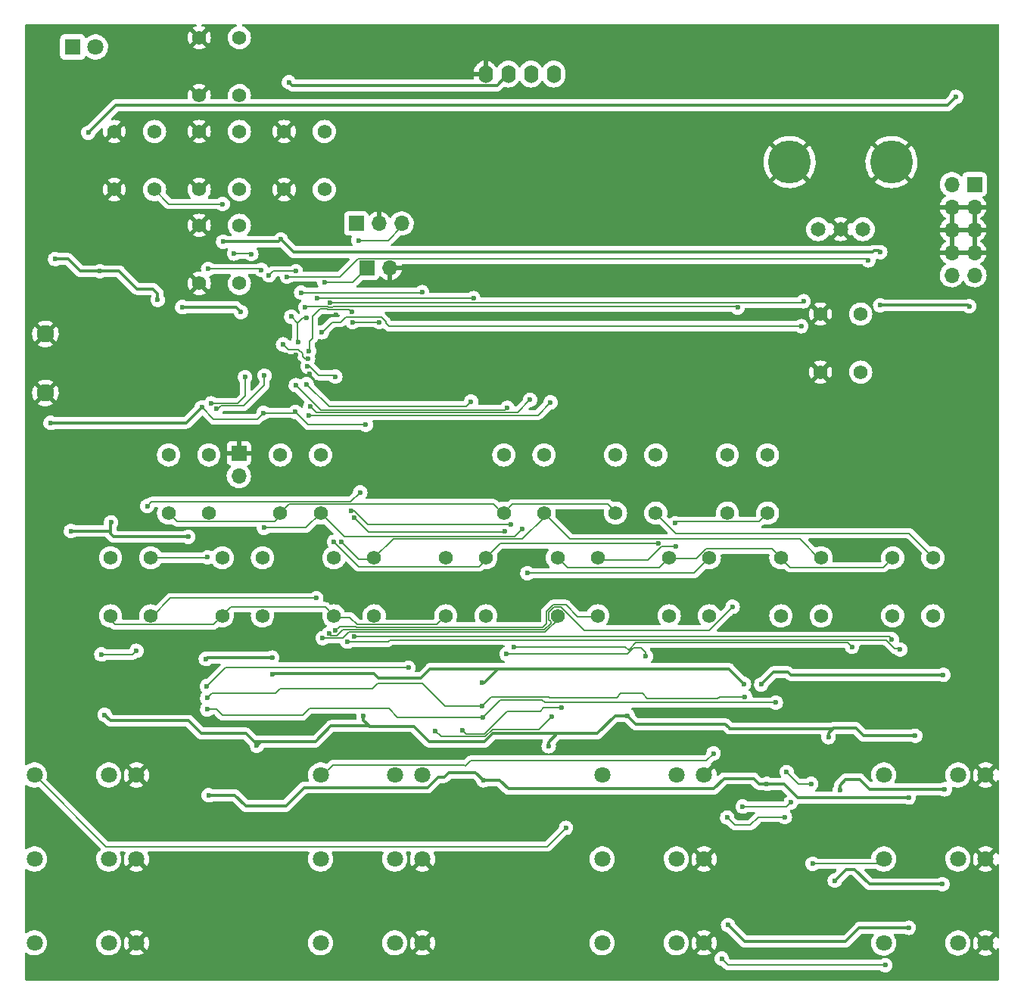
<source format=gbl>
G04 #@! TF.GenerationSoftware,KiCad,Pcbnew,(6.0.0)*
G04 #@! TF.CreationDate,2022-04-06T20:06:18+02:00*
G04 #@! TF.ProjectId,GenerativeEngine,47656e65-7261-4746-9976-65456e67696e,rev?*
G04 #@! TF.SameCoordinates,Original*
G04 #@! TF.FileFunction,Copper,L2,Bot*
G04 #@! TF.FilePolarity,Positive*
%FSLAX46Y46*%
G04 Gerber Fmt 4.6, Leading zero omitted, Abs format (unit mm)*
G04 Created by KiCad (PCBNEW (6.0.0)) date 2022-04-06 20:06:18*
%MOMM*%
%LPD*%
G01*
G04 APERTURE LIST*
G04 #@! TA.AperFunction,ComponentPad*
%ADD10C,1.575000*%
G04 #@! TD*
G04 #@! TA.AperFunction,ComponentPad*
%ADD11C,1.800000*%
G04 #@! TD*
G04 #@! TA.AperFunction,ComponentPad*
%ADD12C,1.950000*%
G04 #@! TD*
G04 #@! TA.AperFunction,ComponentPad*
%ADD13R,1.800000X1.800000*%
G04 #@! TD*
G04 #@! TA.AperFunction,ComponentPad*
%ADD14C,1.650000*%
G04 #@! TD*
G04 #@! TA.AperFunction,ComponentPad*
%ADD15C,4.800000*%
G04 #@! TD*
G04 #@! TA.AperFunction,ComponentPad*
%ADD16O,1.600000X2.000000*%
G04 #@! TD*
G04 #@! TA.AperFunction,ComponentPad*
%ADD17R,1.700000X1.700000*%
G04 #@! TD*
G04 #@! TA.AperFunction,ComponentPad*
%ADD18O,1.700000X1.700000*%
G04 #@! TD*
G04 #@! TA.AperFunction,ViaPad*
%ADD19C,0.600000*%
G04 #@! TD*
G04 #@! TA.AperFunction,Conductor*
%ADD20C,0.127000*%
G04 #@! TD*
G04 #@! TA.AperFunction,Conductor*
%ADD21C,0.300000*%
G04 #@! TD*
G04 APERTURE END LIST*
D10*
X109560400Y-108027400D03*
X109560400Y-114527400D03*
X114060400Y-108027400D03*
X114060400Y-114527400D03*
X66060900Y-96527400D03*
X66060900Y-103027400D03*
X70560900Y-96527400D03*
X70560900Y-103027400D03*
D11*
X144964200Y-141734400D03*
X141864200Y-141734400D03*
X133564200Y-141734400D03*
D10*
X59560900Y-108027400D03*
X59560900Y-114527400D03*
X64060900Y-108027400D03*
X64060900Y-114527400D03*
X56984200Y-49834400D03*
X56984200Y-56334400D03*
X61484200Y-49834400D03*
X61484200Y-56334400D03*
X66484200Y-60334400D03*
X66484200Y-66834400D03*
X70984200Y-60334400D03*
X70984200Y-66834400D03*
X72060900Y-108027400D03*
X72060900Y-114527400D03*
X76560900Y-108027400D03*
X76560900Y-114527400D03*
X47484200Y-60334400D03*
X47484200Y-66834400D03*
X51984200Y-60334400D03*
X51984200Y-66834400D03*
X84560900Y-108027400D03*
X84560900Y-114527400D03*
X89060900Y-108027400D03*
X89060900Y-114527400D03*
D11*
X49964200Y-151110800D03*
X46864200Y-151110800D03*
X38564200Y-151110800D03*
D12*
X39780300Y-82983800D03*
X39780300Y-89583800D03*
D10*
X91060900Y-96527400D03*
X91060900Y-103027400D03*
X95560900Y-96527400D03*
X95560900Y-103027400D03*
X134560400Y-108027400D03*
X134560400Y-114527400D03*
X139060400Y-108027400D03*
X139060400Y-114527400D03*
D11*
X81964200Y-132334400D03*
X78864200Y-132334400D03*
X70564200Y-132334400D03*
X49959200Y-132334400D03*
X46859200Y-132334400D03*
X38559200Y-132334400D03*
D13*
X42839200Y-50882400D03*
D11*
X45379200Y-50882400D03*
D10*
X122060400Y-108027400D03*
X122060400Y-114527400D03*
X126560400Y-108027400D03*
X126560400Y-114527400D03*
X116060900Y-96527400D03*
X116060900Y-103027400D03*
X120560900Y-96527400D03*
X120560900Y-103027400D03*
D11*
X113464200Y-132334400D03*
X110364200Y-132334400D03*
X102064200Y-132334400D03*
D10*
X53560900Y-96527400D03*
X53560900Y-103027400D03*
X58060900Y-96527400D03*
X58060900Y-103027400D03*
D11*
X113464200Y-141734400D03*
X110364200Y-141734400D03*
X102064200Y-141734400D03*
D10*
X56984200Y-70834400D03*
X56984200Y-77334400D03*
X61484200Y-70834400D03*
X61484200Y-77334400D03*
D11*
X113464200Y-151110800D03*
X110364200Y-151110800D03*
X102064200Y-151110800D03*
X144964200Y-151134400D03*
X141864200Y-151134400D03*
X133564200Y-151134400D03*
D14*
X126227000Y-71267500D03*
X131227000Y-71267500D03*
X128727000Y-71267500D03*
D15*
X134427000Y-63767500D03*
X123027000Y-63767500D03*
D16*
X89018600Y-53912200D03*
X91558600Y-53912200D03*
X94098600Y-53912200D03*
X96638600Y-53912200D03*
D11*
X144964200Y-132334400D03*
X141864200Y-132334400D03*
X133564200Y-132334400D03*
D10*
X97060900Y-108027400D03*
X97060900Y-114527400D03*
X101560900Y-108027400D03*
X101560900Y-114527400D03*
D11*
X81964200Y-151110800D03*
X78864200Y-151110800D03*
X70564200Y-151110800D03*
D10*
X126485328Y-80758410D03*
X126485328Y-87258410D03*
X130985328Y-80758410D03*
X130985328Y-87258410D03*
X47060900Y-108027400D03*
X47060900Y-114527400D03*
X51560900Y-108027400D03*
X51560900Y-114527400D03*
D11*
X81964200Y-141734400D03*
X78864200Y-141734400D03*
X70564200Y-141734400D03*
D10*
X56984200Y-60334400D03*
X56984200Y-66834400D03*
X61484200Y-60334400D03*
X61484200Y-66834400D03*
X103560900Y-96527400D03*
X103560900Y-103027400D03*
X108060900Y-96527400D03*
X108060900Y-103027400D03*
D11*
X49964200Y-141734400D03*
X46864200Y-141734400D03*
X38564200Y-141734400D03*
D17*
X61417200Y-96337200D03*
D18*
X61417200Y-98877200D03*
D17*
X74549000Y-70637400D03*
D18*
X77089000Y-70637400D03*
X79629000Y-70637400D03*
D17*
X143718200Y-66248200D03*
D18*
X141178200Y-66248200D03*
X143718200Y-68788200D03*
X141178200Y-68788200D03*
X143718200Y-71328200D03*
X141178200Y-71328200D03*
X143718200Y-73868200D03*
X141178200Y-73868200D03*
X143718200Y-76408200D03*
X141178200Y-76408200D03*
D17*
X75763200Y-75615800D03*
D18*
X78303200Y-75615800D03*
D19*
X43307000Y-83489800D03*
X42189400Y-82931000D03*
X44170600Y-84302600D03*
X44018200Y-87401400D03*
X59918600Y-83642200D03*
X45288200Y-87350600D03*
X66675000Y-86537800D03*
X54737000Y-87350600D03*
X59004200Y-88163400D03*
X42291000Y-89585800D03*
X48996600Y-96189800D03*
X72263000Y-80849300D03*
X65608200Y-85318600D03*
X56819800Y-87299800D03*
X129362200Y-125907800D03*
X51993800Y-84455000D03*
X41427400Y-104216200D03*
X56718200Y-84505800D03*
X49453800Y-84455000D03*
X59207400Y-89789000D03*
X67843400Y-86537800D03*
X53263800Y-84505800D03*
X69367400Y-87452200D03*
X50723800Y-84455000D03*
X49961800Y-87350600D03*
X54483000Y-84505800D03*
X80137000Y-86588600D03*
X67995800Y-93599000D03*
X52349400Y-87350600D03*
X127990600Y-149174200D03*
X48895000Y-87350600D03*
X67183000Y-79273400D03*
X40767000Y-70180200D03*
X66725800Y-87503000D03*
X60325000Y-82067400D03*
X57785000Y-87249000D03*
X67792600Y-85369400D03*
X48133000Y-84455000D03*
X125857000Y-147142200D03*
X64033400Y-93599000D03*
X66675000Y-85369400D03*
X53568600Y-87350600D03*
X65608200Y-86487000D03*
X42443400Y-87757000D03*
X46558200Y-87350600D03*
X51079400Y-87350600D03*
X64135000Y-79375000D03*
X72263000Y-89382600D03*
X55753000Y-87350600D03*
X45389800Y-84404200D03*
X46812200Y-84404200D03*
X65608200Y-87503000D03*
X57835800Y-84556600D03*
X69926200Y-72313800D03*
X47777400Y-87350600D03*
X125450600Y-126111000D03*
X55600600Y-84556600D03*
X67792600Y-87503000D03*
X45948600Y-71247000D03*
X141655800Y-56464200D03*
X52349400Y-79171800D03*
X136372600Y-149428200D03*
X137083800Y-127939800D03*
X46405800Y-125603000D03*
X44577000Y-60477400D03*
X127381000Y-128092200D03*
X45897800Y-75971400D03*
X96088200Y-129108200D03*
X75361800Y-125755400D03*
X116154200Y-149123400D03*
X40868600Y-74599800D03*
X63423800Y-129057400D03*
X104927400Y-125704600D03*
X88773000Y-132918200D03*
X136372600Y-134848600D03*
X58039000Y-134594600D03*
X120472200Y-133324600D03*
X57277000Y-91211400D03*
X72212200Y-87757000D03*
X133172200Y-73837800D03*
X64185800Y-91821000D03*
X68961000Y-81153000D03*
X65151000Y-119202200D03*
X119862600Y-122199400D03*
X61645800Y-80543400D03*
X66116200Y-72415400D03*
X40360600Y-92938600D03*
X42646600Y-105029000D03*
X133172200Y-79781400D03*
X140131800Y-144551400D03*
X128651000Y-134035800D03*
X88620600Y-121996200D03*
X68046600Y-83896200D03*
X140233400Y-121132600D03*
X59664600Y-72669400D03*
X47117000Y-104063800D03*
X55753000Y-105689400D03*
X117932200Y-122148600D03*
X57734200Y-119354600D03*
X143129000Y-79883000D03*
X67030600Y-54838600D03*
X67741800Y-91719400D03*
X140385800Y-133934200D03*
X67284600Y-81051400D03*
X69113400Y-86639400D03*
X128092200Y-144145000D03*
X55092600Y-79984600D03*
X65151000Y-121081800D03*
X75615800Y-93141800D03*
X66370200Y-84155989D03*
X69164200Y-85775800D03*
X83388200Y-127381000D03*
X96393000Y-125806200D03*
X116052600Y-137083800D03*
X122504200Y-137033000D03*
X117779800Y-135864600D03*
X123164600Y-135407400D03*
X125603000Y-142265400D03*
X98018600Y-138252200D03*
X114528600Y-129921000D03*
X57988200Y-75717400D03*
X63931800Y-75819000D03*
X77139800Y-81661000D03*
X74142600Y-81661000D03*
X74803000Y-72517000D03*
X69265800Y-84912200D03*
X74041000Y-80543400D03*
X96291400Y-90652600D03*
X69214510Y-92074510D03*
X94005400Y-90347800D03*
X69418200Y-91109800D03*
X80391000Y-120319800D03*
X68402200Y-78359000D03*
X57835800Y-122402600D03*
X81915000Y-78308200D03*
X87401400Y-90551000D03*
X88671400Y-124637800D03*
X118033800Y-123571000D03*
X69011800Y-88620600D03*
X57886600Y-123723400D03*
X57886600Y-124993400D03*
X121488200Y-124231400D03*
X88722200Y-125857000D03*
X67792600Y-88722200D03*
X91465400Y-91262200D03*
X87665771Y-78986600D03*
X70180200Y-79019400D03*
X68859400Y-80035400D03*
X117221000Y-80035400D03*
X130022600Y-117983000D03*
X73990200Y-102743000D03*
X92227400Y-117983000D03*
X91821000Y-104267000D03*
X70993000Y-77190600D03*
X133731000Y-153593800D03*
X115443000Y-152882600D03*
X73540667Y-117412230D03*
X135407400Y-118287800D03*
X51181000Y-102235000D03*
X75006200Y-100711000D03*
X46050200Y-118846600D03*
X49961800Y-118440200D03*
X74295000Y-103555800D03*
X91160600Y-105029000D03*
X106959400Y-119049800D03*
X91363800Y-118795800D03*
X72246717Y-116137917D03*
X110312200Y-106756200D03*
X110261400Y-104165400D03*
X70078600Y-112547400D03*
X57937400Y-107975400D03*
X93091000Y-104825800D03*
X93700600Y-109753400D03*
X64236600Y-104673400D03*
X72872600Y-106248200D03*
X72059800Y-106248200D03*
X108350993Y-106433400D03*
X70789800Y-117017800D03*
X71501000Y-116527800D03*
X116662200Y-113512600D03*
X60883800Y-73990200D03*
X62814200Y-74041000D03*
X59613800Y-68453000D03*
X66827400Y-76581000D03*
X131851400Y-74752200D03*
X58343800Y-90754200D03*
X62111284Y-87820750D03*
X64287400Y-87655400D03*
X58902600Y-91363800D03*
X71653400Y-79476600D03*
X124587000Y-79324200D03*
X124333000Y-82118200D03*
X70725811Y-82791789D03*
X67792600Y-75971400D03*
X64795400Y-76428600D03*
X122707400Y-132003800D03*
X125450600Y-133324600D03*
X74295000Y-116865400D03*
X134460816Y-117156250D03*
X86436200Y-127330200D03*
X97510600Y-124790200D03*
D20*
X67792600Y-87503000D02*
X69316600Y-87503000D01*
X69316600Y-87503000D02*
X69367400Y-87452200D01*
D21*
X141655800Y-56464200D02*
X140721589Y-57398411D01*
X75996800Y-126847600D02*
X75361800Y-126212600D01*
X130429000Y-127076200D02*
X127939800Y-127076200D01*
X97053400Y-127685800D02*
X96088200Y-128651000D01*
X47066200Y-126263400D02*
X55803800Y-126263400D01*
X131292600Y-127939800D02*
X130429000Y-127076200D01*
X116306600Y-127127000D02*
X116205000Y-127025400D01*
X63881000Y-128600200D02*
X63423800Y-129057400D01*
X52349400Y-78460600D02*
X52349400Y-79171800D01*
X137083800Y-127939800D02*
X131292600Y-127939800D01*
X116205000Y-127025400D02*
X115849400Y-126669800D01*
X104927400Y-125704600D02*
X103505000Y-125704600D01*
X81000600Y-126873000D02*
X76022200Y-126873000D01*
X48031400Y-75971400D02*
X50012600Y-77952600D01*
X130835400Y-149428200D02*
X129311400Y-150952200D01*
X76022200Y-126873000D02*
X75996800Y-126847600D01*
X96088200Y-128651000D02*
X96088200Y-129108200D01*
X127939800Y-127076200D02*
X127889000Y-127127000D01*
X127889000Y-127127000D02*
X127838200Y-127177800D01*
X129311400Y-150952200D02*
X117983000Y-150952200D01*
X101523800Y-127685800D02*
X103505000Y-125704600D01*
X51841400Y-77952600D02*
X52349400Y-78460600D01*
X71729600Y-126847600D02*
X69977000Y-128600200D01*
X105841800Y-126669800D02*
X104927400Y-125755400D01*
X82727800Y-128600200D02*
X81000600Y-126873000D01*
X115849400Y-126669800D02*
X105841800Y-126669800D01*
X127838200Y-127177800D02*
X127381000Y-127635000D01*
X101523800Y-127685800D02*
X97053400Y-127685800D01*
X117983000Y-150952200D02*
X116154200Y-149123400D01*
X63119000Y-128600200D02*
X69977000Y-128600200D01*
X88901166Y-128600200D02*
X82727800Y-128600200D01*
X75996800Y-126847600D02*
X71729600Y-126847600D01*
X89815566Y-127685800D02*
X88901166Y-128600200D01*
X62204600Y-127685800D02*
X63119000Y-128600200D01*
X50012600Y-77952600D02*
X51841400Y-77952600D01*
X45897800Y-75971400D02*
X48031400Y-75971400D01*
X55803800Y-126263400D02*
X57226200Y-127685800D01*
X43713400Y-75971400D02*
X45897800Y-75971400D01*
X42341800Y-74599800D02*
X43713400Y-75971400D01*
X127381000Y-127635000D02*
X127381000Y-128092200D01*
X140721589Y-57398411D02*
X47655989Y-57398411D01*
X104927400Y-125755400D02*
X104927400Y-125704600D01*
X136372600Y-149428200D02*
X130835400Y-149428200D01*
X47655989Y-57398411D02*
X44577000Y-60477400D01*
X47066200Y-126263400D02*
X46405800Y-125603000D01*
X127889000Y-127127000D02*
X116306600Y-127127000D01*
X40868600Y-74599800D02*
X42341800Y-74599800D01*
X75361800Y-126212600D02*
X75361800Y-125755400D01*
X57226200Y-127685800D02*
X62204600Y-127685800D01*
X97053400Y-127685800D02*
X89815566Y-127685800D01*
X115697000Y-132715000D02*
X118999000Y-132715000D01*
X119100600Y-132816600D02*
X118999000Y-132715000D01*
X120472200Y-133324600D02*
X119608600Y-133324600D01*
X88773000Y-132918200D02*
X87909400Y-132054600D01*
X122402600Y-133324600D02*
X120472200Y-133324600D01*
X68757800Y-133731000D02*
X82524600Y-133731000D01*
X91567000Y-133883400D02*
X114528600Y-133883400D01*
X60985400Y-134594600D02*
X58039000Y-134594600D01*
X136372600Y-134848600D02*
X123926600Y-134848600D01*
X66675000Y-135813800D02*
X62204600Y-135813800D01*
X119608600Y-133324600D02*
X119100600Y-132816600D01*
X114528600Y-133883400D02*
X115697000Y-132715000D01*
X62204600Y-135813800D02*
X62103000Y-135712200D01*
X90601800Y-132918200D02*
X88773000Y-132918200D01*
X84404200Y-132562600D02*
X83693000Y-132562600D01*
X68757800Y-133731000D02*
X66675000Y-135813800D01*
X62103000Y-135712200D02*
X60985400Y-134594600D01*
X83693000Y-132562600D02*
X82524600Y-133731000D01*
X122402600Y-133324600D02*
X123926600Y-134848600D01*
X90601800Y-132918200D02*
X91567000Y-133883400D01*
X84404200Y-132562600D02*
X84912200Y-132054600D01*
X84912200Y-132054600D02*
X87909400Y-132054600D01*
X61087000Y-79984600D02*
X61645800Y-80543400D01*
X57886600Y-119202200D02*
X57734200Y-119354600D01*
X140233400Y-121132600D02*
X123164600Y-121132600D01*
D20*
X67640200Y-91821000D02*
X67741800Y-91719400D01*
D21*
X59664600Y-72669400D02*
X65862200Y-72669400D01*
X55753000Y-105689400D02*
X47421800Y-105689400D01*
X129362200Y-142875000D02*
X128092200Y-144145000D01*
D20*
X75615800Y-93141800D02*
X69164200Y-93141800D01*
D21*
X67030600Y-54838600D02*
X67380720Y-55188720D01*
X47066200Y-105333800D02*
X47066200Y-105232200D01*
X76530200Y-120980200D02*
X77038200Y-121488200D01*
X128651000Y-133477000D02*
X128651000Y-134035800D01*
D20*
X57277000Y-91211400D02*
X58597800Y-92532200D01*
D21*
X40360600Y-92938600D02*
X55549800Y-92938600D01*
X122859800Y-120827800D02*
X121234200Y-120827800D01*
X67380720Y-55188720D02*
X90302480Y-55188720D01*
D20*
X69164200Y-93141800D02*
X67741800Y-91719400D01*
D21*
X82727800Y-120573800D02*
X81813400Y-121488200D01*
X140385800Y-133934200D02*
X132003800Y-133934200D01*
X143027400Y-79781400D02*
X143129000Y-79883000D01*
D20*
X68605400Y-81153000D02*
X68961000Y-81153000D01*
X69367400Y-86639400D02*
X69113400Y-86639400D01*
X67995800Y-83845400D02*
X68046600Y-83896200D01*
X58597800Y-92532200D02*
X63474600Y-92532200D01*
D21*
X65252600Y-120980200D02*
X76530200Y-120980200D01*
D20*
X64185800Y-91821000D02*
X67640200Y-91821000D01*
D21*
X47066200Y-105232200D02*
X47066200Y-104114600D01*
X82829400Y-120472200D02*
X82727800Y-120573800D01*
X90302480Y-55188720D02*
X91617800Y-53873400D01*
X133019800Y-73685400D02*
X133172200Y-73837800D01*
X47421800Y-105689400D02*
X47066200Y-105333800D01*
X47066200Y-105232200D02*
X46863000Y-105029000D01*
X117932200Y-122148600D02*
X116255800Y-120472200D01*
X129362200Y-142875000D02*
X130327400Y-142875000D01*
X65862200Y-72669400D02*
X66116200Y-72415400D01*
X121234200Y-120827800D02*
X119862600Y-122199400D01*
X88925400Y-121996200D02*
X88620600Y-121996200D01*
X66116200Y-72415400D02*
X67538600Y-73837800D01*
X77038200Y-121488200D02*
X81813400Y-121488200D01*
X132308600Y-73837800D02*
X132461000Y-73685400D01*
X90449400Y-120472200D02*
X82829400Y-120472200D01*
X129311400Y-132816600D02*
X130886200Y-132816600D01*
D20*
X67995800Y-81762600D02*
X68605400Y-81153000D01*
X67995800Y-81762600D02*
X67284600Y-81051400D01*
D21*
X46863000Y-105029000D02*
X42646600Y-105029000D01*
X55549800Y-92938600D02*
X57277000Y-91211400D01*
X88925400Y-121996200D02*
X90449400Y-120472200D01*
D20*
X70332600Y-87604600D02*
X69367400Y-86639400D01*
X63474600Y-92532200D02*
X64185800Y-91821000D01*
D21*
X128651000Y-133477000D02*
X129311400Y-132816600D01*
X133172200Y-79781400D02*
X143027400Y-79781400D01*
D20*
X67995800Y-81762600D02*
X67995800Y-83845400D01*
D21*
X65151000Y-119202200D02*
X57886600Y-119202200D01*
D20*
X72059800Y-87604600D02*
X70332600Y-87604600D01*
X72212200Y-87757000D02*
X72059800Y-87604600D01*
D21*
X55092600Y-79984600D02*
X61087000Y-79984600D01*
X132461000Y-73685400D02*
X133019800Y-73685400D01*
X130886200Y-132816600D02*
X132003800Y-133934200D01*
X67538600Y-73837800D02*
X132308600Y-73837800D01*
X123164600Y-121132600D02*
X122859800Y-120827800D01*
X132003800Y-144551400D02*
X140131800Y-144551400D01*
X116255800Y-120472200D02*
X90449400Y-120472200D01*
X130327400Y-142875000D02*
X132003800Y-144551400D01*
X65252600Y-120980200D02*
X65151000Y-121081800D01*
X47066200Y-104114600D02*
X47117000Y-104063800D01*
D20*
X68097400Y-84709000D02*
X68554600Y-85166200D01*
X68808600Y-85775800D02*
X69164200Y-85775800D01*
X68554600Y-85521800D02*
X68808600Y-85775800D01*
X66923211Y-84709000D02*
X66370200Y-84155989D01*
X68097400Y-84709000D02*
X66923211Y-84709000D01*
X68554600Y-85166200D02*
X68554600Y-85521800D01*
X88979608Y-128040910D02*
X89791918Y-127228600D01*
X94970600Y-127228600D02*
X96393000Y-125806200D01*
X89791918Y-127228600D02*
X94970600Y-127228600D01*
X84048110Y-128040910D02*
X88979608Y-128040910D01*
X83388200Y-127381000D02*
X84048110Y-128040910D01*
X118643400Y-137947400D02*
X116916200Y-137947400D01*
X122504200Y-137033000D02*
X119557800Y-137033000D01*
X119557800Y-137033000D02*
X118643400Y-137947400D01*
X116916200Y-137947400D02*
X116052600Y-137083800D01*
X117779800Y-135864600D02*
X122707400Y-135864600D01*
X122707400Y-135864600D02*
X123164600Y-135407400D01*
X132867400Y-142265400D02*
X133477000Y-141655800D01*
X125603000Y-142265400D02*
X132867400Y-142265400D01*
X95935800Y-140335000D02*
X98018600Y-138252200D01*
X38559200Y-132334400D02*
X46559800Y-140335000D01*
X46559800Y-140335000D02*
X95935800Y-140335000D01*
X86741000Y-131343400D02*
X86594979Y-131197379D01*
X71951821Y-131197379D02*
X70535800Y-132613400D01*
X87350600Y-130733800D02*
X113715800Y-130733800D01*
X86594979Y-131197379D02*
X71951821Y-131197379D01*
X87350600Y-130733800D02*
X86741000Y-131343400D01*
X114528600Y-129921000D02*
X113715800Y-130733800D01*
X57988200Y-75717400D02*
X63830200Y-75717400D01*
X63830200Y-75717400D02*
X63931800Y-75819000D01*
X74142600Y-81661000D02*
X77139800Y-81661000D01*
X74041000Y-80543400D02*
X73717711Y-80220111D01*
X74803000Y-72517000D02*
X78105000Y-72517000D01*
X71345426Y-80220111D02*
X71313115Y-80187800D01*
X73717711Y-80220111D02*
X71345426Y-80220111D01*
X70515930Y-80187800D02*
X69672200Y-81031530D01*
X78105000Y-72517000D02*
X79578200Y-71043800D01*
X69672200Y-81031530D02*
X69672200Y-83489800D01*
X69672200Y-83489800D02*
X69316600Y-83845400D01*
X71313115Y-80187800D02*
X70515930Y-80187800D01*
X69316600Y-83845400D02*
X69316600Y-84861400D01*
X94869490Y-92074510D02*
X96291400Y-90652600D01*
X69214510Y-92074510D02*
X94869490Y-92074510D01*
X70088711Y-91780311D02*
X69418200Y-91109800D01*
X92572889Y-91780311D02*
X94005400Y-90347800D01*
X92572889Y-91780311D02*
X70088711Y-91780311D01*
X68402200Y-78359000D02*
X81864200Y-78359000D01*
X80391000Y-120319800D02*
X59918600Y-120319800D01*
X59918600Y-120319800D02*
X57835800Y-122402600D01*
X81864200Y-78359000D02*
X81915000Y-78308200D01*
X96139000Y-123621800D02*
X96189800Y-123672600D01*
X86842600Y-91109800D02*
X87401400Y-90551000D01*
X84455000Y-124637800D02*
X88671400Y-124637800D01*
X66014600Y-122707400D02*
X76327000Y-122707400D01*
X65506600Y-123215400D02*
X66014600Y-122707400D01*
X96189800Y-123672600D02*
X103708200Y-123672600D01*
X76936600Y-122097800D02*
X81915000Y-122097800D01*
X76327000Y-122707400D02*
X76936600Y-122097800D01*
X103708200Y-123672600D02*
X104165400Y-123215400D01*
X71501000Y-91109800D02*
X86842600Y-91109800D01*
X81915000Y-122097800D02*
X84455000Y-124637800D01*
X89687400Y-123621800D02*
X96139000Y-123621800D01*
X114985800Y-123774200D02*
X115189000Y-123571000D01*
X107111800Y-123774200D02*
X114985800Y-123774200D01*
X104165400Y-123215400D02*
X106553000Y-123215400D01*
X88671400Y-124637800D02*
X89687400Y-123621800D01*
X106553000Y-123215400D02*
X107111800Y-123774200D01*
X69011800Y-88620600D02*
X71501000Y-91109800D01*
X115189000Y-123571000D02*
X118033800Y-123571000D01*
X58394600Y-123215400D02*
X65506600Y-123215400D01*
X57886600Y-123723400D02*
X58394600Y-123215400D01*
X95326200Y-123926600D02*
X95631000Y-124231400D01*
X70597201Y-91526801D02*
X91200799Y-91526801D01*
X69316600Y-124891800D02*
X68554600Y-125653800D01*
X88722200Y-125857000D02*
X79171800Y-125857000D01*
X91200799Y-91526801D02*
X91465400Y-91262200D01*
X90652600Y-123926600D02*
X95326200Y-123926600D01*
X58953400Y-124993400D02*
X57886600Y-124993400D01*
X67792600Y-88722200D02*
X70597201Y-91526801D01*
X90652600Y-123926600D02*
X88722200Y-125857000D01*
X78206600Y-124891800D02*
X69316600Y-124891800D01*
X79171800Y-125857000D02*
X78206600Y-124891800D01*
X58953400Y-124993400D02*
X59613800Y-125653800D01*
X68554600Y-125653800D02*
X59613800Y-125653800D01*
X121488200Y-124231400D02*
X95631000Y-124231400D01*
X70230510Y-78969090D02*
X87648261Y-78969090D01*
X70180200Y-79019400D02*
X70230510Y-78969090D01*
X87648261Y-78969090D02*
X87665771Y-78986600D01*
X71950568Y-79923199D02*
X71907166Y-79966601D01*
X71407032Y-79923199D02*
X68971601Y-79923199D01*
X71907166Y-79966601D02*
X71450434Y-79966601D01*
X71450434Y-79966601D02*
X71407032Y-79923199D01*
X68971601Y-79923199D02*
X68859400Y-80035400D01*
X117221000Y-80035400D02*
X117108799Y-79923199D01*
X117108799Y-79923199D02*
X71950568Y-79923199D01*
X129565400Y-117525800D02*
X130022600Y-117983000D01*
X105841800Y-117525800D02*
X129565400Y-117525800D01*
X92227400Y-117983000D02*
X104673400Y-117983000D01*
X104673400Y-117983000D02*
X105029000Y-118338600D01*
X74345800Y-102743000D02*
X75869800Y-104267000D01*
X105029000Y-118338600D02*
X105841800Y-117525800D01*
X91821000Y-104267000D02*
X75869800Y-104267000D01*
X73990200Y-102743000D02*
X74345800Y-102743000D01*
X70993000Y-77190600D02*
X74193400Y-77190600D01*
X74193400Y-77190600D02*
X75615800Y-75768200D01*
X78308200Y-117221000D02*
X133832600Y-117221000D01*
X133832600Y-117221000D02*
X134797800Y-118186200D01*
X73583800Y-117424200D02*
X78105000Y-117424200D01*
X135305800Y-118186200D02*
X135407400Y-118287800D01*
X78105000Y-117424200D02*
X78308200Y-117221000D01*
X133731000Y-153593800D02*
X116154200Y-153593800D01*
X116154200Y-153593800D02*
X115443000Y-152882600D01*
X134797800Y-118186200D02*
X135305800Y-118186200D01*
X73939400Y-101777800D02*
X75006200Y-100711000D01*
X49555400Y-118846600D02*
X46050200Y-118846600D01*
X51638200Y-101777800D02*
X51181000Y-102235000D01*
X49961800Y-118440200D02*
X49555400Y-118846600D01*
X51638200Y-101777800D02*
X73939400Y-101777800D01*
X91363800Y-118795800D02*
X104930318Y-118795800D01*
X105590718Y-118135400D02*
X106451400Y-118135400D01*
X91008200Y-105181400D02*
X91160600Y-105029000D01*
X74295000Y-103555800D02*
X75920600Y-105181400D01*
X75920600Y-105181400D02*
X91008200Y-105181400D01*
X104930318Y-118795800D02*
X105590718Y-118135400D01*
X106451400Y-118135400D02*
X106959400Y-118643400D01*
X106959400Y-118643400D02*
X106959400Y-119049800D01*
X71083389Y-113549889D02*
X60541711Y-113549889D01*
X84560900Y-114527400D02*
X83583389Y-115504911D01*
X47534511Y-115504911D02*
X46913800Y-114884200D01*
X59560900Y-114527400D02*
X58583389Y-115504911D01*
X74670468Y-115504911D02*
X73846557Y-114681000D01*
X73846557Y-114681000D02*
X72110600Y-114681000D01*
X83583389Y-115504911D02*
X74670468Y-115504911D01*
X58583389Y-115504911D02*
X47534511Y-115504911D01*
X72060900Y-114527400D02*
X71083389Y-113549889D01*
X60541711Y-113549889D02*
X59461400Y-114630200D01*
X72686655Y-115697979D02*
X72246717Y-116137917D01*
X57885400Y-108027400D02*
X57937400Y-107975400D01*
X107197160Y-108280200D02*
X101574600Y-108280200D01*
X74505015Y-115697979D02*
X72686655Y-115697979D01*
X53771800Y-112547400D02*
X51689000Y-114630200D01*
X99339400Y-114630200D02*
X98005578Y-113296378D01*
X101625400Y-114630200D02*
X99339400Y-114630200D01*
X96550994Y-113296378D02*
X95829878Y-114017494D01*
X98005578Y-113296378D02*
X96550994Y-113296378D01*
X74606614Y-115799578D02*
X74505015Y-115697979D01*
X51560900Y-108027400D02*
X57885400Y-108027400D01*
X95829878Y-115398478D02*
X95428778Y-115799578D01*
X119583389Y-104004911D02*
X110253311Y-104004911D01*
X120560900Y-103027400D02*
X119583389Y-104004911D01*
X108721160Y-106756200D02*
X107197160Y-108280200D01*
X70078600Y-112547400D02*
X53771800Y-112547400D01*
X110253311Y-104157311D02*
X110261400Y-104165400D01*
X110312200Y-106756200D02*
X108721160Y-106756200D01*
X95829878Y-114017494D02*
X95829878Y-115398478D01*
X110253311Y-104004911D02*
X110253311Y-104157311D01*
X95428778Y-115799578D02*
X74606614Y-115799578D01*
X92267599Y-105649201D02*
X73182701Y-105649201D01*
X70560900Y-103027400D02*
X73182701Y-105649201D01*
X112344200Y-109753400D02*
X113969800Y-108127800D01*
X70560900Y-103027400D02*
X68914900Y-104673400D01*
X93700600Y-109753400D02*
X112344200Y-109753400D01*
X93091000Y-104825800D02*
X92267599Y-105649201D01*
X68914900Y-104673400D02*
X64236600Y-104673400D01*
X76560900Y-108027400D02*
X78685099Y-105903201D01*
X93162129Y-105903201D02*
X95631000Y-103434330D01*
X124180600Y-105943400D02*
X126568200Y-108331000D01*
X76631800Y-108229400D02*
X74853800Y-108229400D01*
X78685099Y-105903201D02*
X93162129Y-105903201D01*
X98476900Y-105943400D02*
X95560900Y-103027400D01*
X124180600Y-105943400D02*
X98476900Y-105943400D01*
X95631000Y-103434330D02*
X95631000Y-103301800D01*
X74853800Y-108229400D02*
X72872600Y-106248200D01*
X89060900Y-108027400D02*
X90654900Y-106433400D01*
X136423400Y-105283000D02*
X139217400Y-108077000D01*
X74816511Y-109004911D02*
X88302289Y-109004911D01*
X108060900Y-103027400D02*
X110316500Y-105283000D01*
X88302289Y-109004911D02*
X89179400Y-108127800D01*
X110316500Y-105283000D02*
X136423400Y-105283000D01*
X90654900Y-106433400D02*
X108350993Y-106433400D01*
X72059800Y-106248200D02*
X74816511Y-109004911D01*
X67056989Y-102031311D02*
X89890111Y-102031311D01*
X89890111Y-102031311D02*
X91109800Y-103251000D01*
X91060900Y-103027400D02*
X92038411Y-102049889D01*
X53560900Y-103027400D02*
X54538411Y-104004911D01*
X102710289Y-102049889D02*
X103708200Y-103047800D01*
X92038411Y-102049889D02*
X102710289Y-102049889D01*
X54538411Y-104004911D02*
X65413089Y-104004911D01*
X66060900Y-103027400D02*
X67056989Y-102031311D01*
X65413089Y-104004911D02*
X66268600Y-103149400D01*
X113655501Y-107049889D02*
X112577590Y-108127800D01*
X98221800Y-109143800D02*
X97053400Y-107975400D01*
X73025000Y-117017800D02*
X73736200Y-116306600D01*
X112577590Y-108127800D02*
X109550200Y-108127800D01*
X73025000Y-117017800D02*
X70789800Y-117017800D01*
X108444000Y-109143800D02*
X98221800Y-109143800D01*
X74803000Y-116306600D02*
X74853800Y-116357400D01*
X95681800Y-116357400D02*
X97104200Y-114935000D01*
X133494800Y-109093000D02*
X123113800Y-109093000D01*
X74853800Y-116357400D02*
X95681800Y-116357400D01*
X73736200Y-116306600D02*
X74803000Y-116306600D01*
X123113800Y-109093000D02*
X122199400Y-108178600D01*
X134560400Y-108027400D02*
X133494800Y-109093000D01*
X109560400Y-108027400D02*
X108444000Y-109143800D01*
X122060400Y-108027400D02*
X121082889Y-107049889D01*
X121082889Y-107049889D02*
X113655501Y-107049889D01*
X72364600Y-116713000D02*
X71686200Y-116713000D01*
X96083389Y-114932299D02*
X96310871Y-115159781D01*
X74908007Y-116053089D02*
X73024511Y-116053089D01*
X114020600Y-116154200D02*
X100070110Y-116154200D01*
X96083389Y-114122501D02*
X96083389Y-114932299D01*
X97465799Y-113549889D02*
X96656001Y-113549889D01*
X71686200Y-116713000D02*
X71501000Y-116527800D01*
X116662200Y-113512600D02*
X114020600Y-116154200D01*
X74958808Y-116103890D02*
X74908007Y-116053089D01*
X95576778Y-116103890D02*
X74958808Y-116103890D01*
X96656001Y-113549889D02*
X96083389Y-114122501D01*
X100070110Y-116154200D02*
X97465799Y-113549889D01*
X73024511Y-116053089D02*
X72364600Y-116713000D01*
X96310871Y-115369797D02*
X95576778Y-116103890D01*
X96310871Y-115159781D02*
X96310871Y-115369797D01*
X53602800Y-68453000D02*
X59613800Y-68453000D01*
X51984200Y-66834400D02*
X53602800Y-68453000D01*
X62763400Y-73990200D02*
X62814200Y-74041000D01*
X60883800Y-73990200D02*
X62763400Y-73990200D01*
X74723189Y-74575789D02*
X131674989Y-74575789D01*
X66827400Y-76581000D02*
X72717978Y-76581000D01*
X72717978Y-76581000D02*
X74723189Y-74575789D01*
X131674989Y-74575789D02*
X131851400Y-74752200D01*
X58343800Y-90754200D02*
X61290200Y-90754200D01*
X62111284Y-89933116D02*
X62111284Y-87820750D01*
X61290200Y-90754200D02*
X62111284Y-89933116D01*
X59411089Y-91007711D02*
X62001889Y-91007711D01*
X64287400Y-88722200D02*
X64287400Y-87655400D01*
X59055000Y-91363800D02*
X59411089Y-91007711D01*
X58902600Y-91363800D02*
X59055000Y-91363800D01*
X62001889Y-91007711D02*
X64287400Y-88722200D01*
X124434600Y-79476600D02*
X124587000Y-79324200D01*
X71653400Y-79476600D02*
X124434600Y-79476600D01*
X77881930Y-81813400D02*
X77881930Y-81641130D01*
X72821800Y-81661000D02*
X71907400Y-81661000D01*
X77343000Y-81102200D02*
X73380600Y-81102200D01*
X78186730Y-82118200D02*
X77881930Y-81813400D01*
X73380600Y-81102200D02*
X72821800Y-81661000D01*
X77881930Y-81641130D02*
X77343000Y-81102200D01*
X71907400Y-81661000D02*
X70776611Y-82791789D01*
X124333000Y-82118200D02*
X78186730Y-82118200D01*
X70776611Y-82791789D02*
X70725811Y-82791789D01*
X64795400Y-76428600D02*
X65252600Y-75971400D01*
X65252600Y-75971400D02*
X67792600Y-75971400D01*
X124028200Y-133324600D02*
X125450600Y-133324600D01*
X122707400Y-132003800D02*
X124028200Y-133324600D01*
X74295000Y-116865400D02*
X134169966Y-116865400D01*
X134169966Y-116865400D02*
X134460816Y-117156250D01*
X97510600Y-124790200D02*
X95529400Y-124790200D01*
X88874600Y-127787400D02*
X91465400Y-125196600D01*
X91465400Y-125196600D02*
X95123000Y-125196600D01*
X86893400Y-127787400D02*
X86436200Y-127330200D01*
X86893400Y-127787400D02*
X88874600Y-127787400D01*
X95123000Y-125196600D02*
X95529400Y-124790200D01*
G04 #@! TA.AperFunction,Conductor*
G36*
X56658046Y-48362402D02*
G01*
X56704539Y-48416058D01*
X56714643Y-48486332D01*
X56685149Y-48550912D01*
X56622536Y-48590107D01*
X56544730Y-48610955D01*
X56534438Y-48614701D01*
X56338961Y-48705854D01*
X56329471Y-48711333D01*
X56280124Y-48745885D01*
X56271750Y-48756361D01*
X56278818Y-48769808D01*
X56971388Y-49462378D01*
X56985332Y-49469992D01*
X56987165Y-49469861D01*
X56993780Y-49465610D01*
X57690303Y-48769087D01*
X57696733Y-48757313D01*
X57687436Y-48745297D01*
X57638930Y-48711333D01*
X57629444Y-48705855D01*
X57433962Y-48614701D01*
X57423670Y-48610955D01*
X57345864Y-48590107D01*
X57285241Y-48553155D01*
X57254220Y-48489294D01*
X57262648Y-48418800D01*
X57307851Y-48364053D01*
X57378475Y-48342400D01*
X61087991Y-48342400D01*
X61156112Y-48362402D01*
X61202605Y-48416058D01*
X61212709Y-48486332D01*
X61183215Y-48550912D01*
X61120603Y-48590107D01*
X61039249Y-48611906D01*
X60943076Y-48656752D01*
X60838712Y-48705417D01*
X60838709Y-48705419D01*
X60833725Y-48707743D01*
X60780093Y-48745297D01*
X60652476Y-48834655D01*
X60652473Y-48834657D01*
X60647965Y-48837814D01*
X60487614Y-48998165D01*
X60357543Y-49183925D01*
X60355220Y-49188907D01*
X60355217Y-49188912D01*
X60355101Y-49189161D01*
X60261706Y-49389449D01*
X60203013Y-49608492D01*
X60183249Y-49834400D01*
X60203013Y-50060308D01*
X60261706Y-50279351D01*
X60264031Y-50284336D01*
X60355217Y-50479888D01*
X60355220Y-50479893D01*
X60357543Y-50484875D01*
X60396494Y-50540503D01*
X60470754Y-50646556D01*
X60487614Y-50670635D01*
X60647965Y-50830986D01*
X60652474Y-50834143D01*
X60652476Y-50834145D01*
X60829220Y-50957904D01*
X60829226Y-50957908D01*
X60833724Y-50961057D01*
X61039249Y-51056894D01*
X61044553Y-51058315D01*
X61044558Y-51058317D01*
X61193940Y-51098344D01*
X61258292Y-51115587D01*
X61484200Y-51135351D01*
X61710108Y-51115587D01*
X61774460Y-51098344D01*
X61923842Y-51058317D01*
X61923847Y-51058315D01*
X61929151Y-51056894D01*
X62134676Y-50961057D01*
X62139174Y-50957908D01*
X62139180Y-50957904D01*
X62315924Y-50834145D01*
X62315926Y-50834143D01*
X62320435Y-50830986D01*
X62480786Y-50670635D01*
X62497647Y-50646556D01*
X62571906Y-50540503D01*
X62610857Y-50484875D01*
X62613180Y-50479893D01*
X62613183Y-50479888D01*
X62704369Y-50284336D01*
X62706694Y-50279351D01*
X62765387Y-50060308D01*
X62785151Y-49834400D01*
X62765387Y-49608492D01*
X62706694Y-49389449D01*
X62613299Y-49189161D01*
X62613183Y-49188912D01*
X62613180Y-49188907D01*
X62610857Y-49183925D01*
X62480786Y-48998165D01*
X62320435Y-48837814D01*
X62315924Y-48834655D01*
X62139180Y-48710896D01*
X62139174Y-48710892D01*
X62134676Y-48707743D01*
X61929151Y-48611906D01*
X61923847Y-48610485D01*
X61923842Y-48610483D01*
X61847797Y-48590107D01*
X61787175Y-48553155D01*
X61756153Y-48489294D01*
X61764582Y-48418800D01*
X61809785Y-48364053D01*
X61880409Y-48342400D01*
X146350200Y-48342400D01*
X146418321Y-48362402D01*
X146464814Y-48416058D01*
X146476200Y-48468400D01*
X146476200Y-131674764D01*
X146456198Y-131742885D01*
X146402542Y-131789378D01*
X146332268Y-131799482D01*
X146267688Y-131769988D01*
X146234650Y-131725006D01*
X146211390Y-131671512D01*
X146206515Y-131662420D01*
X146133424Y-131549438D01*
X146122738Y-131540235D01*
X146113173Y-131544638D01*
X145336221Y-132321589D01*
X145328608Y-132335532D01*
X145328739Y-132337366D01*
X145332990Y-132343980D01*
X146110507Y-133121496D01*
X146122513Y-133128052D01*
X146134252Y-133119084D01*
X146172210Y-133066259D01*
X146177521Y-133057420D01*
X146237243Y-132936581D01*
X146285357Y-132884374D01*
X146354058Y-132866467D01*
X146421534Y-132888545D01*
X146466362Y-132943599D01*
X146476200Y-132992408D01*
X146476200Y-141074764D01*
X146456198Y-141142885D01*
X146402542Y-141189378D01*
X146332268Y-141199482D01*
X146267688Y-141169988D01*
X146234650Y-141125006D01*
X146211390Y-141071512D01*
X146206515Y-141062420D01*
X146133424Y-140949438D01*
X146122738Y-140940235D01*
X146113173Y-140944638D01*
X145336221Y-141721589D01*
X145328608Y-141735532D01*
X145328739Y-141737366D01*
X145332990Y-141743980D01*
X146110507Y-142521496D01*
X146122513Y-142528052D01*
X146134252Y-142519084D01*
X146172210Y-142466259D01*
X146177521Y-142457420D01*
X146237243Y-142336581D01*
X146285357Y-142284374D01*
X146354058Y-142266467D01*
X146421534Y-142288545D01*
X146466362Y-142343599D01*
X146476200Y-142392408D01*
X146476200Y-150474764D01*
X146456198Y-150542885D01*
X146402542Y-150589378D01*
X146332268Y-150599482D01*
X146267688Y-150569988D01*
X146234650Y-150525006D01*
X146211390Y-150471512D01*
X146206515Y-150462420D01*
X146133424Y-150349438D01*
X146122738Y-150340235D01*
X146113173Y-150344638D01*
X145336221Y-151121589D01*
X145328608Y-151135532D01*
X145328739Y-151137366D01*
X145332990Y-151143980D01*
X146110507Y-151921496D01*
X146122513Y-151928052D01*
X146134252Y-151919084D01*
X146172210Y-151866259D01*
X146177521Y-151857420D01*
X146237243Y-151736581D01*
X146285357Y-151684374D01*
X146354058Y-151666467D01*
X146421534Y-151688545D01*
X146466362Y-151743599D01*
X146476200Y-151792408D01*
X146476200Y-155200400D01*
X146456198Y-155268521D01*
X146402542Y-155315014D01*
X146350200Y-155326400D01*
X37618200Y-155326400D01*
X37550079Y-155306398D01*
X37503586Y-155252742D01*
X37492200Y-155200400D01*
X37492200Y-152871240D01*
X114629463Y-152871240D01*
X114647163Y-153051760D01*
X114704418Y-153223873D01*
X114798380Y-153379024D01*
X114924382Y-153509502D01*
X114930278Y-153513360D01*
X115059258Y-153597762D01*
X115076159Y-153608822D01*
X115082763Y-153611278D01*
X115082765Y-153611279D01*
X115239558Y-153669590D01*
X115239560Y-153669590D01*
X115246168Y-153672048D01*
X115253153Y-153672980D01*
X115253157Y-153672981D01*
X115381229Y-153690069D01*
X115408552Y-153693715D01*
X115473429Y-153722551D01*
X115480983Y-153729513D01*
X115717384Y-153965914D01*
X115728251Y-153978305D01*
X115746245Y-154001755D01*
X115776245Y-154024775D01*
X115776246Y-154024776D01*
X115865732Y-154093441D01*
X116004878Y-154151077D01*
X116154200Y-154170736D01*
X116162388Y-154169658D01*
X116183504Y-154166878D01*
X116199951Y-154165800D01*
X133105880Y-154165800D01*
X133174001Y-154185802D01*
X133196515Y-154204272D01*
X133201209Y-154209133D01*
X133207489Y-154215636D01*
X133207493Y-154215639D01*
X133212382Y-154220702D01*
X133364159Y-154320022D01*
X133370763Y-154322478D01*
X133370765Y-154322479D01*
X133527558Y-154380790D01*
X133527560Y-154380790D01*
X133534168Y-154383248D01*
X133617995Y-154394433D01*
X133706980Y-154406307D01*
X133706984Y-154406307D01*
X133713961Y-154407238D01*
X133720972Y-154406600D01*
X133720976Y-154406600D01*
X133863459Y-154393632D01*
X133894600Y-154390798D01*
X133901302Y-154388620D01*
X133901304Y-154388620D01*
X134060409Y-154336924D01*
X134060412Y-154336923D01*
X134067108Y-154334747D01*
X134222912Y-154241869D01*
X134354266Y-154116782D01*
X134454643Y-153965702D01*
X134519055Y-153796138D01*
X134544299Y-153616517D01*
X134544616Y-153593800D01*
X134524397Y-153413545D01*
X134464745Y-153242248D01*
X134368626Y-153088424D01*
X134363664Y-153083427D01*
X134245778Y-152964715D01*
X134245774Y-152964712D01*
X134240815Y-152959718D01*
X134229697Y-152952662D01*
X134112446Y-152878253D01*
X134087666Y-152862527D01*
X134035723Y-152844031D01*
X133923425Y-152804043D01*
X133923420Y-152804042D01*
X133916790Y-152801681D01*
X133909802Y-152800848D01*
X133909799Y-152800847D01*
X133794643Y-152787116D01*
X133746457Y-152781370D01*
X133681184Y-152753443D01*
X133674371Y-152743384D01*
X133667853Y-152756375D01*
X133606760Y-152792544D01*
X133588886Y-152795738D01*
X133579848Y-152796688D01*
X133563289Y-152798428D01*
X133563288Y-152798428D01*
X133556288Y-152799164D01*
X133384579Y-152857618D01*
X133343972Y-152882600D01*
X133236095Y-152948966D01*
X133236092Y-152948968D01*
X133230088Y-152952662D01*
X133225053Y-152957593D01*
X133225050Y-152957595D01*
X133196224Y-152985824D01*
X133133559Y-153019194D01*
X133108067Y-153021800D01*
X116443320Y-153021800D01*
X116375199Y-153001798D01*
X116354225Y-152984895D01*
X116288410Y-152919080D01*
X116254384Y-152856768D01*
X116252290Y-152844031D01*
X116237182Y-152709343D01*
X116236397Y-152702345D01*
X116234080Y-152695691D01*
X116179064Y-152537706D01*
X116179062Y-152537703D01*
X116176745Y-152531048D01*
X116150648Y-152489283D01*
X116084359Y-152383198D01*
X116080626Y-152377224D01*
X116053828Y-152350238D01*
X115957778Y-152253515D01*
X115957774Y-152253512D01*
X115952815Y-152248518D01*
X115941697Y-152241462D01*
X115855326Y-152186650D01*
X115799666Y-152151327D01*
X115768634Y-152140277D01*
X115635425Y-152092843D01*
X115635420Y-152092842D01*
X115628790Y-152090481D01*
X115621802Y-152089648D01*
X115621799Y-152089647D01*
X115498698Y-152074968D01*
X115448680Y-152069004D01*
X115441677Y-152069740D01*
X115441676Y-152069740D01*
X115275288Y-152087228D01*
X115275286Y-152087229D01*
X115268288Y-152087964D01*
X115096579Y-152146418D01*
X115090575Y-152150112D01*
X114948095Y-152237766D01*
X114948092Y-152237768D01*
X114942088Y-152241462D01*
X114937053Y-152246393D01*
X114937050Y-152246395D01*
X114817525Y-152363443D01*
X114812493Y-152368371D01*
X114714235Y-152520838D01*
X114711826Y-152527458D01*
X114711824Y-152527461D01*
X114698871Y-152563049D01*
X114652197Y-152691285D01*
X114629463Y-152871240D01*
X37492200Y-152871240D01*
X37492200Y-152319925D01*
X37512202Y-152251804D01*
X37565858Y-152205311D01*
X37636132Y-152195207D01*
X37698685Y-152222981D01*
X37753549Y-152268530D01*
X37953522Y-152385384D01*
X38169894Y-152468009D01*
X38174960Y-152469040D01*
X38174961Y-152469040D01*
X38228046Y-152479840D01*
X38396856Y-152514185D01*
X38527524Y-152518976D01*
X38623149Y-152522483D01*
X38623153Y-152522483D01*
X38628313Y-152522672D01*
X38633433Y-152522016D01*
X38633435Y-152522016D01*
X38706491Y-152512657D01*
X38858047Y-152493242D01*
X38862995Y-152491757D01*
X38863002Y-152491756D01*
X39074947Y-152428169D01*
X39079890Y-152426686D01*
X39085487Y-152423944D01*
X39283249Y-152327062D01*
X39283252Y-152327060D01*
X39287884Y-152324791D01*
X39476443Y-152190294D01*
X39640503Y-152026805D01*
X39775658Y-151838717D01*
X39778079Y-151833820D01*
X39875984Y-151635722D01*
X39875985Y-151635720D01*
X39878278Y-151631080D01*
X39945608Y-151409471D01*
X39975840Y-151179841D01*
X39976923Y-151135532D01*
X39977445Y-151114165D01*
X39977445Y-151114161D01*
X39977527Y-151110800D01*
X39974688Y-151076269D01*
X45451295Y-151076269D01*
X45451592Y-151081422D01*
X45451592Y-151081425D01*
X45464329Y-151302329D01*
X45464627Y-151307497D01*
X45465764Y-151312543D01*
X45465765Y-151312549D01*
X45490838Y-151423804D01*
X45515546Y-151533442D01*
X45517488Y-151538224D01*
X45517489Y-151538228D01*
X45569562Y-151666467D01*
X45602684Y-151748037D01*
X45723701Y-151945519D01*
X45875347Y-152120584D01*
X46053549Y-152268530D01*
X46253522Y-152385384D01*
X46469894Y-152468009D01*
X46474960Y-152469040D01*
X46474961Y-152469040D01*
X46528046Y-152479840D01*
X46696856Y-152514185D01*
X46827524Y-152518976D01*
X46923149Y-152522483D01*
X46923153Y-152522483D01*
X46928313Y-152522672D01*
X46933433Y-152522016D01*
X46933435Y-152522016D01*
X47006491Y-152512657D01*
X47158047Y-152493242D01*
X47162995Y-152491757D01*
X47163002Y-152491756D01*
X47374947Y-152428169D01*
X47379890Y-152426686D01*
X47385487Y-152423944D01*
X47583249Y-152327062D01*
X47583252Y-152327060D01*
X47587884Y-152324791D01*
X47661606Y-152272206D01*
X49167623Y-152272206D01*
X49172904Y-152279261D01*
X49349280Y-152382327D01*
X49358563Y-152386774D01*
X49565203Y-152465683D01*
X49575101Y-152468559D01*
X49791853Y-152512657D01*
X49802083Y-152513876D01*
X50023114Y-152521982D01*
X50033423Y-152521514D01*
X50252823Y-152493408D01*
X50262888Y-152491268D01*
X50474757Y-152427705D01*
X50484352Y-152423944D01*
X50682978Y-152326638D01*
X50691836Y-152321359D01*
X50749297Y-152280372D01*
X50757697Y-152269674D01*
X50750710Y-152256521D01*
X49977011Y-151482821D01*
X49963068Y-151475208D01*
X49961234Y-151475339D01*
X49954620Y-151479590D01*
X49174380Y-152259831D01*
X49167623Y-152272206D01*
X47661606Y-152272206D01*
X47776443Y-152190294D01*
X47940503Y-152026805D01*
X48075658Y-151838717D01*
X48078079Y-151833820D01*
X48175984Y-151635722D01*
X48175985Y-151635720D01*
X48178278Y-151631080D01*
X48245608Y-151409471D01*
X48275840Y-151179841D01*
X48276923Y-151135532D01*
X48277445Y-151114165D01*
X48277445Y-151114161D01*
X48277527Y-151110800D01*
X48275113Y-151081438D01*
X48552093Y-151081438D01*
X48564827Y-151302268D01*
X48566261Y-151312470D01*
X48614885Y-151528239D01*
X48617973Y-151538092D01*
X48701186Y-151743020D01*
X48705834Y-151752221D01*
X48794297Y-151896581D01*
X48804753Y-151906042D01*
X48813531Y-151902258D01*
X49592179Y-151123611D01*
X49598556Y-151111932D01*
X50328608Y-151111932D01*
X50328739Y-151113766D01*
X50332990Y-151120380D01*
X51110507Y-151897896D01*
X51122513Y-151904452D01*
X51134252Y-151895484D01*
X51172210Y-151842659D01*
X51177521Y-151833820D01*
X51275518Y-151635537D01*
X51279317Y-151625942D01*
X51343615Y-151414317D01*
X51345794Y-151404236D01*
X51374902Y-151183138D01*
X51375421Y-151176463D01*
X51376944Y-151114164D01*
X51376750Y-151107446D01*
X51374187Y-151076269D01*
X69151295Y-151076269D01*
X69151592Y-151081422D01*
X69151592Y-151081425D01*
X69164329Y-151302329D01*
X69164627Y-151307497D01*
X69165764Y-151312543D01*
X69165765Y-151312549D01*
X69190838Y-151423804D01*
X69215546Y-151533442D01*
X69217488Y-151538224D01*
X69217489Y-151538228D01*
X69269562Y-151666467D01*
X69302684Y-151748037D01*
X69423701Y-151945519D01*
X69575347Y-152120584D01*
X69753549Y-152268530D01*
X69953522Y-152385384D01*
X70169894Y-152468009D01*
X70174960Y-152469040D01*
X70174961Y-152469040D01*
X70228046Y-152479840D01*
X70396856Y-152514185D01*
X70527524Y-152518976D01*
X70623149Y-152522483D01*
X70623153Y-152522483D01*
X70628313Y-152522672D01*
X70633433Y-152522016D01*
X70633435Y-152522016D01*
X70706491Y-152512657D01*
X70858047Y-152493242D01*
X70862995Y-152491757D01*
X70863002Y-152491756D01*
X71074947Y-152428169D01*
X71079890Y-152426686D01*
X71085487Y-152423944D01*
X71283249Y-152327062D01*
X71283252Y-152327060D01*
X71287884Y-152324791D01*
X71476443Y-152190294D01*
X71640503Y-152026805D01*
X71775658Y-151838717D01*
X71778079Y-151833820D01*
X71875984Y-151635722D01*
X71875985Y-151635720D01*
X71878278Y-151631080D01*
X71945608Y-151409471D01*
X71975840Y-151179841D01*
X71976923Y-151135532D01*
X71977445Y-151114165D01*
X71977445Y-151114161D01*
X71977527Y-151110800D01*
X71974688Y-151076269D01*
X77451295Y-151076269D01*
X77451592Y-151081422D01*
X77451592Y-151081425D01*
X77464329Y-151302329D01*
X77464627Y-151307497D01*
X77465764Y-151312543D01*
X77465765Y-151312549D01*
X77490838Y-151423804D01*
X77515546Y-151533442D01*
X77517488Y-151538224D01*
X77517489Y-151538228D01*
X77569562Y-151666467D01*
X77602684Y-151748037D01*
X77723701Y-151945519D01*
X77875347Y-152120584D01*
X78053549Y-152268530D01*
X78253522Y-152385384D01*
X78469894Y-152468009D01*
X78474960Y-152469040D01*
X78474961Y-152469040D01*
X78528046Y-152479840D01*
X78696856Y-152514185D01*
X78827524Y-152518976D01*
X78923149Y-152522483D01*
X78923153Y-152522483D01*
X78928313Y-152522672D01*
X78933433Y-152522016D01*
X78933435Y-152522016D01*
X79006491Y-152512657D01*
X79158047Y-152493242D01*
X79162995Y-152491757D01*
X79163002Y-152491756D01*
X79374947Y-152428169D01*
X79379890Y-152426686D01*
X79385487Y-152423944D01*
X79583249Y-152327062D01*
X79583252Y-152327060D01*
X79587884Y-152324791D01*
X79661606Y-152272206D01*
X81167623Y-152272206D01*
X81172904Y-152279261D01*
X81349280Y-152382327D01*
X81358563Y-152386774D01*
X81565203Y-152465683D01*
X81575101Y-152468559D01*
X81791853Y-152512657D01*
X81802083Y-152513876D01*
X82023114Y-152521982D01*
X82033423Y-152521514D01*
X82252823Y-152493408D01*
X82262888Y-152491268D01*
X82474757Y-152427705D01*
X82484352Y-152423944D01*
X82682978Y-152326638D01*
X82691836Y-152321359D01*
X82749297Y-152280372D01*
X82757697Y-152269674D01*
X82750710Y-152256521D01*
X81977011Y-151482821D01*
X81963068Y-151475208D01*
X81961234Y-151475339D01*
X81954620Y-151479590D01*
X81174380Y-152259831D01*
X81167623Y-152272206D01*
X79661606Y-152272206D01*
X79776443Y-152190294D01*
X79940503Y-152026805D01*
X80075658Y-151838717D01*
X80078079Y-151833820D01*
X80175984Y-151635722D01*
X80175985Y-151635720D01*
X80178278Y-151631080D01*
X80245608Y-151409471D01*
X80275840Y-151179841D01*
X80276923Y-151135532D01*
X80277445Y-151114165D01*
X80277445Y-151114161D01*
X80277527Y-151110800D01*
X80275113Y-151081438D01*
X80552093Y-151081438D01*
X80564827Y-151302268D01*
X80566261Y-151312470D01*
X80614885Y-151528239D01*
X80617973Y-151538092D01*
X80701186Y-151743020D01*
X80705834Y-151752221D01*
X80794297Y-151896581D01*
X80804753Y-151906042D01*
X80813531Y-151902258D01*
X81592179Y-151123611D01*
X81598556Y-151111932D01*
X82328608Y-151111932D01*
X82328739Y-151113766D01*
X82332990Y-151120380D01*
X83110507Y-151897896D01*
X83122513Y-151904452D01*
X83134252Y-151895484D01*
X83172210Y-151842659D01*
X83177521Y-151833820D01*
X83275518Y-151635537D01*
X83279317Y-151625942D01*
X83343615Y-151414317D01*
X83345794Y-151404236D01*
X83374902Y-151183138D01*
X83375421Y-151176463D01*
X83376944Y-151114164D01*
X83376750Y-151107446D01*
X83374187Y-151076269D01*
X100651295Y-151076269D01*
X100651592Y-151081422D01*
X100651592Y-151081425D01*
X100664329Y-151302329D01*
X100664627Y-151307497D01*
X100665764Y-151312543D01*
X100665765Y-151312549D01*
X100690838Y-151423804D01*
X100715546Y-151533442D01*
X100717488Y-151538224D01*
X100717489Y-151538228D01*
X100769562Y-151666467D01*
X100802684Y-151748037D01*
X100923701Y-151945519D01*
X101075347Y-152120584D01*
X101253549Y-152268530D01*
X101453522Y-152385384D01*
X101669894Y-152468009D01*
X101674960Y-152469040D01*
X101674961Y-152469040D01*
X101728046Y-152479840D01*
X101896856Y-152514185D01*
X102027524Y-152518976D01*
X102123149Y-152522483D01*
X102123153Y-152522483D01*
X102128313Y-152522672D01*
X102133433Y-152522016D01*
X102133435Y-152522016D01*
X102206491Y-152512657D01*
X102358047Y-152493242D01*
X102362995Y-152491757D01*
X102363002Y-152491756D01*
X102574947Y-152428169D01*
X102579890Y-152426686D01*
X102585487Y-152423944D01*
X102783249Y-152327062D01*
X102783252Y-152327060D01*
X102787884Y-152324791D01*
X102976443Y-152190294D01*
X103140503Y-152026805D01*
X103275658Y-151838717D01*
X103278079Y-151833820D01*
X103375984Y-151635722D01*
X103375985Y-151635720D01*
X103378278Y-151631080D01*
X103445608Y-151409471D01*
X103475840Y-151179841D01*
X103476923Y-151135532D01*
X103477445Y-151114165D01*
X103477445Y-151114161D01*
X103477527Y-151110800D01*
X103474688Y-151076269D01*
X108951295Y-151076269D01*
X108951592Y-151081422D01*
X108951592Y-151081425D01*
X108964329Y-151302329D01*
X108964627Y-151307497D01*
X108965764Y-151312543D01*
X108965765Y-151312549D01*
X108990838Y-151423804D01*
X109015546Y-151533442D01*
X109017488Y-151538224D01*
X109017489Y-151538228D01*
X109069562Y-151666467D01*
X109102684Y-151748037D01*
X109223701Y-151945519D01*
X109375347Y-152120584D01*
X109553549Y-152268530D01*
X109753522Y-152385384D01*
X109969894Y-152468009D01*
X109974960Y-152469040D01*
X109974961Y-152469040D01*
X110028046Y-152479840D01*
X110196856Y-152514185D01*
X110327524Y-152518976D01*
X110423149Y-152522483D01*
X110423153Y-152522483D01*
X110428313Y-152522672D01*
X110433433Y-152522016D01*
X110433435Y-152522016D01*
X110506491Y-152512657D01*
X110658047Y-152493242D01*
X110662995Y-152491757D01*
X110663002Y-152491756D01*
X110874947Y-152428169D01*
X110879890Y-152426686D01*
X110885487Y-152423944D01*
X111083249Y-152327062D01*
X111083252Y-152327060D01*
X111087884Y-152324791D01*
X111161606Y-152272206D01*
X112667623Y-152272206D01*
X112672904Y-152279261D01*
X112849280Y-152382327D01*
X112858563Y-152386774D01*
X113065203Y-152465683D01*
X113075101Y-152468559D01*
X113291853Y-152512657D01*
X113302083Y-152513876D01*
X113523114Y-152521982D01*
X113533423Y-152521514D01*
X113752823Y-152493408D01*
X113762888Y-152491268D01*
X113974757Y-152427705D01*
X113984352Y-152423944D01*
X114182978Y-152326638D01*
X114191836Y-152321359D01*
X114249297Y-152280372D01*
X114257697Y-152269674D01*
X114250710Y-152256521D01*
X113477011Y-151482821D01*
X113463068Y-151475208D01*
X113461234Y-151475339D01*
X113454620Y-151479590D01*
X112674380Y-152259831D01*
X112667623Y-152272206D01*
X111161606Y-152272206D01*
X111276443Y-152190294D01*
X111440503Y-152026805D01*
X111575658Y-151838717D01*
X111578079Y-151833820D01*
X111675984Y-151635722D01*
X111675985Y-151635720D01*
X111678278Y-151631080D01*
X111745608Y-151409471D01*
X111775840Y-151179841D01*
X111776923Y-151135532D01*
X111777445Y-151114165D01*
X111777445Y-151114161D01*
X111777527Y-151110800D01*
X111775113Y-151081438D01*
X112052093Y-151081438D01*
X112064827Y-151302268D01*
X112066261Y-151312470D01*
X112114885Y-151528239D01*
X112117973Y-151538092D01*
X112201186Y-151743020D01*
X112205834Y-151752221D01*
X112294297Y-151896581D01*
X112304753Y-151906042D01*
X112313531Y-151902258D01*
X113092179Y-151123611D01*
X113098556Y-151111932D01*
X113828608Y-151111932D01*
X113828739Y-151113766D01*
X113832990Y-151120380D01*
X114610507Y-151897896D01*
X114622513Y-151904452D01*
X114634252Y-151895484D01*
X114672210Y-151842659D01*
X114677521Y-151833820D01*
X114775518Y-151635537D01*
X114779317Y-151625942D01*
X114843615Y-151414317D01*
X114845794Y-151404236D01*
X114874902Y-151183138D01*
X114875421Y-151176463D01*
X114876944Y-151114164D01*
X114876750Y-151107446D01*
X114858479Y-150885200D01*
X114856796Y-150875038D01*
X114802910Y-150660508D01*
X114799589Y-150650753D01*
X114711393Y-150447918D01*
X114706515Y-150438820D01*
X114633424Y-150325838D01*
X114622738Y-150316635D01*
X114613173Y-150321038D01*
X113836221Y-151097989D01*
X113828608Y-151111932D01*
X113098556Y-151111932D01*
X113099792Y-151109668D01*
X113099661Y-151107834D01*
X113095410Y-151101220D01*
X112318062Y-150323873D01*
X112306530Y-150317576D01*
X112294248Y-150327199D01*
X112238667Y-150408677D01*
X112233579Y-150417633D01*
X112140452Y-150618259D01*
X112136889Y-150627946D01*
X112077781Y-150841080D01*
X112075850Y-150851200D01*
X112052345Y-151071149D01*
X112052093Y-151081438D01*
X111775113Y-151081438D01*
X111760913Y-150908718D01*
X111758973Y-150885118D01*
X111758972Y-150885112D01*
X111758549Y-150879967D01*
X111724997Y-150746392D01*
X111703384Y-150660344D01*
X111703383Y-150660340D01*
X111702125Y-150655333D01*
X111698233Y-150646381D01*
X111611830Y-150447668D01*
X111611828Y-150447665D01*
X111609770Y-150442931D01*
X111483964Y-150248465D01*
X111477172Y-150241000D01*
X111400627Y-150156879D01*
X111328087Y-150077158D01*
X111324036Y-150073959D01*
X111324032Y-150073955D01*
X111168990Y-149951511D01*
X112669708Y-149951511D01*
X112676451Y-149963840D01*
X113451389Y-150738779D01*
X113465332Y-150746392D01*
X113467166Y-150746261D01*
X113473780Y-150742010D01*
X114253194Y-149962595D01*
X114260211Y-149949744D01*
X114252437Y-149939074D01*
X114250102Y-149937230D01*
X114241520Y-149931529D01*
X114047878Y-149824633D01*
X114038472Y-149820406D01*
X113829972Y-149746572D01*
X113820009Y-149743940D01*
X113602247Y-149705150D01*
X113591996Y-149704181D01*
X113370816Y-149701479D01*
X113360532Y-149702199D01*
X113141893Y-149735655D01*
X113131866Y-149738044D01*
X112921626Y-149806761D01*
X112912116Y-149810758D01*
X112715925Y-149912889D01*
X112707207Y-149918378D01*
X112678161Y-149940186D01*
X112669708Y-149951511D01*
X111168990Y-149951511D01*
X111150377Y-149936811D01*
X111150372Y-149936808D01*
X111146323Y-149933610D01*
X111141807Y-149931117D01*
X111141804Y-149931115D01*
X110948079Y-149824173D01*
X110948075Y-149824171D01*
X110943555Y-149821676D01*
X110938686Y-149819952D01*
X110938682Y-149819950D01*
X110730103Y-149746088D01*
X110730099Y-149746087D01*
X110725228Y-149744362D01*
X110720135Y-149743455D01*
X110720132Y-149743454D01*
X110502295Y-149704651D01*
X110502289Y-149704650D01*
X110497206Y-149703745D01*
X110424296Y-149702854D01*
X110270781Y-149700979D01*
X110270779Y-149700979D01*
X110265611Y-149700916D01*
X110036664Y-149735950D01*
X109816514Y-149807906D01*
X109811926Y-149810294D01*
X109811922Y-149810296D01*
X109619643Y-149910390D01*
X109611072Y-149914852D01*
X109606939Y-149917955D01*
X109606936Y-149917957D01*
X109429990Y-150050812D01*
X109425855Y-150053917D01*
X109265839Y-150221364D01*
X109262925Y-150225636D01*
X109262924Y-150225637D01*
X109223313Y-150283704D01*
X109135319Y-150412699D01*
X109037802Y-150622781D01*
X108975907Y-150845969D01*
X108951295Y-151076269D01*
X103474688Y-151076269D01*
X103460913Y-150908718D01*
X103458973Y-150885118D01*
X103458972Y-150885112D01*
X103458549Y-150879967D01*
X103424997Y-150746392D01*
X103403384Y-150660344D01*
X103403383Y-150660340D01*
X103402125Y-150655333D01*
X103398233Y-150646381D01*
X103311830Y-150447668D01*
X103311828Y-150447665D01*
X103309770Y-150442931D01*
X103183964Y-150248465D01*
X103177172Y-150241000D01*
X103100627Y-150156879D01*
X103028087Y-150077158D01*
X103024036Y-150073959D01*
X103024032Y-150073955D01*
X102850377Y-149936811D01*
X102850372Y-149936808D01*
X102846323Y-149933610D01*
X102841807Y-149931117D01*
X102841804Y-149931115D01*
X102648079Y-149824173D01*
X102648075Y-149824171D01*
X102643555Y-149821676D01*
X102638686Y-149819952D01*
X102638682Y-149819950D01*
X102430103Y-149746088D01*
X102430099Y-149746087D01*
X102425228Y-149744362D01*
X102420135Y-149743455D01*
X102420132Y-149743454D01*
X102202295Y-149704651D01*
X102202289Y-149704650D01*
X102197206Y-149703745D01*
X102124296Y-149702854D01*
X101970781Y-149700979D01*
X101970779Y-149700979D01*
X101965611Y-149700916D01*
X101736664Y-149735950D01*
X101516514Y-149807906D01*
X101511926Y-149810294D01*
X101511922Y-149810296D01*
X101319643Y-149910390D01*
X101311072Y-149914852D01*
X101306939Y-149917955D01*
X101306936Y-149917957D01*
X101129990Y-150050812D01*
X101125855Y-150053917D01*
X100965839Y-150221364D01*
X100962925Y-150225636D01*
X100962924Y-150225637D01*
X100923313Y-150283704D01*
X100835319Y-150412699D01*
X100737802Y-150622781D01*
X100675907Y-150845969D01*
X100651295Y-151076269D01*
X83374187Y-151076269D01*
X83358479Y-150885200D01*
X83356796Y-150875038D01*
X83302910Y-150660508D01*
X83299589Y-150650753D01*
X83211393Y-150447918D01*
X83206515Y-150438820D01*
X83133424Y-150325838D01*
X83122738Y-150316635D01*
X83113173Y-150321038D01*
X82336221Y-151097989D01*
X82328608Y-151111932D01*
X81598556Y-151111932D01*
X81599792Y-151109668D01*
X81599661Y-151107834D01*
X81595410Y-151101220D01*
X80818062Y-150323873D01*
X80806530Y-150317576D01*
X80794248Y-150327199D01*
X80738667Y-150408677D01*
X80733579Y-150417633D01*
X80640452Y-150618259D01*
X80636889Y-150627946D01*
X80577781Y-150841080D01*
X80575850Y-150851200D01*
X80552345Y-151071149D01*
X80552093Y-151081438D01*
X80275113Y-151081438D01*
X80260913Y-150908718D01*
X80258973Y-150885118D01*
X80258972Y-150885112D01*
X80258549Y-150879967D01*
X80224997Y-150746392D01*
X80203384Y-150660344D01*
X80203383Y-150660340D01*
X80202125Y-150655333D01*
X80198233Y-150646381D01*
X80111830Y-150447668D01*
X80111828Y-150447665D01*
X80109770Y-150442931D01*
X79983964Y-150248465D01*
X79977172Y-150241000D01*
X79900627Y-150156879D01*
X79828087Y-150077158D01*
X79824036Y-150073959D01*
X79824032Y-150073955D01*
X79668990Y-149951511D01*
X81169708Y-149951511D01*
X81176451Y-149963840D01*
X81951389Y-150738779D01*
X81965332Y-150746392D01*
X81967166Y-150746261D01*
X81973780Y-150742010D01*
X82753194Y-149962595D01*
X82760211Y-149949744D01*
X82752437Y-149939074D01*
X82750102Y-149937230D01*
X82741520Y-149931529D01*
X82547878Y-149824633D01*
X82538472Y-149820406D01*
X82329972Y-149746572D01*
X82320009Y-149743940D01*
X82102247Y-149705150D01*
X82091996Y-149704181D01*
X81870816Y-149701479D01*
X81860532Y-149702199D01*
X81641893Y-149735655D01*
X81631866Y-149738044D01*
X81421626Y-149806761D01*
X81412116Y-149810758D01*
X81215925Y-149912889D01*
X81207207Y-149918378D01*
X81178161Y-149940186D01*
X81169708Y-149951511D01*
X79668990Y-149951511D01*
X79650377Y-149936811D01*
X79650372Y-149936808D01*
X79646323Y-149933610D01*
X79641807Y-149931117D01*
X79641804Y-149931115D01*
X79448079Y-149824173D01*
X79448075Y-149824171D01*
X79443555Y-149821676D01*
X79438686Y-149819952D01*
X79438682Y-149819950D01*
X79230103Y-149746088D01*
X79230099Y-149746087D01*
X79225228Y-149744362D01*
X79220135Y-149743455D01*
X79220132Y-149743454D01*
X79002295Y-149704651D01*
X79002289Y-149704650D01*
X78997206Y-149703745D01*
X78924296Y-149702854D01*
X78770781Y-149700979D01*
X78770779Y-149700979D01*
X78765611Y-149700916D01*
X78536664Y-149735950D01*
X78316514Y-149807906D01*
X78311926Y-149810294D01*
X78311922Y-149810296D01*
X78119643Y-149910390D01*
X78111072Y-149914852D01*
X78106939Y-149917955D01*
X78106936Y-149917957D01*
X77929990Y-150050812D01*
X77925855Y-150053917D01*
X77765839Y-150221364D01*
X77762925Y-150225636D01*
X77762924Y-150225637D01*
X77723313Y-150283704D01*
X77635319Y-150412699D01*
X77537802Y-150622781D01*
X77475907Y-150845969D01*
X77451295Y-151076269D01*
X71974688Y-151076269D01*
X71960913Y-150908718D01*
X71958973Y-150885118D01*
X71958972Y-150885112D01*
X71958549Y-150879967D01*
X71924997Y-150746392D01*
X71903384Y-150660344D01*
X71903383Y-150660340D01*
X71902125Y-150655333D01*
X71898233Y-150646381D01*
X71811830Y-150447668D01*
X71811828Y-150447665D01*
X71809770Y-150442931D01*
X71683964Y-150248465D01*
X71677172Y-150241000D01*
X71600627Y-150156879D01*
X71528087Y-150077158D01*
X71524036Y-150073959D01*
X71524032Y-150073955D01*
X71350377Y-149936811D01*
X71350372Y-149936808D01*
X71346323Y-149933610D01*
X71341807Y-149931117D01*
X71341804Y-149931115D01*
X71148079Y-149824173D01*
X71148075Y-149824171D01*
X71143555Y-149821676D01*
X71138686Y-149819952D01*
X71138682Y-149819950D01*
X70930103Y-149746088D01*
X70930099Y-149746087D01*
X70925228Y-149744362D01*
X70920135Y-149743455D01*
X70920132Y-149743454D01*
X70702295Y-149704651D01*
X70702289Y-149704650D01*
X70697206Y-149703745D01*
X70624296Y-149702854D01*
X70470781Y-149700979D01*
X70470779Y-149700979D01*
X70465611Y-149700916D01*
X70236664Y-149735950D01*
X70016514Y-149807906D01*
X70011926Y-149810294D01*
X70011922Y-149810296D01*
X69819643Y-149910390D01*
X69811072Y-149914852D01*
X69806939Y-149917955D01*
X69806936Y-149917957D01*
X69629990Y-150050812D01*
X69625855Y-150053917D01*
X69465839Y-150221364D01*
X69462925Y-150225636D01*
X69462924Y-150225637D01*
X69423313Y-150283704D01*
X69335319Y-150412699D01*
X69237802Y-150622781D01*
X69175907Y-150845969D01*
X69151295Y-151076269D01*
X51374187Y-151076269D01*
X51358479Y-150885200D01*
X51356796Y-150875038D01*
X51302910Y-150660508D01*
X51299589Y-150650753D01*
X51211393Y-150447918D01*
X51206515Y-150438820D01*
X51133424Y-150325838D01*
X51122738Y-150316635D01*
X51113173Y-150321038D01*
X50336221Y-151097989D01*
X50328608Y-151111932D01*
X49598556Y-151111932D01*
X49599792Y-151109668D01*
X49599661Y-151107834D01*
X49595410Y-151101220D01*
X48818062Y-150323873D01*
X48806530Y-150317576D01*
X48794248Y-150327199D01*
X48738667Y-150408677D01*
X48733579Y-150417633D01*
X48640452Y-150618259D01*
X48636889Y-150627946D01*
X48577781Y-150841080D01*
X48575850Y-150851200D01*
X48552345Y-151071149D01*
X48552093Y-151081438D01*
X48275113Y-151081438D01*
X48260913Y-150908718D01*
X48258973Y-150885118D01*
X48258972Y-150885112D01*
X48258549Y-150879967D01*
X48224997Y-150746392D01*
X48203384Y-150660344D01*
X48203383Y-150660340D01*
X48202125Y-150655333D01*
X48198233Y-150646381D01*
X48111830Y-150447668D01*
X48111828Y-150447665D01*
X48109770Y-150442931D01*
X47983964Y-150248465D01*
X47977172Y-150241000D01*
X47900627Y-150156879D01*
X47828087Y-150077158D01*
X47824036Y-150073959D01*
X47824032Y-150073955D01*
X47668990Y-149951511D01*
X49169708Y-149951511D01*
X49176451Y-149963840D01*
X49951389Y-150738779D01*
X49965332Y-150746392D01*
X49967166Y-150746261D01*
X49973780Y-150742010D01*
X50753194Y-149962595D01*
X50760211Y-149949744D01*
X50752437Y-149939074D01*
X50750102Y-149937230D01*
X50741520Y-149931529D01*
X50547878Y-149824633D01*
X50538472Y-149820406D01*
X50329972Y-149746572D01*
X50320009Y-149743940D01*
X50102247Y-149705150D01*
X50091996Y-149704181D01*
X49870816Y-149701479D01*
X49860532Y-149702199D01*
X49641893Y-149735655D01*
X49631866Y-149738044D01*
X49421626Y-149806761D01*
X49412116Y-149810758D01*
X49215925Y-149912889D01*
X49207207Y-149918378D01*
X49178161Y-149940186D01*
X49169708Y-149951511D01*
X47668990Y-149951511D01*
X47650377Y-149936811D01*
X47650372Y-149936808D01*
X47646323Y-149933610D01*
X47641807Y-149931117D01*
X47641804Y-149931115D01*
X47448079Y-149824173D01*
X47448075Y-149824171D01*
X47443555Y-149821676D01*
X47438686Y-149819952D01*
X47438682Y-149819950D01*
X47230103Y-149746088D01*
X47230099Y-149746087D01*
X47225228Y-149744362D01*
X47220135Y-149743455D01*
X47220132Y-149743454D01*
X47002295Y-149704651D01*
X47002289Y-149704650D01*
X46997206Y-149703745D01*
X46924296Y-149702854D01*
X46770781Y-149700979D01*
X46770779Y-149700979D01*
X46765611Y-149700916D01*
X46536664Y-149735950D01*
X46316514Y-149807906D01*
X46311926Y-149810294D01*
X46311922Y-149810296D01*
X46119643Y-149910390D01*
X46111072Y-149914852D01*
X46106939Y-149917955D01*
X46106936Y-149917957D01*
X45929990Y-150050812D01*
X45925855Y-150053917D01*
X45765839Y-150221364D01*
X45762925Y-150225636D01*
X45762924Y-150225637D01*
X45723313Y-150283704D01*
X45635319Y-150412699D01*
X45537802Y-150622781D01*
X45475907Y-150845969D01*
X45451295Y-151076269D01*
X39974688Y-151076269D01*
X39960913Y-150908718D01*
X39958973Y-150885118D01*
X39958972Y-150885112D01*
X39958549Y-150879967D01*
X39924997Y-150746392D01*
X39903384Y-150660344D01*
X39903383Y-150660340D01*
X39902125Y-150655333D01*
X39898233Y-150646381D01*
X39811830Y-150447668D01*
X39811828Y-150447665D01*
X39809770Y-150442931D01*
X39683964Y-150248465D01*
X39677172Y-150241000D01*
X39600627Y-150156879D01*
X39528087Y-150077158D01*
X39524036Y-150073959D01*
X39524032Y-150073955D01*
X39350377Y-149936811D01*
X39350372Y-149936808D01*
X39346323Y-149933610D01*
X39341807Y-149931117D01*
X39341804Y-149931115D01*
X39148079Y-149824173D01*
X39148075Y-149824171D01*
X39143555Y-149821676D01*
X39138686Y-149819952D01*
X39138682Y-149819950D01*
X38930103Y-149746088D01*
X38930099Y-149746087D01*
X38925228Y-149744362D01*
X38920135Y-149743455D01*
X38920132Y-149743454D01*
X38702295Y-149704651D01*
X38702289Y-149704650D01*
X38697206Y-149703745D01*
X38624296Y-149702854D01*
X38470781Y-149700979D01*
X38470779Y-149700979D01*
X38465611Y-149700916D01*
X38236664Y-149735950D01*
X38016514Y-149807906D01*
X38011926Y-149810294D01*
X38011922Y-149810296D01*
X37819643Y-149910390D01*
X37811072Y-149914852D01*
X37806939Y-149917955D01*
X37806936Y-149917957D01*
X37757428Y-149955129D01*
X37693852Y-150002863D01*
X37627369Y-150027769D01*
X37557973Y-150012777D01*
X37507699Y-149962647D01*
X37492200Y-149902103D01*
X37492200Y-149112040D01*
X115340663Y-149112040D01*
X115358363Y-149292560D01*
X115415618Y-149464673D01*
X115509580Y-149619824D01*
X115514469Y-149624887D01*
X115514470Y-149624888D01*
X115587890Y-149700916D01*
X115635582Y-149750302D01*
X115665207Y-149769688D01*
X115780718Y-149845276D01*
X115787359Y-149849622D01*
X115793963Y-149852078D01*
X115793965Y-149852079D01*
X115950758Y-149910390D01*
X115950760Y-149910390D01*
X115957368Y-149912848D01*
X115964353Y-149913780D01*
X115964357Y-149913781D01*
X115976539Y-149915406D01*
X115978585Y-149915679D01*
X116043462Y-149944514D01*
X116051017Y-149951477D01*
X117459345Y-151359805D01*
X117467335Y-151368585D01*
X117471584Y-151375280D01*
X117477362Y-151380706D01*
X117477363Y-151380707D01*
X117523257Y-151423804D01*
X117526099Y-151426559D01*
X117546667Y-151447127D01*
X117550170Y-151449844D01*
X117559195Y-151457552D01*
X117592867Y-151489172D01*
X117599818Y-151492993D01*
X117599819Y-151492994D01*
X117611658Y-151499503D01*
X117628182Y-151510357D01*
X117638271Y-151518182D01*
X117645132Y-151523504D01*
X117652404Y-151526651D01*
X117652406Y-151526652D01*
X117687535Y-151541854D01*
X117698195Y-151547076D01*
X117728168Y-151563554D01*
X117738663Y-151569324D01*
X117759441Y-151574659D01*
X117778131Y-151581058D01*
X117797824Y-151589580D01*
X117832563Y-151595082D01*
X117843448Y-151596806D01*
X117855071Y-151599213D01*
X117879754Y-151605550D01*
X117899812Y-151610700D01*
X117921259Y-151610700D01*
X117940969Y-151612251D01*
X117962152Y-151615606D01*
X118008141Y-151611259D01*
X118019996Y-151610700D01*
X129229344Y-151610700D01*
X129241200Y-151611259D01*
X129241203Y-151611259D01*
X129248937Y-151612988D01*
X129319769Y-151610762D01*
X129323727Y-151610700D01*
X129352832Y-151610700D01*
X129357232Y-151610144D01*
X129369064Y-151609212D01*
X129415231Y-151607762D01*
X129435821Y-151601780D01*
X129455182Y-151597770D01*
X129462816Y-151596806D01*
X129468604Y-151596075D01*
X129468605Y-151596075D01*
X129476464Y-151595082D01*
X129483829Y-151592166D01*
X129483833Y-151592165D01*
X129519421Y-151578074D01*
X129530631Y-151574235D01*
X129575000Y-151561345D01*
X129593465Y-151550425D01*
X129611205Y-151541734D01*
X129631156Y-151533835D01*
X129668529Y-151506682D01*
X129678448Y-151500167D01*
X129711377Y-151480693D01*
X129711381Y-151480690D01*
X129718207Y-151476653D01*
X129733371Y-151461489D01*
X129748405Y-151448648D01*
X129765757Y-151436041D01*
X129795203Y-151400447D01*
X129803192Y-151391668D01*
X130432481Y-150762379D01*
X131071254Y-150123605D01*
X131133566Y-150089580D01*
X131160349Y-150086700D01*
X132335324Y-150086700D01*
X132403445Y-150106702D01*
X132449938Y-150160358D01*
X132460042Y-150230632D01*
X132439412Y-150283704D01*
X132393643Y-150350799D01*
X132335319Y-150436299D01*
X132237802Y-150646381D01*
X132175907Y-150869569D01*
X132151295Y-151099869D01*
X132151592Y-151105022D01*
X132151592Y-151105025D01*
X132164329Y-151325929D01*
X132164627Y-151331097D01*
X132165764Y-151336143D01*
X132165765Y-151336149D01*
X132191118Y-151448648D01*
X132215546Y-151557042D01*
X132217488Y-151561824D01*
X132217489Y-151561828D01*
X132259979Y-151666467D01*
X132302684Y-151771637D01*
X132423701Y-151969119D01*
X132575347Y-152144184D01*
X132753549Y-152292130D01*
X132953522Y-152408984D01*
X133169894Y-152491609D01*
X133174960Y-152492640D01*
X133174961Y-152492640D01*
X133228046Y-152503440D01*
X133396856Y-152537785D01*
X133507767Y-152541852D01*
X133580333Y-152544513D01*
X133647675Y-152566998D01*
X133662761Y-152585755D01*
X133676591Y-152563049D01*
X133745366Y-152531277D01*
X133756949Y-152529793D01*
X133858047Y-152516842D01*
X133862995Y-152515357D01*
X133863002Y-152515356D01*
X134074947Y-152451769D01*
X134079890Y-152450286D01*
X134128064Y-152426686D01*
X134283249Y-152350662D01*
X134283252Y-152350660D01*
X134287884Y-152348391D01*
X134476443Y-152213894D01*
X134640503Y-152050405D01*
X134775658Y-151862317D01*
X134778079Y-151857420D01*
X134875984Y-151659322D01*
X134875985Y-151659320D01*
X134878278Y-151654680D01*
X134945608Y-151433071D01*
X134946652Y-151425145D01*
X134975403Y-151206759D01*
X134975840Y-151203441D01*
X134977527Y-151134400D01*
X134974688Y-151099869D01*
X140451295Y-151099869D01*
X140451592Y-151105022D01*
X140451592Y-151105025D01*
X140464329Y-151325929D01*
X140464627Y-151331097D01*
X140465764Y-151336143D01*
X140465765Y-151336149D01*
X140491118Y-151448648D01*
X140515546Y-151557042D01*
X140517488Y-151561824D01*
X140517489Y-151561828D01*
X140559979Y-151666467D01*
X140602684Y-151771637D01*
X140723701Y-151969119D01*
X140875347Y-152144184D01*
X141053549Y-152292130D01*
X141253522Y-152408984D01*
X141469894Y-152491609D01*
X141474960Y-152492640D01*
X141474961Y-152492640D01*
X141528046Y-152503440D01*
X141696856Y-152537785D01*
X141827524Y-152542576D01*
X141923149Y-152546083D01*
X141923153Y-152546083D01*
X141928313Y-152546272D01*
X141933433Y-152545616D01*
X141933435Y-152545616D01*
X142006491Y-152536257D01*
X142158047Y-152516842D01*
X142162995Y-152515357D01*
X142163002Y-152515356D01*
X142374947Y-152451769D01*
X142379890Y-152450286D01*
X142428064Y-152426686D01*
X142583249Y-152350662D01*
X142583252Y-152350660D01*
X142587884Y-152348391D01*
X142661606Y-152295806D01*
X144167623Y-152295806D01*
X144172904Y-152302861D01*
X144349280Y-152405927D01*
X144358563Y-152410374D01*
X144565203Y-152489283D01*
X144575101Y-152492159D01*
X144791853Y-152536257D01*
X144802083Y-152537476D01*
X145023114Y-152545582D01*
X145033423Y-152545114D01*
X145252823Y-152517008D01*
X145262888Y-152514868D01*
X145474757Y-152451305D01*
X145484352Y-152447544D01*
X145682978Y-152350238D01*
X145691836Y-152344959D01*
X145749297Y-152303972D01*
X145757697Y-152293274D01*
X145750710Y-152280121D01*
X144977011Y-151506421D01*
X144963068Y-151498808D01*
X144961234Y-151498939D01*
X144954620Y-151503190D01*
X144174380Y-152283431D01*
X144167623Y-152295806D01*
X142661606Y-152295806D01*
X142776443Y-152213894D01*
X142940503Y-152050405D01*
X143075658Y-151862317D01*
X143078079Y-151857420D01*
X143175984Y-151659322D01*
X143175985Y-151659320D01*
X143178278Y-151654680D01*
X143245608Y-151433071D01*
X143246652Y-151425145D01*
X143275403Y-151206759D01*
X143275840Y-151203441D01*
X143277527Y-151134400D01*
X143275113Y-151105038D01*
X143552093Y-151105038D01*
X143564827Y-151325868D01*
X143566261Y-151336070D01*
X143614885Y-151551839D01*
X143617973Y-151561692D01*
X143701186Y-151766620D01*
X143705834Y-151775821D01*
X143794297Y-151920181D01*
X143804753Y-151929642D01*
X143813531Y-151925858D01*
X144592179Y-151147211D01*
X144599792Y-151133268D01*
X144599661Y-151131434D01*
X144595410Y-151124820D01*
X143818062Y-150347473D01*
X143806530Y-150341176D01*
X143794248Y-150350799D01*
X143738667Y-150432277D01*
X143733579Y-150441233D01*
X143640452Y-150641859D01*
X143636889Y-150651546D01*
X143577781Y-150864680D01*
X143575850Y-150874800D01*
X143552345Y-151094749D01*
X143552093Y-151105038D01*
X143275113Y-151105038D01*
X143271232Y-151057834D01*
X143258973Y-150908718D01*
X143258972Y-150908712D01*
X143258549Y-150903567D01*
X143224997Y-150769992D01*
X143203384Y-150683944D01*
X143203383Y-150683940D01*
X143202125Y-150678933D01*
X143194114Y-150660508D01*
X143111830Y-150471268D01*
X143111828Y-150471265D01*
X143109770Y-150466531D01*
X142983964Y-150272065D01*
X142970070Y-150256795D01*
X142887034Y-150165540D01*
X142828087Y-150100758D01*
X142824036Y-150097559D01*
X142824032Y-150097555D01*
X142668990Y-149975111D01*
X144169708Y-149975111D01*
X144176451Y-149987440D01*
X144951389Y-150762379D01*
X144965332Y-150769992D01*
X144967166Y-150769861D01*
X144973780Y-150765610D01*
X145753194Y-149986195D01*
X145760211Y-149973344D01*
X145752437Y-149962674D01*
X145750102Y-149960830D01*
X145741520Y-149955129D01*
X145547878Y-149848233D01*
X145538472Y-149844006D01*
X145329972Y-149770172D01*
X145320009Y-149767540D01*
X145102247Y-149728750D01*
X145091996Y-149727781D01*
X144870816Y-149725079D01*
X144860532Y-149725799D01*
X144641893Y-149759255D01*
X144631866Y-149761644D01*
X144421626Y-149830361D01*
X144412116Y-149834358D01*
X144215925Y-149936489D01*
X144207207Y-149941978D01*
X144178161Y-149963786D01*
X144169708Y-149975111D01*
X142668990Y-149975111D01*
X142650377Y-149960411D01*
X142650372Y-149960408D01*
X142646323Y-149957210D01*
X142641807Y-149954717D01*
X142641804Y-149954715D01*
X142448079Y-149847773D01*
X142448075Y-149847771D01*
X142443555Y-149845276D01*
X142438686Y-149843552D01*
X142438682Y-149843550D01*
X142230103Y-149769688D01*
X142230099Y-149769687D01*
X142225228Y-149767962D01*
X142220135Y-149767055D01*
X142220132Y-149767054D01*
X142002295Y-149728251D01*
X142002289Y-149728250D01*
X141997206Y-149727345D01*
X141924296Y-149726454D01*
X141770781Y-149724579D01*
X141770779Y-149724579D01*
X141765611Y-149724516D01*
X141536664Y-149759550D01*
X141316514Y-149831506D01*
X141311926Y-149833894D01*
X141311922Y-149833896D01*
X141149634Y-149918378D01*
X141111072Y-149938452D01*
X141106939Y-149941555D01*
X141106936Y-149941557D01*
X140933987Y-150071411D01*
X140925855Y-150077517D01*
X140922283Y-150081255D01*
X140814753Y-150193779D01*
X140765839Y-150244964D01*
X140762925Y-150249236D01*
X140762924Y-150249237D01*
X140716948Y-150316635D01*
X140635319Y-150436299D01*
X140537802Y-150646381D01*
X140475907Y-150869569D01*
X140451295Y-151099869D01*
X134974688Y-151099869D01*
X134971232Y-151057834D01*
X134958973Y-150908718D01*
X134958972Y-150908712D01*
X134958549Y-150903567D01*
X134924997Y-150769992D01*
X134903384Y-150683944D01*
X134903383Y-150683940D01*
X134902125Y-150678933D01*
X134894114Y-150660508D01*
X134811830Y-150471268D01*
X134811828Y-150471265D01*
X134809770Y-150466531D01*
X134689835Y-150281140D01*
X134669628Y-150213080D01*
X134689424Y-150144899D01*
X134742939Y-150098245D01*
X134795627Y-150086700D01*
X135864707Y-150086700D01*
X135933700Y-150107268D01*
X135958666Y-150123605D01*
X136005759Y-150154422D01*
X136012363Y-150156878D01*
X136012365Y-150156879D01*
X136169158Y-150215190D01*
X136169160Y-150215190D01*
X136175768Y-150217648D01*
X136259595Y-150228833D01*
X136348580Y-150240707D01*
X136348584Y-150240707D01*
X136355561Y-150241638D01*
X136362572Y-150241000D01*
X136362576Y-150241000D01*
X136505059Y-150228032D01*
X136536200Y-150225198D01*
X136542902Y-150223020D01*
X136542904Y-150223020D01*
X136702009Y-150171324D01*
X136702012Y-150171323D01*
X136708708Y-150169147D01*
X136817018Y-150104581D01*
X136858460Y-150079877D01*
X136858462Y-150079876D01*
X136864512Y-150076269D01*
X136995866Y-149951182D01*
X137096243Y-149800102D01*
X137160655Y-149630538D01*
X137185899Y-149450917D01*
X137186216Y-149428200D01*
X137165997Y-149247945D01*
X137118670Y-149112040D01*
X137108664Y-149083306D01*
X137108662Y-149083303D01*
X137106345Y-149076648D01*
X137051415Y-148988741D01*
X137013959Y-148928798D01*
X137010226Y-148922824D01*
X136987271Y-148899708D01*
X136887378Y-148799115D01*
X136887374Y-148799112D01*
X136882415Y-148794118D01*
X136868549Y-148785318D01*
X136814500Y-148751018D01*
X136729266Y-148696927D01*
X136700063Y-148686528D01*
X136565025Y-148638443D01*
X136565020Y-148638442D01*
X136558390Y-148636081D01*
X136551402Y-148635248D01*
X136551399Y-148635247D01*
X136428298Y-148620568D01*
X136378280Y-148614604D01*
X136371277Y-148615340D01*
X136371276Y-148615340D01*
X136204888Y-148632828D01*
X136204886Y-148632829D01*
X136197888Y-148633564D01*
X136107694Y-148664268D01*
X136032849Y-148689747D01*
X136032846Y-148689748D01*
X136026179Y-148692018D01*
X136020181Y-148695708D01*
X136020179Y-148695709D01*
X135930276Y-148751018D01*
X135864254Y-148769700D01*
X130917456Y-148769700D01*
X130905600Y-148769141D01*
X130905597Y-148769141D01*
X130897863Y-148767412D01*
X130870848Y-148768261D01*
X130827031Y-148769638D01*
X130823073Y-148769700D01*
X130793968Y-148769700D01*
X130789568Y-148770256D01*
X130777736Y-148771188D01*
X130731569Y-148772638D01*
X130710979Y-148778620D01*
X130691618Y-148782630D01*
X130684630Y-148783512D01*
X130678196Y-148784325D01*
X130678195Y-148784325D01*
X130670336Y-148785318D01*
X130662971Y-148788234D01*
X130662967Y-148788235D01*
X130627382Y-148802324D01*
X130616152Y-148806169D01*
X130571799Y-148819055D01*
X130564975Y-148823091D01*
X130553343Y-148829970D01*
X130535587Y-148838669D01*
X130515644Y-148846565D01*
X130489624Y-148865470D01*
X130478268Y-148873720D01*
X130468349Y-148880235D01*
X130435423Y-148899708D01*
X130435419Y-148899711D01*
X130428593Y-148903748D01*
X130413432Y-148918909D01*
X130398400Y-148931748D01*
X130381043Y-148944359D01*
X130375993Y-148950463D01*
X130375991Y-148950465D01*
X130351588Y-148979963D01*
X130343599Y-148988741D01*
X129075545Y-150256795D01*
X129013233Y-150290821D01*
X128986450Y-150293700D01*
X118307950Y-150293700D01*
X118239829Y-150273698D01*
X118218855Y-150256795D01*
X116984155Y-149022095D01*
X116950129Y-148959783D01*
X116948969Y-148952726D01*
X116948382Y-148950143D01*
X116947597Y-148943145D01*
X116911215Y-148838669D01*
X116890264Y-148778506D01*
X116890262Y-148778503D01*
X116887945Y-148771848D01*
X116801536Y-148633564D01*
X116795559Y-148623998D01*
X116791826Y-148618024D01*
X116778141Y-148604243D01*
X116668978Y-148494315D01*
X116668974Y-148494312D01*
X116664015Y-148489318D01*
X116652897Y-148482262D01*
X116604738Y-148451700D01*
X116510866Y-148392127D01*
X116481663Y-148381728D01*
X116346625Y-148333643D01*
X116346620Y-148333642D01*
X116339990Y-148331281D01*
X116333002Y-148330448D01*
X116332999Y-148330447D01*
X116209898Y-148315768D01*
X116159880Y-148309804D01*
X116152877Y-148310540D01*
X116152876Y-148310540D01*
X115986488Y-148328028D01*
X115986486Y-148328029D01*
X115979488Y-148328764D01*
X115807779Y-148387218D01*
X115801775Y-148390912D01*
X115659295Y-148478566D01*
X115659292Y-148478568D01*
X115653288Y-148482262D01*
X115648253Y-148487193D01*
X115648250Y-148487195D01*
X115528725Y-148604243D01*
X115523693Y-148609171D01*
X115425435Y-148761638D01*
X115423026Y-148768258D01*
X115423024Y-148768261D01*
X115368193Y-148918909D01*
X115363397Y-148932085D01*
X115340663Y-149112040D01*
X37492200Y-149112040D01*
X37492200Y-142943525D01*
X37512202Y-142875404D01*
X37565858Y-142828911D01*
X37636132Y-142818807D01*
X37698685Y-142846581D01*
X37753549Y-142892130D01*
X37953522Y-143008984D01*
X38169894Y-143091609D01*
X38174960Y-143092640D01*
X38174961Y-143092640D01*
X38228046Y-143103440D01*
X38396856Y-143137785D01*
X38527524Y-143142576D01*
X38623149Y-143146083D01*
X38623153Y-143146083D01*
X38628313Y-143146272D01*
X38633433Y-143145616D01*
X38633435Y-143145616D01*
X38706491Y-143136257D01*
X38858047Y-143116842D01*
X38862995Y-143115357D01*
X38863002Y-143115356D01*
X39074947Y-143051769D01*
X39079890Y-143050286D01*
X39085487Y-143047544D01*
X39283249Y-142950662D01*
X39283252Y-142950660D01*
X39287884Y-142948391D01*
X39476443Y-142813894D01*
X39640503Y-142650405D01*
X39775658Y-142462317D01*
X39778079Y-142457420D01*
X39875984Y-142259322D01*
X39875985Y-142259320D01*
X39878278Y-142254680D01*
X39945608Y-142033071D01*
X39975840Y-141803441D01*
X39977527Y-141734400D01*
X39964898Y-141580789D01*
X39958973Y-141508718D01*
X39958972Y-141508712D01*
X39958549Y-141503567D01*
X39924997Y-141369992D01*
X39903384Y-141283944D01*
X39903383Y-141283940D01*
X39902125Y-141278933D01*
X39890217Y-141251546D01*
X39811830Y-141071268D01*
X39811828Y-141071265D01*
X39809770Y-141066531D01*
X39683964Y-140872065D01*
X39528087Y-140700758D01*
X39524036Y-140697559D01*
X39524032Y-140697555D01*
X39350377Y-140560411D01*
X39350372Y-140560408D01*
X39346323Y-140557210D01*
X39341807Y-140554717D01*
X39341804Y-140554715D01*
X39148079Y-140447773D01*
X39148075Y-140447771D01*
X39143555Y-140445276D01*
X39138686Y-140443552D01*
X39138682Y-140443550D01*
X38930103Y-140369688D01*
X38930099Y-140369687D01*
X38925228Y-140367962D01*
X38920135Y-140367055D01*
X38920132Y-140367054D01*
X38702295Y-140328251D01*
X38702289Y-140328250D01*
X38697206Y-140327345D01*
X38624296Y-140326454D01*
X38470781Y-140324579D01*
X38470779Y-140324579D01*
X38465611Y-140324516D01*
X38236664Y-140359550D01*
X38016514Y-140431506D01*
X38011926Y-140433894D01*
X38011922Y-140433896D01*
X37815661Y-140536063D01*
X37811072Y-140538452D01*
X37806939Y-140541555D01*
X37806936Y-140541557D01*
X37781825Y-140560411D01*
X37693852Y-140626463D01*
X37627369Y-140651369D01*
X37557973Y-140636377D01*
X37507699Y-140586247D01*
X37492200Y-140525703D01*
X37492200Y-133547676D01*
X37512202Y-133479555D01*
X37565858Y-133433062D01*
X37636132Y-133422958D01*
X37698685Y-133450732D01*
X37748549Y-133492130D01*
X37948522Y-133608984D01*
X38164894Y-133691609D01*
X38169960Y-133692640D01*
X38169961Y-133692640D01*
X38217801Y-133702373D01*
X38391856Y-133737785D01*
X38522524Y-133742576D01*
X38618149Y-133746083D01*
X38618153Y-133746083D01*
X38623313Y-133746272D01*
X38628433Y-133745616D01*
X38628435Y-133745616D01*
X38701491Y-133736257D01*
X38853047Y-133716842D01*
X38857996Y-133715357D01*
X38858002Y-133715356D01*
X38961689Y-133684248D01*
X38996088Y-133673928D01*
X39067082Y-133673512D01*
X39121389Y-133705519D01*
X45920624Y-140504754D01*
X45954650Y-140567066D01*
X45949585Y-140637881D01*
X45922625Y-140680897D01*
X45765839Y-140844964D01*
X45762925Y-140849236D01*
X45762924Y-140849237D01*
X45720154Y-140911935D01*
X45635319Y-141036299D01*
X45537802Y-141246381D01*
X45475907Y-141469569D01*
X45451295Y-141699869D01*
X45451592Y-141705022D01*
X45451592Y-141705025D01*
X45464329Y-141925929D01*
X45464627Y-141931097D01*
X45465764Y-141936143D01*
X45465765Y-141936149D01*
X45495359Y-142067466D01*
X45515546Y-142157042D01*
X45517488Y-142161824D01*
X45517489Y-142161828D01*
X45557780Y-142261053D01*
X45602684Y-142371637D01*
X45723701Y-142569119D01*
X45875347Y-142744184D01*
X46053549Y-142892130D01*
X46253522Y-143008984D01*
X46469894Y-143091609D01*
X46474960Y-143092640D01*
X46474961Y-143092640D01*
X46528046Y-143103440D01*
X46696856Y-143137785D01*
X46827524Y-143142576D01*
X46923149Y-143146083D01*
X46923153Y-143146083D01*
X46928313Y-143146272D01*
X46933433Y-143145616D01*
X46933435Y-143145616D01*
X47006491Y-143136257D01*
X47158047Y-143116842D01*
X47162995Y-143115357D01*
X47163002Y-143115356D01*
X47374947Y-143051769D01*
X47379890Y-143050286D01*
X47385487Y-143047544D01*
X47583249Y-142950662D01*
X47583252Y-142950660D01*
X47587884Y-142948391D01*
X47661606Y-142895806D01*
X49167623Y-142895806D01*
X49172904Y-142902861D01*
X49349280Y-143005927D01*
X49358563Y-143010374D01*
X49565203Y-143089283D01*
X49575101Y-143092159D01*
X49791853Y-143136257D01*
X49802083Y-143137476D01*
X50023114Y-143145582D01*
X50033423Y-143145114D01*
X50252823Y-143117008D01*
X50262888Y-143114868D01*
X50474757Y-143051305D01*
X50484352Y-143047544D01*
X50682978Y-142950238D01*
X50691836Y-142944959D01*
X50749297Y-142903972D01*
X50757697Y-142893274D01*
X50750710Y-142880121D01*
X49977011Y-142106421D01*
X49963068Y-142098808D01*
X49961234Y-142098939D01*
X49954620Y-142103190D01*
X49174380Y-142883431D01*
X49167623Y-142895806D01*
X47661606Y-142895806D01*
X47776443Y-142813894D01*
X47940503Y-142650405D01*
X48075658Y-142462317D01*
X48078079Y-142457420D01*
X48175984Y-142259322D01*
X48175985Y-142259320D01*
X48178278Y-142254680D01*
X48245608Y-142033071D01*
X48275840Y-141803441D01*
X48277527Y-141734400D01*
X48264898Y-141580789D01*
X48258973Y-141508718D01*
X48258972Y-141508712D01*
X48258549Y-141503567D01*
X48224997Y-141369992D01*
X48203384Y-141283944D01*
X48203383Y-141283940D01*
X48202125Y-141278933D01*
X48190134Y-141251354D01*
X48135196Y-141125006D01*
X48117036Y-141083242D01*
X48108216Y-141012796D01*
X48138883Y-140948764D01*
X48199299Y-140911476D01*
X48232586Y-140907000D01*
X48598488Y-140907000D01*
X48666609Y-140927002D01*
X48713102Y-140980658D01*
X48723206Y-141050932D01*
X48712776Y-141086050D01*
X48640452Y-141241859D01*
X48636889Y-141251546D01*
X48577781Y-141464680D01*
X48575850Y-141474800D01*
X48552345Y-141694749D01*
X48552093Y-141705038D01*
X48564827Y-141925868D01*
X48566261Y-141936070D01*
X48614885Y-142151839D01*
X48617973Y-142161692D01*
X48701186Y-142366620D01*
X48705834Y-142375821D01*
X48794297Y-142520181D01*
X48804753Y-142529642D01*
X48813531Y-142525858D01*
X49875105Y-141464285D01*
X49937417Y-141430259D01*
X50008233Y-141435324D01*
X50053295Y-141464285D01*
X51110503Y-142521492D01*
X51122514Y-142528051D01*
X51134252Y-142519084D01*
X51172210Y-142466259D01*
X51177521Y-142457420D01*
X51275518Y-142259137D01*
X51279317Y-142249542D01*
X51343615Y-142037917D01*
X51345794Y-142027836D01*
X51374902Y-141806738D01*
X51375421Y-141800063D01*
X51376944Y-141737764D01*
X51376750Y-141731046D01*
X51358479Y-141508800D01*
X51356796Y-141498638D01*
X51302910Y-141284108D01*
X51299591Y-141274359D01*
X51216491Y-141083242D01*
X51207671Y-141012796D01*
X51238338Y-140948764D01*
X51298754Y-140911476D01*
X51332041Y-140907000D01*
X69197937Y-140907000D01*
X69266058Y-140927002D01*
X69312551Y-140980658D01*
X69322655Y-141050932D01*
X69312224Y-141086051D01*
X69239978Y-141241690D01*
X69239974Y-141241701D01*
X69237802Y-141246381D01*
X69175907Y-141469569D01*
X69151295Y-141699869D01*
X69151592Y-141705022D01*
X69151592Y-141705025D01*
X69164329Y-141925929D01*
X69164627Y-141931097D01*
X69165764Y-141936143D01*
X69165765Y-141936149D01*
X69195359Y-142067466D01*
X69215546Y-142157042D01*
X69217488Y-142161824D01*
X69217489Y-142161828D01*
X69257780Y-142261053D01*
X69302684Y-142371637D01*
X69423701Y-142569119D01*
X69575347Y-142744184D01*
X69753549Y-142892130D01*
X69953522Y-143008984D01*
X70169894Y-143091609D01*
X70174960Y-143092640D01*
X70174961Y-143092640D01*
X70228046Y-143103440D01*
X70396856Y-143137785D01*
X70527524Y-143142576D01*
X70623149Y-143146083D01*
X70623153Y-143146083D01*
X70628313Y-143146272D01*
X70633433Y-143145616D01*
X70633435Y-143145616D01*
X70706491Y-143136257D01*
X70858047Y-143116842D01*
X70862995Y-143115357D01*
X70863002Y-143115356D01*
X71074947Y-143051769D01*
X71079890Y-143050286D01*
X71085487Y-143047544D01*
X71283249Y-142950662D01*
X71283252Y-142950660D01*
X71287884Y-142948391D01*
X71476443Y-142813894D01*
X71640503Y-142650405D01*
X71775658Y-142462317D01*
X71778079Y-142457420D01*
X71875984Y-142259322D01*
X71875985Y-142259320D01*
X71878278Y-142254680D01*
X71945608Y-142033071D01*
X71975840Y-141803441D01*
X71977527Y-141734400D01*
X71964898Y-141580789D01*
X71958973Y-141508718D01*
X71958972Y-141508712D01*
X71958549Y-141503567D01*
X71924997Y-141369992D01*
X71903384Y-141283944D01*
X71903383Y-141283940D01*
X71902125Y-141278933D01*
X71890134Y-141251354D01*
X71835196Y-141125006D01*
X71817036Y-141083242D01*
X71808216Y-141012796D01*
X71838883Y-140948764D01*
X71899299Y-140911476D01*
X71932586Y-140907000D01*
X77497937Y-140907000D01*
X77566058Y-140927002D01*
X77612551Y-140980658D01*
X77622655Y-141050932D01*
X77612224Y-141086051D01*
X77539978Y-141241690D01*
X77539974Y-141241701D01*
X77537802Y-141246381D01*
X77475907Y-141469569D01*
X77451295Y-141699869D01*
X77451592Y-141705022D01*
X77451592Y-141705025D01*
X77464329Y-141925929D01*
X77464627Y-141931097D01*
X77465764Y-141936143D01*
X77465765Y-141936149D01*
X77495359Y-142067466D01*
X77515546Y-142157042D01*
X77517488Y-142161824D01*
X77517489Y-142161828D01*
X77557780Y-142261053D01*
X77602684Y-142371637D01*
X77723701Y-142569119D01*
X77875347Y-142744184D01*
X78053549Y-142892130D01*
X78253522Y-143008984D01*
X78469894Y-143091609D01*
X78474960Y-143092640D01*
X78474961Y-143092640D01*
X78528046Y-143103440D01*
X78696856Y-143137785D01*
X78827524Y-143142576D01*
X78923149Y-143146083D01*
X78923153Y-143146083D01*
X78928313Y-143146272D01*
X78933433Y-143145616D01*
X78933435Y-143145616D01*
X79006491Y-143136257D01*
X79158047Y-143116842D01*
X79162995Y-143115357D01*
X79163002Y-143115356D01*
X79374947Y-143051769D01*
X79379890Y-143050286D01*
X79385487Y-143047544D01*
X79583249Y-142950662D01*
X79583252Y-142950660D01*
X79587884Y-142948391D01*
X79661606Y-142895806D01*
X81167623Y-142895806D01*
X81172904Y-142902861D01*
X81349280Y-143005927D01*
X81358563Y-143010374D01*
X81565203Y-143089283D01*
X81575101Y-143092159D01*
X81791853Y-143136257D01*
X81802083Y-143137476D01*
X82023114Y-143145582D01*
X82033423Y-143145114D01*
X82252823Y-143117008D01*
X82262888Y-143114868D01*
X82474757Y-143051305D01*
X82484352Y-143047544D01*
X82682978Y-142950238D01*
X82691836Y-142944959D01*
X82749297Y-142903972D01*
X82757697Y-142893274D01*
X82750710Y-142880121D01*
X81977011Y-142106421D01*
X81963068Y-142098808D01*
X81961234Y-142098939D01*
X81954620Y-142103190D01*
X81174380Y-142883431D01*
X81167623Y-142895806D01*
X79661606Y-142895806D01*
X79776443Y-142813894D01*
X79940503Y-142650405D01*
X80075658Y-142462317D01*
X80078079Y-142457420D01*
X80175984Y-142259322D01*
X80175985Y-142259320D01*
X80178278Y-142254680D01*
X80245608Y-142033071D01*
X80275840Y-141803441D01*
X80277527Y-141734400D01*
X80264898Y-141580789D01*
X80258973Y-141508718D01*
X80258972Y-141508712D01*
X80258549Y-141503567D01*
X80224997Y-141369992D01*
X80203384Y-141283944D01*
X80203383Y-141283940D01*
X80202125Y-141278933D01*
X80190134Y-141251354D01*
X80135196Y-141125006D01*
X80117036Y-141083242D01*
X80108216Y-141012796D01*
X80138883Y-140948764D01*
X80199299Y-140911476D01*
X80232586Y-140907000D01*
X80598488Y-140907000D01*
X80666609Y-140927002D01*
X80713102Y-140980658D01*
X80723206Y-141050932D01*
X80712776Y-141086050D01*
X80640452Y-141241859D01*
X80636889Y-141251546D01*
X80577781Y-141464680D01*
X80575850Y-141474800D01*
X80552345Y-141694749D01*
X80552093Y-141705038D01*
X80564827Y-141925868D01*
X80566261Y-141936070D01*
X80614885Y-142151839D01*
X80617973Y-142161692D01*
X80701186Y-142366620D01*
X80705834Y-142375821D01*
X80794297Y-142520181D01*
X80804753Y-142529642D01*
X80813531Y-142525858D01*
X81875105Y-141464285D01*
X81937417Y-141430259D01*
X82008233Y-141435324D01*
X82053295Y-141464285D01*
X83110503Y-142521492D01*
X83122514Y-142528051D01*
X83134252Y-142519084D01*
X83172210Y-142466259D01*
X83177521Y-142457420D01*
X83275518Y-142259137D01*
X83279317Y-142249542D01*
X83343615Y-142037917D01*
X83345794Y-142027836D01*
X83374902Y-141806738D01*
X83375421Y-141800063D01*
X83376944Y-141737764D01*
X83376750Y-141731046D01*
X83374187Y-141699869D01*
X100651295Y-141699869D01*
X100651592Y-141705022D01*
X100651592Y-141705025D01*
X100664329Y-141925929D01*
X100664627Y-141931097D01*
X100665764Y-141936143D01*
X100665765Y-141936149D01*
X100695359Y-142067466D01*
X100715546Y-142157042D01*
X100717488Y-142161824D01*
X100717489Y-142161828D01*
X100757780Y-142261053D01*
X100802684Y-142371637D01*
X100923701Y-142569119D01*
X101075347Y-142744184D01*
X101253549Y-142892130D01*
X101453522Y-143008984D01*
X101669894Y-143091609D01*
X101674960Y-143092640D01*
X101674961Y-143092640D01*
X101728046Y-143103440D01*
X101896856Y-143137785D01*
X102027524Y-143142576D01*
X102123149Y-143146083D01*
X102123153Y-143146083D01*
X102128313Y-143146272D01*
X102133433Y-143145616D01*
X102133435Y-143145616D01*
X102206491Y-143136257D01*
X102358047Y-143116842D01*
X102362995Y-143115357D01*
X102363002Y-143115356D01*
X102574947Y-143051769D01*
X102579890Y-143050286D01*
X102585487Y-143047544D01*
X102783249Y-142950662D01*
X102783252Y-142950660D01*
X102787884Y-142948391D01*
X102976443Y-142813894D01*
X103140503Y-142650405D01*
X103275658Y-142462317D01*
X103278079Y-142457420D01*
X103375984Y-142259322D01*
X103375985Y-142259320D01*
X103378278Y-142254680D01*
X103445608Y-142033071D01*
X103475840Y-141803441D01*
X103477527Y-141734400D01*
X103474688Y-141699869D01*
X108951295Y-141699869D01*
X108951592Y-141705022D01*
X108951592Y-141705025D01*
X108964329Y-141925929D01*
X108964627Y-141931097D01*
X108965764Y-141936143D01*
X108965765Y-141936149D01*
X108995359Y-142067466D01*
X109015546Y-142157042D01*
X109017488Y-142161824D01*
X109017489Y-142161828D01*
X109057780Y-142261053D01*
X109102684Y-142371637D01*
X109223701Y-142569119D01*
X109375347Y-142744184D01*
X109553549Y-142892130D01*
X109753522Y-143008984D01*
X109969894Y-143091609D01*
X109974960Y-143092640D01*
X109974961Y-143092640D01*
X110028046Y-143103440D01*
X110196856Y-143137785D01*
X110327524Y-143142576D01*
X110423149Y-143146083D01*
X110423153Y-143146083D01*
X110428313Y-143146272D01*
X110433433Y-143145616D01*
X110433435Y-143145616D01*
X110506491Y-143136257D01*
X110658047Y-143116842D01*
X110662995Y-143115357D01*
X110663002Y-143115356D01*
X110874947Y-143051769D01*
X110879890Y-143050286D01*
X110885487Y-143047544D01*
X111083249Y-142950662D01*
X111083252Y-142950660D01*
X111087884Y-142948391D01*
X111161606Y-142895806D01*
X112667623Y-142895806D01*
X112672904Y-142902861D01*
X112849280Y-143005927D01*
X112858563Y-143010374D01*
X113065203Y-143089283D01*
X113075101Y-143092159D01*
X113291853Y-143136257D01*
X113302083Y-143137476D01*
X113523114Y-143145582D01*
X113533423Y-143145114D01*
X113752823Y-143117008D01*
X113762888Y-143114868D01*
X113974757Y-143051305D01*
X113984352Y-143047544D01*
X114182978Y-142950238D01*
X114191836Y-142944959D01*
X114249297Y-142903972D01*
X114257697Y-142893274D01*
X114250710Y-142880121D01*
X113477011Y-142106421D01*
X113463068Y-142098808D01*
X113461234Y-142098939D01*
X113454620Y-142103190D01*
X112674380Y-142883431D01*
X112667623Y-142895806D01*
X111161606Y-142895806D01*
X111276443Y-142813894D01*
X111440503Y-142650405D01*
X111575658Y-142462317D01*
X111578079Y-142457420D01*
X111675984Y-142259322D01*
X111675985Y-142259320D01*
X111678278Y-142254680D01*
X111745608Y-142033071D01*
X111775840Y-141803441D01*
X111777527Y-141734400D01*
X111775113Y-141705038D01*
X112052093Y-141705038D01*
X112064827Y-141925868D01*
X112066261Y-141936070D01*
X112114885Y-142151839D01*
X112117973Y-142161692D01*
X112201186Y-142366620D01*
X112205834Y-142375821D01*
X112294297Y-142520181D01*
X112304753Y-142529642D01*
X112313531Y-142525858D01*
X113092179Y-141747211D01*
X113098556Y-141735532D01*
X113828608Y-141735532D01*
X113828739Y-141737366D01*
X113832990Y-141743980D01*
X114610507Y-142521496D01*
X114622513Y-142528052D01*
X114634252Y-142519084D01*
X114672210Y-142466259D01*
X114677521Y-142457420D01*
X114775518Y-142259137D01*
X114777536Y-142254040D01*
X124789463Y-142254040D01*
X124807163Y-142434560D01*
X124864418Y-142606673D01*
X124868065Y-142612695D01*
X124868066Y-142612697D01*
X124949697Y-142747486D01*
X124958380Y-142761824D01*
X125084382Y-142892302D01*
X125113044Y-142911058D01*
X125173566Y-142950662D01*
X125236159Y-142991622D01*
X125242763Y-142994078D01*
X125242765Y-142994079D01*
X125399558Y-143052390D01*
X125399560Y-143052390D01*
X125406168Y-143054848D01*
X125489995Y-143066033D01*
X125578980Y-143077907D01*
X125578984Y-143077907D01*
X125585961Y-143078838D01*
X125592972Y-143078200D01*
X125592976Y-143078200D01*
X125735459Y-143065232D01*
X125766600Y-143062398D01*
X125773302Y-143060220D01*
X125773304Y-143060220D01*
X125932409Y-143008524D01*
X125932412Y-143008523D01*
X125939108Y-143006347D01*
X126094912Y-142913469D01*
X126138298Y-142872153D01*
X126201421Y-142839662D01*
X126225188Y-142837400D01*
X128164351Y-142837400D01*
X128232472Y-142857402D01*
X128278965Y-142911058D01*
X128289069Y-142981332D01*
X128259575Y-143045912D01*
X128253446Y-143052495D01*
X127991335Y-143314606D01*
X127929296Y-143348572D01*
X127924493Y-143349628D01*
X127917488Y-143350364D01*
X127910823Y-143352633D01*
X127910818Y-143352634D01*
X127752450Y-143406547D01*
X127745779Y-143408818D01*
X127739775Y-143412512D01*
X127597295Y-143500166D01*
X127597292Y-143500168D01*
X127591288Y-143503862D01*
X127586253Y-143508793D01*
X127586250Y-143508795D01*
X127466725Y-143625843D01*
X127461693Y-143630771D01*
X127363435Y-143783238D01*
X127361026Y-143789858D01*
X127361024Y-143789861D01*
X127312815Y-143922315D01*
X127301397Y-143953685D01*
X127278663Y-144133640D01*
X127296363Y-144314160D01*
X127353618Y-144486273D01*
X127357265Y-144492295D01*
X127357266Y-144492297D01*
X127406818Y-144574117D01*
X127447580Y-144641424D01*
X127573582Y-144771902D01*
X127725359Y-144871222D01*
X127731963Y-144873678D01*
X127731965Y-144873679D01*
X127888758Y-144931990D01*
X127888760Y-144931990D01*
X127895368Y-144934448D01*
X127979195Y-144945633D01*
X128068180Y-144957507D01*
X128068184Y-144957507D01*
X128075161Y-144958438D01*
X128082172Y-144957800D01*
X128082176Y-144957800D01*
X128224659Y-144944832D01*
X128255800Y-144941998D01*
X128262502Y-144939820D01*
X128262504Y-144939820D01*
X128421609Y-144888124D01*
X128421612Y-144888123D01*
X128428308Y-144885947D01*
X128584112Y-144793069D01*
X128715466Y-144667982D01*
X128815843Y-144516902D01*
X128868553Y-144378144D01*
X128877755Y-144353920D01*
X128877756Y-144353918D01*
X128880255Y-144347338D01*
X128881235Y-144340366D01*
X128881237Y-144340358D01*
X128884059Y-144320280D01*
X128913348Y-144255606D01*
X128919737Y-144248723D01*
X129598055Y-143570405D01*
X129660367Y-143536379D01*
X129687150Y-143533500D01*
X130002450Y-143533500D01*
X130070571Y-143553502D01*
X130091545Y-143570405D01*
X131480145Y-144959005D01*
X131488135Y-144967785D01*
X131492384Y-144974480D01*
X131498162Y-144979906D01*
X131498163Y-144979907D01*
X131544057Y-145023004D01*
X131546899Y-145025759D01*
X131567467Y-145046327D01*
X131570970Y-145049044D01*
X131579995Y-145056752D01*
X131613667Y-145088372D01*
X131620618Y-145092193D01*
X131620619Y-145092194D01*
X131632458Y-145098703D01*
X131648982Y-145109557D01*
X131659071Y-145117382D01*
X131665932Y-145122704D01*
X131673204Y-145125851D01*
X131673206Y-145125852D01*
X131708335Y-145141054D01*
X131718996Y-145146276D01*
X131759463Y-145168524D01*
X131780241Y-145173859D01*
X131798931Y-145180258D01*
X131818624Y-145188780D01*
X131862396Y-145195713D01*
X131864248Y-145196006D01*
X131875871Y-145198413D01*
X131903872Y-145205602D01*
X131920612Y-145209900D01*
X131942059Y-145209900D01*
X131961769Y-145211451D01*
X131982952Y-145214806D01*
X132028941Y-145210459D01*
X132040796Y-145209900D01*
X139623907Y-145209900D01*
X139692900Y-145230468D01*
X139764959Y-145277622D01*
X139771563Y-145280078D01*
X139771565Y-145280079D01*
X139928358Y-145338390D01*
X139928360Y-145338390D01*
X139934968Y-145340848D01*
X140018795Y-145352033D01*
X140107780Y-145363907D01*
X140107784Y-145363907D01*
X140114761Y-145364838D01*
X140121772Y-145364200D01*
X140121776Y-145364200D01*
X140264259Y-145351232D01*
X140295400Y-145348398D01*
X140302102Y-145346220D01*
X140302104Y-145346220D01*
X140461209Y-145294524D01*
X140461212Y-145294523D01*
X140467908Y-145292347D01*
X140597984Y-145214806D01*
X140617660Y-145203077D01*
X140617662Y-145203076D01*
X140623712Y-145199469D01*
X140755066Y-145074382D01*
X140855443Y-144923302D01*
X140903544Y-144796677D01*
X140917355Y-144760320D01*
X140917356Y-144760318D01*
X140919855Y-144753738D01*
X140945099Y-144574117D01*
X140945416Y-144551400D01*
X140925197Y-144371145D01*
X140914476Y-144340358D01*
X140867864Y-144206506D01*
X140867862Y-144206503D01*
X140865545Y-144199848D01*
X140769426Y-144046024D01*
X140684671Y-143960675D01*
X140646578Y-143922315D01*
X140646574Y-143922312D01*
X140641615Y-143917318D01*
X140488466Y-143820127D01*
X140459263Y-143809728D01*
X140324225Y-143761643D01*
X140324220Y-143761642D01*
X140317590Y-143759281D01*
X140310602Y-143758448D01*
X140310599Y-143758447D01*
X140187498Y-143743768D01*
X140137480Y-143737804D01*
X140130477Y-143738540D01*
X140130476Y-143738540D01*
X139964088Y-143756028D01*
X139964086Y-143756029D01*
X139957088Y-143756764D01*
X139866894Y-143787468D01*
X139792049Y-143812947D01*
X139792046Y-143812948D01*
X139785379Y-143815218D01*
X139779381Y-143818908D01*
X139779379Y-143818909D01*
X139689476Y-143874218D01*
X139623454Y-143892900D01*
X132328750Y-143892900D01*
X132260629Y-143872898D01*
X132239655Y-143855995D01*
X131436155Y-143052495D01*
X131402129Y-142990183D01*
X131407194Y-142919368D01*
X131449741Y-142862532D01*
X131516261Y-142837721D01*
X131525250Y-142837400D01*
X132642139Y-142837400D01*
X132710260Y-142857402D01*
X132722623Y-142866455D01*
X132753549Y-142892130D01*
X132758012Y-142894738D01*
X132771913Y-142902861D01*
X132953522Y-143008984D01*
X133169894Y-143091609D01*
X133174960Y-143092640D01*
X133174961Y-143092640D01*
X133228046Y-143103440D01*
X133396856Y-143137785D01*
X133527524Y-143142576D01*
X133623149Y-143146083D01*
X133623153Y-143146083D01*
X133628313Y-143146272D01*
X133633433Y-143145616D01*
X133633435Y-143145616D01*
X133706491Y-143136257D01*
X133858047Y-143116842D01*
X133862995Y-143115357D01*
X133863002Y-143115356D01*
X134074947Y-143051769D01*
X134079890Y-143050286D01*
X134085487Y-143047544D01*
X134283249Y-142950662D01*
X134283252Y-142950660D01*
X134287884Y-142948391D01*
X134476443Y-142813894D01*
X134640503Y-142650405D01*
X134775658Y-142462317D01*
X134778079Y-142457420D01*
X134875984Y-142259322D01*
X134875985Y-142259320D01*
X134878278Y-142254680D01*
X134945608Y-142033071D01*
X134975840Y-141803441D01*
X134977527Y-141734400D01*
X134974688Y-141699869D01*
X140451295Y-141699869D01*
X140451592Y-141705022D01*
X140451592Y-141705025D01*
X140464329Y-141925929D01*
X140464627Y-141931097D01*
X140465764Y-141936143D01*
X140465765Y-141936149D01*
X140495359Y-142067466D01*
X140515546Y-142157042D01*
X140517488Y-142161824D01*
X140517489Y-142161828D01*
X140557780Y-142261053D01*
X140602684Y-142371637D01*
X140723701Y-142569119D01*
X140875347Y-142744184D01*
X141053549Y-142892130D01*
X141253522Y-143008984D01*
X141469894Y-143091609D01*
X141474960Y-143092640D01*
X141474961Y-143092640D01*
X141528046Y-143103440D01*
X141696856Y-143137785D01*
X141827524Y-143142576D01*
X141923149Y-143146083D01*
X141923153Y-143146083D01*
X141928313Y-143146272D01*
X141933433Y-143145616D01*
X141933435Y-143145616D01*
X142006491Y-143136257D01*
X142158047Y-143116842D01*
X142162995Y-143115357D01*
X142163002Y-143115356D01*
X142374947Y-143051769D01*
X142379890Y-143050286D01*
X142385487Y-143047544D01*
X142583249Y-142950662D01*
X142583252Y-142950660D01*
X142587884Y-142948391D01*
X142661606Y-142895806D01*
X144167623Y-142895806D01*
X144172904Y-142902861D01*
X144349280Y-143005927D01*
X144358563Y-143010374D01*
X144565203Y-143089283D01*
X144575101Y-143092159D01*
X144791853Y-143136257D01*
X144802083Y-143137476D01*
X145023114Y-143145582D01*
X145033423Y-143145114D01*
X145252823Y-143117008D01*
X145262888Y-143114868D01*
X145474757Y-143051305D01*
X145484352Y-143047544D01*
X145682978Y-142950238D01*
X145691836Y-142944959D01*
X145749297Y-142903972D01*
X145757697Y-142893274D01*
X145750710Y-142880121D01*
X144977011Y-142106421D01*
X144963068Y-142098808D01*
X144961234Y-142098939D01*
X144954620Y-142103190D01*
X144174380Y-142883431D01*
X144167623Y-142895806D01*
X142661606Y-142895806D01*
X142776443Y-142813894D01*
X142940503Y-142650405D01*
X143075658Y-142462317D01*
X143078079Y-142457420D01*
X143175984Y-142259322D01*
X143175985Y-142259320D01*
X143178278Y-142254680D01*
X143245608Y-142033071D01*
X143275840Y-141803441D01*
X143277527Y-141734400D01*
X143275113Y-141705038D01*
X143552093Y-141705038D01*
X143564827Y-141925868D01*
X143566261Y-141936070D01*
X143614885Y-142151839D01*
X143617973Y-142161692D01*
X143701186Y-142366620D01*
X143705834Y-142375821D01*
X143794297Y-142520181D01*
X143804753Y-142529642D01*
X143813531Y-142525858D01*
X144592179Y-141747211D01*
X144599792Y-141733268D01*
X144599661Y-141731434D01*
X144595410Y-141724820D01*
X143818062Y-140947473D01*
X143806530Y-140941176D01*
X143794248Y-140950799D01*
X143738667Y-141032277D01*
X143733579Y-141041233D01*
X143640452Y-141241859D01*
X143636889Y-141251546D01*
X143577781Y-141464680D01*
X143575850Y-141474800D01*
X143552345Y-141694749D01*
X143552093Y-141705038D01*
X143275113Y-141705038D01*
X143264898Y-141580789D01*
X143258973Y-141508718D01*
X143258972Y-141508712D01*
X143258549Y-141503567D01*
X143224997Y-141369992D01*
X143203384Y-141283944D01*
X143203383Y-141283940D01*
X143202125Y-141278933D01*
X143190217Y-141251546D01*
X143111830Y-141071268D01*
X143111828Y-141071265D01*
X143109770Y-141066531D01*
X142983964Y-140872065D01*
X142828087Y-140700758D01*
X142824036Y-140697559D01*
X142824032Y-140697555D01*
X142668990Y-140575111D01*
X144169708Y-140575111D01*
X144176451Y-140587440D01*
X144951389Y-141362379D01*
X144965332Y-141369992D01*
X144967166Y-141369861D01*
X144973780Y-141365610D01*
X145753194Y-140586195D01*
X145760211Y-140573344D01*
X145752437Y-140562674D01*
X145750102Y-140560830D01*
X145741520Y-140555129D01*
X145547878Y-140448233D01*
X145538472Y-140444006D01*
X145329972Y-140370172D01*
X145320009Y-140367540D01*
X145102247Y-140328750D01*
X145091996Y-140327781D01*
X144870816Y-140325079D01*
X144860532Y-140325799D01*
X144641893Y-140359255D01*
X144631866Y-140361644D01*
X144421626Y-140430361D01*
X144412116Y-140434358D01*
X144215925Y-140536489D01*
X144207207Y-140541978D01*
X144178161Y-140563786D01*
X144169708Y-140575111D01*
X142668990Y-140575111D01*
X142650377Y-140560411D01*
X142650372Y-140560408D01*
X142646323Y-140557210D01*
X142641807Y-140554717D01*
X142641804Y-140554715D01*
X142448079Y-140447773D01*
X142448075Y-140447771D01*
X142443555Y-140445276D01*
X142438686Y-140443552D01*
X142438682Y-140443550D01*
X142230103Y-140369688D01*
X142230099Y-140369687D01*
X142225228Y-140367962D01*
X142220135Y-140367055D01*
X142220132Y-140367054D01*
X142002295Y-140328251D01*
X142002289Y-140328250D01*
X141997206Y-140327345D01*
X141924296Y-140326454D01*
X141770781Y-140324579D01*
X141770779Y-140324579D01*
X141765611Y-140324516D01*
X141536664Y-140359550D01*
X141316514Y-140431506D01*
X141311926Y-140433894D01*
X141311922Y-140433896D01*
X141115661Y-140536063D01*
X141111072Y-140538452D01*
X141106939Y-140541555D01*
X141106936Y-140541557D01*
X140929990Y-140674412D01*
X140925855Y-140677517D01*
X140765839Y-140844964D01*
X140762925Y-140849236D01*
X140762924Y-140849237D01*
X140720154Y-140911935D01*
X140635319Y-141036299D01*
X140537802Y-141246381D01*
X140475907Y-141469569D01*
X140451295Y-141699869D01*
X134974688Y-141699869D01*
X134964898Y-141580789D01*
X134958973Y-141508718D01*
X134958972Y-141508712D01*
X134958549Y-141503567D01*
X134924997Y-141369992D01*
X134903384Y-141283944D01*
X134903383Y-141283940D01*
X134902125Y-141278933D01*
X134890217Y-141251546D01*
X134811830Y-141071268D01*
X134811828Y-141071265D01*
X134809770Y-141066531D01*
X134683964Y-140872065D01*
X134528087Y-140700758D01*
X134524036Y-140697559D01*
X134524032Y-140697555D01*
X134350377Y-140560411D01*
X134350372Y-140560408D01*
X134346323Y-140557210D01*
X134341807Y-140554717D01*
X134341804Y-140554715D01*
X134148079Y-140447773D01*
X134148075Y-140447771D01*
X134143555Y-140445276D01*
X134138686Y-140443552D01*
X134138682Y-140443550D01*
X133930103Y-140369688D01*
X133930099Y-140369687D01*
X133925228Y-140367962D01*
X133920135Y-140367055D01*
X133920132Y-140367054D01*
X133702295Y-140328251D01*
X133702289Y-140328250D01*
X133697206Y-140327345D01*
X133624296Y-140326454D01*
X133470781Y-140324579D01*
X133470779Y-140324579D01*
X133465611Y-140324516D01*
X133236664Y-140359550D01*
X133016514Y-140431506D01*
X133011926Y-140433894D01*
X133011922Y-140433896D01*
X132815661Y-140536063D01*
X132811072Y-140538452D01*
X132806939Y-140541555D01*
X132806936Y-140541557D01*
X132629990Y-140674412D01*
X132625855Y-140677517D01*
X132465839Y-140844964D01*
X132462925Y-140849236D01*
X132462924Y-140849237D01*
X132420154Y-140911935D01*
X132335319Y-141036299D01*
X132237802Y-141246381D01*
X132175907Y-141469569D01*
X132169008Y-141534127D01*
X132164021Y-141580789D01*
X132136893Y-141646399D01*
X132078601Y-141686927D01*
X132038734Y-141693400D01*
X126226914Y-141693400D01*
X126158793Y-141673398D01*
X126137508Y-141656184D01*
X126117778Y-141636315D01*
X126117774Y-141636312D01*
X126112815Y-141631318D01*
X126101697Y-141624262D01*
X126033194Y-141580789D01*
X125959666Y-141534127D01*
X125930463Y-141523728D01*
X125795425Y-141475643D01*
X125795420Y-141475642D01*
X125788790Y-141473281D01*
X125781802Y-141472448D01*
X125781799Y-141472447D01*
X125658698Y-141457768D01*
X125608680Y-141451804D01*
X125601677Y-141452540D01*
X125601676Y-141452540D01*
X125435288Y-141470028D01*
X125435286Y-141470029D01*
X125428288Y-141470764D01*
X125256579Y-141529218D01*
X125250575Y-141532912D01*
X125108095Y-141620566D01*
X125108092Y-141620568D01*
X125102088Y-141624262D01*
X125097053Y-141629193D01*
X125097050Y-141629195D01*
X124979836Y-141743980D01*
X124972493Y-141751171D01*
X124874235Y-141903638D01*
X124871826Y-141910258D01*
X124871824Y-141910261D01*
X124862402Y-141936149D01*
X124812197Y-142074085D01*
X124789463Y-142254040D01*
X114777536Y-142254040D01*
X114779317Y-142249542D01*
X114843615Y-142037917D01*
X114845794Y-142027836D01*
X114874902Y-141806738D01*
X114875421Y-141800063D01*
X114876944Y-141737764D01*
X114876750Y-141731046D01*
X114858479Y-141508800D01*
X114856796Y-141498638D01*
X114802910Y-141284108D01*
X114799589Y-141274353D01*
X114711393Y-141071518D01*
X114706515Y-141062420D01*
X114633424Y-140949438D01*
X114622738Y-140940235D01*
X114613173Y-140944638D01*
X113836221Y-141721589D01*
X113828608Y-141735532D01*
X113098556Y-141735532D01*
X113099792Y-141733268D01*
X113099661Y-141731434D01*
X113095410Y-141724820D01*
X112318062Y-140947473D01*
X112306530Y-140941176D01*
X112294248Y-140950799D01*
X112238667Y-141032277D01*
X112233579Y-141041233D01*
X112140452Y-141241859D01*
X112136889Y-141251546D01*
X112077781Y-141464680D01*
X112075850Y-141474800D01*
X112052345Y-141694749D01*
X112052093Y-141705038D01*
X111775113Y-141705038D01*
X111764898Y-141580789D01*
X111758973Y-141508718D01*
X111758972Y-141508712D01*
X111758549Y-141503567D01*
X111724997Y-141369992D01*
X111703384Y-141283944D01*
X111703383Y-141283940D01*
X111702125Y-141278933D01*
X111690217Y-141251546D01*
X111611830Y-141071268D01*
X111611828Y-141071265D01*
X111609770Y-141066531D01*
X111483964Y-140872065D01*
X111328087Y-140700758D01*
X111324036Y-140697559D01*
X111324032Y-140697555D01*
X111168990Y-140575111D01*
X112669708Y-140575111D01*
X112676451Y-140587440D01*
X113451389Y-141362379D01*
X113465332Y-141369992D01*
X113467166Y-141369861D01*
X113473780Y-141365610D01*
X114253194Y-140586195D01*
X114260211Y-140573344D01*
X114252437Y-140562674D01*
X114250102Y-140560830D01*
X114241520Y-140555129D01*
X114047878Y-140448233D01*
X114038472Y-140444006D01*
X113829972Y-140370172D01*
X113820009Y-140367540D01*
X113602247Y-140328750D01*
X113591996Y-140327781D01*
X113370816Y-140325079D01*
X113360532Y-140325799D01*
X113141893Y-140359255D01*
X113131866Y-140361644D01*
X112921626Y-140430361D01*
X112912116Y-140434358D01*
X112715925Y-140536489D01*
X112707207Y-140541978D01*
X112678161Y-140563786D01*
X112669708Y-140575111D01*
X111168990Y-140575111D01*
X111150377Y-140560411D01*
X111150372Y-140560408D01*
X111146323Y-140557210D01*
X111141807Y-140554717D01*
X111141804Y-140554715D01*
X110948079Y-140447773D01*
X110948075Y-140447771D01*
X110943555Y-140445276D01*
X110938686Y-140443552D01*
X110938682Y-140443550D01*
X110730103Y-140369688D01*
X110730099Y-140369687D01*
X110725228Y-140367962D01*
X110720135Y-140367055D01*
X110720132Y-140367054D01*
X110502295Y-140328251D01*
X110502289Y-140328250D01*
X110497206Y-140327345D01*
X110424296Y-140326454D01*
X110270781Y-140324579D01*
X110270779Y-140324579D01*
X110265611Y-140324516D01*
X110036664Y-140359550D01*
X109816514Y-140431506D01*
X109811926Y-140433894D01*
X109811922Y-140433896D01*
X109615661Y-140536063D01*
X109611072Y-140538452D01*
X109606939Y-140541555D01*
X109606936Y-140541557D01*
X109429990Y-140674412D01*
X109425855Y-140677517D01*
X109265839Y-140844964D01*
X109262925Y-140849236D01*
X109262924Y-140849237D01*
X109220154Y-140911935D01*
X109135319Y-141036299D01*
X109037802Y-141246381D01*
X108975907Y-141469569D01*
X108951295Y-141699869D01*
X103474688Y-141699869D01*
X103464898Y-141580789D01*
X103458973Y-141508718D01*
X103458972Y-141508712D01*
X103458549Y-141503567D01*
X103424997Y-141369992D01*
X103403384Y-141283944D01*
X103403383Y-141283940D01*
X103402125Y-141278933D01*
X103390217Y-141251546D01*
X103311830Y-141071268D01*
X103311828Y-141071265D01*
X103309770Y-141066531D01*
X103183964Y-140872065D01*
X103028087Y-140700758D01*
X103024036Y-140697559D01*
X103024032Y-140697555D01*
X102850377Y-140560411D01*
X102850372Y-140560408D01*
X102846323Y-140557210D01*
X102841807Y-140554717D01*
X102841804Y-140554715D01*
X102648079Y-140447773D01*
X102648075Y-140447771D01*
X102643555Y-140445276D01*
X102638686Y-140443552D01*
X102638682Y-140443550D01*
X102430103Y-140369688D01*
X102430099Y-140369687D01*
X102425228Y-140367962D01*
X102420135Y-140367055D01*
X102420132Y-140367054D01*
X102202295Y-140328251D01*
X102202289Y-140328250D01*
X102197206Y-140327345D01*
X102124296Y-140326454D01*
X101970781Y-140324579D01*
X101970779Y-140324579D01*
X101965611Y-140324516D01*
X101736664Y-140359550D01*
X101516514Y-140431506D01*
X101511926Y-140433894D01*
X101511922Y-140433896D01*
X101315661Y-140536063D01*
X101311072Y-140538452D01*
X101306939Y-140541555D01*
X101306936Y-140541557D01*
X101129990Y-140674412D01*
X101125855Y-140677517D01*
X100965839Y-140844964D01*
X100962925Y-140849236D01*
X100962924Y-140849237D01*
X100920154Y-140911935D01*
X100835319Y-141036299D01*
X100737802Y-141246381D01*
X100675907Y-141469569D01*
X100651295Y-141699869D01*
X83374187Y-141699869D01*
X83358479Y-141508800D01*
X83356796Y-141498638D01*
X83302910Y-141284108D01*
X83299591Y-141274359D01*
X83216491Y-141083242D01*
X83207671Y-141012796D01*
X83238338Y-140948764D01*
X83298754Y-140911476D01*
X83332041Y-140907000D01*
X95890056Y-140907000D01*
X95906502Y-140908078D01*
X95927611Y-140910857D01*
X95927612Y-140910857D01*
X95935800Y-140911935D01*
X95943988Y-140910857D01*
X95943989Y-140910857D01*
X95973279Y-140907001D01*
X95973291Y-140907000D01*
X95973294Y-140907000D01*
X95973303Y-140906999D01*
X96054425Y-140896318D01*
X96085122Y-140892277D01*
X96224268Y-140834641D01*
X96343755Y-140742955D01*
X96361749Y-140719505D01*
X96372616Y-140707114D01*
X97983095Y-139096635D01*
X98045407Y-139062609D01*
X98060768Y-139060249D01*
X98182200Y-139049198D01*
X98188902Y-139047020D01*
X98188904Y-139047020D01*
X98348009Y-138995324D01*
X98348012Y-138995323D01*
X98354708Y-138993147D01*
X98510512Y-138900269D01*
X98641866Y-138775182D01*
X98742243Y-138624102D01*
X98806655Y-138454538D01*
X98808415Y-138442014D01*
X98831348Y-138278839D01*
X98831348Y-138278836D01*
X98831899Y-138274917D01*
X98832216Y-138252200D01*
X98811997Y-138071945D01*
X98809680Y-138065291D01*
X98754664Y-137907306D01*
X98754662Y-137907303D01*
X98752345Y-137900648D01*
X98718471Y-137846438D01*
X98659959Y-137752798D01*
X98656226Y-137746824D01*
X98642541Y-137733043D01*
X98533378Y-137623115D01*
X98533374Y-137623112D01*
X98528415Y-137618118D01*
X98517297Y-137611062D01*
X98459213Y-137574201D01*
X98375266Y-137520927D01*
X98346063Y-137510528D01*
X98211025Y-137462443D01*
X98211020Y-137462442D01*
X98204390Y-137460081D01*
X98197402Y-137459248D01*
X98197399Y-137459247D01*
X98074298Y-137444568D01*
X98024280Y-137438604D01*
X98017277Y-137439340D01*
X98017276Y-137439340D01*
X97850888Y-137456828D01*
X97850886Y-137456829D01*
X97843888Y-137457564D01*
X97672179Y-137516018D01*
X97666175Y-137519712D01*
X97523695Y-137607366D01*
X97523692Y-137607368D01*
X97517688Y-137611062D01*
X97512653Y-137615993D01*
X97512650Y-137615995D01*
X97451160Y-137676211D01*
X97388093Y-137737971D01*
X97289835Y-137890438D01*
X97287426Y-137897058D01*
X97287424Y-137897061D01*
X97277710Y-137923751D01*
X97227797Y-138060885D01*
X97226914Y-138067875D01*
X97208161Y-138216317D01*
X97179779Y-138281394D01*
X97172250Y-138289620D01*
X95735775Y-139726095D01*
X95673463Y-139760121D01*
X95646680Y-139763000D01*
X46848920Y-139763000D01*
X46780799Y-139742998D01*
X46759825Y-139726095D01*
X41616970Y-134583240D01*
X57225463Y-134583240D01*
X57243163Y-134763760D01*
X57300418Y-134935873D01*
X57304065Y-134941895D01*
X57304066Y-134941897D01*
X57384581Y-135074843D01*
X57394380Y-135091024D01*
X57520382Y-135221502D01*
X57672159Y-135320822D01*
X57678763Y-135323278D01*
X57678765Y-135323279D01*
X57835558Y-135381590D01*
X57835560Y-135381590D01*
X57842168Y-135384048D01*
X57925995Y-135395233D01*
X58014980Y-135407107D01*
X58014984Y-135407107D01*
X58021961Y-135408038D01*
X58028972Y-135407400D01*
X58028976Y-135407400D01*
X58171459Y-135394432D01*
X58202600Y-135391598D01*
X58209302Y-135389420D01*
X58209304Y-135389420D01*
X58368409Y-135337724D01*
X58368412Y-135337723D01*
X58375108Y-135335547D01*
X58483603Y-135270871D01*
X58548120Y-135253100D01*
X60660450Y-135253100D01*
X60728571Y-135273102D01*
X60749545Y-135290005D01*
X61680945Y-136221405D01*
X61688935Y-136230185D01*
X61693184Y-136236880D01*
X61698962Y-136242306D01*
X61698963Y-136242307D01*
X61744857Y-136285404D01*
X61747699Y-136288159D01*
X61768267Y-136308727D01*
X61771770Y-136311444D01*
X61780795Y-136319152D01*
X61814467Y-136350772D01*
X61821418Y-136354593D01*
X61821419Y-136354594D01*
X61833258Y-136361103D01*
X61849782Y-136371957D01*
X61859871Y-136379782D01*
X61866732Y-136385104D01*
X61874004Y-136388251D01*
X61874006Y-136388252D01*
X61909135Y-136403454D01*
X61919795Y-136408676D01*
X61949768Y-136425154D01*
X61960263Y-136430924D01*
X61981041Y-136436259D01*
X61999731Y-136442658D01*
X62019424Y-136451180D01*
X62053658Y-136456602D01*
X62065048Y-136458406D01*
X62076671Y-136460813D01*
X62101354Y-136467150D01*
X62121412Y-136472300D01*
X62142859Y-136472300D01*
X62162569Y-136473851D01*
X62183752Y-136477206D01*
X62229741Y-136472859D01*
X62241596Y-136472300D01*
X66592944Y-136472300D01*
X66604800Y-136472859D01*
X66604803Y-136472859D01*
X66612537Y-136474588D01*
X66683369Y-136472362D01*
X66687327Y-136472300D01*
X66716432Y-136472300D01*
X66720832Y-136471744D01*
X66732664Y-136470812D01*
X66778831Y-136469362D01*
X66799421Y-136463380D01*
X66818782Y-136459370D01*
X66826416Y-136458406D01*
X66832204Y-136457675D01*
X66832205Y-136457675D01*
X66840064Y-136456682D01*
X66847429Y-136453766D01*
X66847433Y-136453765D01*
X66883021Y-136439674D01*
X66894231Y-136435835D01*
X66938600Y-136422945D01*
X66957065Y-136412025D01*
X66974805Y-136403334D01*
X66994756Y-136395435D01*
X67032129Y-136368282D01*
X67042048Y-136361767D01*
X67074977Y-136342293D01*
X67074981Y-136342290D01*
X67081807Y-136338253D01*
X67096971Y-136323089D01*
X67112005Y-136310248D01*
X67129357Y-136297641D01*
X67158803Y-136262047D01*
X67166792Y-136253268D01*
X68993655Y-134426405D01*
X69055967Y-134392379D01*
X69082750Y-134389500D01*
X82442544Y-134389500D01*
X82454400Y-134390059D01*
X82454403Y-134390059D01*
X82462137Y-134391788D01*
X82532969Y-134389562D01*
X82536927Y-134389500D01*
X82566032Y-134389500D01*
X82570432Y-134388944D01*
X82582264Y-134388012D01*
X82628431Y-134386562D01*
X82649021Y-134380580D01*
X82668382Y-134376570D01*
X82676705Y-134375519D01*
X82681804Y-134374875D01*
X82681805Y-134374875D01*
X82689664Y-134373882D01*
X82697029Y-134370966D01*
X82697033Y-134370965D01*
X82732621Y-134356874D01*
X82743831Y-134353035D01*
X82788200Y-134340145D01*
X82806665Y-134329225D01*
X82824405Y-134320534D01*
X82844356Y-134312635D01*
X82881729Y-134285482D01*
X82891648Y-134278967D01*
X82924577Y-134259493D01*
X82924581Y-134259490D01*
X82931407Y-134255453D01*
X82946571Y-134240289D01*
X82961605Y-134227448D01*
X82972543Y-134219501D01*
X82978957Y-134214841D01*
X83008403Y-134179247D01*
X83016392Y-134170468D01*
X83928855Y-133258005D01*
X83991167Y-133223979D01*
X84017950Y-133221100D01*
X84322144Y-133221100D01*
X84334000Y-133221659D01*
X84334003Y-133221659D01*
X84341737Y-133223388D01*
X84412569Y-133221162D01*
X84416527Y-133221100D01*
X84445632Y-133221100D01*
X84450032Y-133220544D01*
X84461864Y-133219612D01*
X84508031Y-133218162D01*
X84528621Y-133212180D01*
X84547982Y-133208170D01*
X84554970Y-133207288D01*
X84561404Y-133206475D01*
X84561405Y-133206475D01*
X84569264Y-133205482D01*
X84576629Y-133202566D01*
X84576633Y-133202565D01*
X84612221Y-133188474D01*
X84623431Y-133184635D01*
X84667800Y-133171745D01*
X84686265Y-133160825D01*
X84704005Y-133152134D01*
X84723956Y-133144235D01*
X84761329Y-133117082D01*
X84771248Y-133110567D01*
X84804177Y-133091093D01*
X84804181Y-133091090D01*
X84811007Y-133087053D01*
X84826171Y-133071889D01*
X84841205Y-133059048D01*
X84843446Y-133057420D01*
X84858557Y-133046441D01*
X84888003Y-133010846D01*
X84895992Y-133002068D01*
X85013686Y-132884374D01*
X85148054Y-132750005D01*
X85210367Y-132715980D01*
X85237150Y-132713100D01*
X87584450Y-132713100D01*
X87652571Y-132733102D01*
X87673545Y-132750005D01*
X87942683Y-133019143D01*
X87976598Y-133081603D01*
X87977163Y-133087360D01*
X88034418Y-133259473D01*
X88038065Y-133265495D01*
X88038066Y-133265497D01*
X88120578Y-133401741D01*
X88128380Y-133414624D01*
X88133269Y-133419687D01*
X88133270Y-133419688D01*
X88191630Y-133480121D01*
X88254382Y-133545102D01*
X88406159Y-133644422D01*
X88412763Y-133646878D01*
X88412765Y-133646879D01*
X88569558Y-133705190D01*
X88569560Y-133705190D01*
X88576168Y-133707648D01*
X88659995Y-133718833D01*
X88748980Y-133730707D01*
X88748984Y-133730707D01*
X88755961Y-133731638D01*
X88762972Y-133731000D01*
X88762976Y-133731000D01*
X88918536Y-133716842D01*
X88936600Y-133715198D01*
X88943302Y-133713020D01*
X88943304Y-133713020D01*
X89102409Y-133661324D01*
X89102412Y-133661323D01*
X89109108Y-133659147D01*
X89217603Y-133594471D01*
X89282120Y-133576700D01*
X90276850Y-133576700D01*
X90344971Y-133596702D01*
X90365945Y-133613605D01*
X91043345Y-134291005D01*
X91051335Y-134299785D01*
X91055584Y-134306480D01*
X91061362Y-134311906D01*
X91061363Y-134311907D01*
X91107257Y-134355004D01*
X91110099Y-134357759D01*
X91130667Y-134378327D01*
X91134170Y-134381044D01*
X91143195Y-134388752D01*
X91176867Y-134420372D01*
X91183818Y-134424193D01*
X91183819Y-134424194D01*
X91195658Y-134430703D01*
X91212182Y-134441557D01*
X91222271Y-134449382D01*
X91229132Y-134454704D01*
X91236404Y-134457851D01*
X91236406Y-134457852D01*
X91271535Y-134473054D01*
X91282195Y-134478276D01*
X91312168Y-134494754D01*
X91322663Y-134500524D01*
X91343441Y-134505859D01*
X91362131Y-134512258D01*
X91381824Y-134520780D01*
X91416563Y-134526282D01*
X91427448Y-134528006D01*
X91439071Y-134530413D01*
X91463754Y-134536750D01*
X91483812Y-134541900D01*
X91505259Y-134541900D01*
X91524969Y-134543451D01*
X91546152Y-134546806D01*
X91592141Y-134542459D01*
X91603996Y-134541900D01*
X114446544Y-134541900D01*
X114458400Y-134542459D01*
X114458403Y-134542459D01*
X114466137Y-134544188D01*
X114536969Y-134541962D01*
X114540927Y-134541900D01*
X114570032Y-134541900D01*
X114574432Y-134541344D01*
X114586264Y-134540412D01*
X114632431Y-134538962D01*
X114653021Y-134532980D01*
X114672382Y-134528970D01*
X114680016Y-134528006D01*
X114685804Y-134527275D01*
X114685805Y-134527275D01*
X114693664Y-134526282D01*
X114701029Y-134523366D01*
X114701033Y-134523365D01*
X114736621Y-134509274D01*
X114747831Y-134505435D01*
X114792200Y-134492545D01*
X114810665Y-134481625D01*
X114828405Y-134472934D01*
X114848356Y-134465035D01*
X114885729Y-134437882D01*
X114895648Y-134431367D01*
X114928577Y-134411893D01*
X114928581Y-134411890D01*
X114935407Y-134407853D01*
X114950571Y-134392689D01*
X114965605Y-134379848D01*
X114982957Y-134367241D01*
X115012403Y-134331647D01*
X115020392Y-134322868D01*
X115932855Y-133410405D01*
X115995167Y-133376379D01*
X116021950Y-133373500D01*
X118674049Y-133373500D01*
X118742170Y-133393502D01*
X118763144Y-133410405D01*
X119084945Y-133732206D01*
X119092933Y-133740983D01*
X119092937Y-133740988D01*
X119097184Y-133747680D01*
X119133559Y-133781838D01*
X119148873Y-133796219D01*
X119151715Y-133798974D01*
X119172267Y-133819526D01*
X119175401Y-133821957D01*
X119175763Y-133822238D01*
X119184791Y-133829948D01*
X119218467Y-133861572D01*
X119225418Y-133865393D01*
X119225419Y-133865394D01*
X119237255Y-133871901D01*
X119253784Y-133882758D01*
X119264469Y-133891047D01*
X119264471Y-133891048D01*
X119270731Y-133895904D01*
X119313144Y-133914257D01*
X119323781Y-133919468D01*
X119364263Y-133941724D01*
X119371942Y-133943696D01*
X119371943Y-133943696D01*
X119385034Y-133947057D01*
X119403736Y-133953459D01*
X119423423Y-133961979D01*
X119431252Y-133963219D01*
X119469048Y-133969205D01*
X119480674Y-133971613D01*
X119517735Y-133981129D01*
X119517736Y-133981129D01*
X119525412Y-133983100D01*
X119546858Y-133983100D01*
X119566568Y-133984651D01*
X119587751Y-133988006D01*
X119633735Y-133983659D01*
X119645594Y-133983100D01*
X119964307Y-133983100D01*
X120033300Y-134003668D01*
X120088458Y-134039762D01*
X120105359Y-134050822D01*
X120111963Y-134053278D01*
X120111965Y-134053279D01*
X120268758Y-134111590D01*
X120268760Y-134111590D01*
X120275368Y-134114048D01*
X120342429Y-134122996D01*
X120448180Y-134137107D01*
X120448184Y-134137107D01*
X120455161Y-134138038D01*
X120462172Y-134137400D01*
X120462176Y-134137400D01*
X120620439Y-134122996D01*
X120635800Y-134121598D01*
X120642502Y-134119420D01*
X120642504Y-134119420D01*
X120801609Y-134067724D01*
X120801612Y-134067723D01*
X120808308Y-134065547D01*
X120916803Y-134000871D01*
X120981320Y-133983100D01*
X122077649Y-133983100D01*
X122145770Y-134003102D01*
X122166744Y-134020004D01*
X122473815Y-134327074D01*
X122705228Y-134558487D01*
X122739253Y-134620800D01*
X122734189Y-134691615D01*
X122691642Y-134748451D01*
X122682155Y-134754901D01*
X122669687Y-134762571D01*
X122669685Y-134762573D01*
X122663688Y-134766262D01*
X122658655Y-134771191D01*
X122552405Y-134875239D01*
X122534093Y-134893171D01*
X122435835Y-135045638D01*
X122433426Y-135052258D01*
X122433424Y-135052261D01*
X122376123Y-135209695D01*
X122334029Y-135266866D01*
X122267707Y-135292204D01*
X122257722Y-135292600D01*
X118403714Y-135292600D01*
X118335593Y-135272598D01*
X118314308Y-135255384D01*
X118294578Y-135235515D01*
X118294574Y-135235512D01*
X118289615Y-135230518D01*
X118281488Y-135225360D01*
X118230338Y-135192900D01*
X118136466Y-135133327D01*
X118094532Y-135118395D01*
X117972225Y-135074843D01*
X117972220Y-135074842D01*
X117965590Y-135072481D01*
X117958602Y-135071648D01*
X117958599Y-135071647D01*
X117835498Y-135056968D01*
X117785480Y-135051004D01*
X117778477Y-135051740D01*
X117778476Y-135051740D01*
X117612088Y-135069228D01*
X117612086Y-135069229D01*
X117605088Y-135069964D01*
X117433379Y-135128418D01*
X117427375Y-135132112D01*
X117284895Y-135219766D01*
X117284892Y-135219768D01*
X117278888Y-135223462D01*
X117273853Y-135228393D01*
X117273850Y-135228395D01*
X117154325Y-135345443D01*
X117149293Y-135350371D01*
X117051035Y-135502838D01*
X117048626Y-135509458D01*
X117048624Y-135509461D01*
X116991406Y-135666666D01*
X116988997Y-135673285D01*
X116966263Y-135853240D01*
X116983963Y-136033760D01*
X117041218Y-136205873D01*
X117044865Y-136211895D01*
X117044866Y-136211897D01*
X117128602Y-136350162D01*
X117135180Y-136361024D01*
X117140069Y-136366087D01*
X117140070Y-136366088D01*
X117179560Y-136406981D01*
X117261182Y-136491502D01*
X117337071Y-136541162D01*
X117386377Y-136573427D01*
X117412959Y-136590822D01*
X117419563Y-136593278D01*
X117419565Y-136593279D01*
X117576358Y-136651590D01*
X117576360Y-136651590D01*
X117582968Y-136654048D01*
X117666795Y-136665233D01*
X117755780Y-136677107D01*
X117755784Y-136677107D01*
X117762761Y-136678038D01*
X117769772Y-136677400D01*
X117769776Y-136677400D01*
X117912259Y-136664432D01*
X117943400Y-136661598D01*
X117950102Y-136659420D01*
X117950104Y-136659420D01*
X118109209Y-136607724D01*
X118109212Y-136607723D01*
X118115908Y-136605547D01*
X118271712Y-136512669D01*
X118315098Y-136471353D01*
X118378221Y-136438862D01*
X118401988Y-136436600D01*
X119038942Y-136436600D01*
X119107063Y-136456602D01*
X119153556Y-136510258D01*
X119163660Y-136580532D01*
X119138903Y-136639305D01*
X119131849Y-136648498D01*
X119120984Y-136660886D01*
X118443375Y-137338495D01*
X118381063Y-137372521D01*
X118354280Y-137375400D01*
X117205320Y-137375400D01*
X117137199Y-137355398D01*
X117116225Y-137338495D01*
X116898010Y-137120280D01*
X116863984Y-137057968D01*
X116861890Y-137045231D01*
X116846782Y-136910543D01*
X116845997Y-136903545D01*
X116843680Y-136896891D01*
X116788664Y-136738906D01*
X116788662Y-136738903D01*
X116786345Y-136732248D01*
X116752471Y-136678038D01*
X116693959Y-136584398D01*
X116690226Y-136578424D01*
X116645712Y-136533598D01*
X116567378Y-136454715D01*
X116567374Y-136454712D01*
X116562415Y-136449718D01*
X116551297Y-136442662D01*
X116469532Y-136390773D01*
X116409266Y-136352527D01*
X116369180Y-136338253D01*
X116245025Y-136294043D01*
X116245020Y-136294042D01*
X116238390Y-136291681D01*
X116231402Y-136290848D01*
X116231399Y-136290847D01*
X116108298Y-136276168D01*
X116058280Y-136270204D01*
X116051277Y-136270940D01*
X116051276Y-136270940D01*
X115884888Y-136288428D01*
X115884886Y-136288429D01*
X115877888Y-136289164D01*
X115706179Y-136347618D01*
X115679159Y-136364241D01*
X115557695Y-136438966D01*
X115557692Y-136438968D01*
X115551688Y-136442662D01*
X115546653Y-136447593D01*
X115546650Y-136447595D01*
X115459071Y-136533359D01*
X115422093Y-136569571D01*
X115323835Y-136722038D01*
X115321426Y-136728658D01*
X115321424Y-136728661D01*
X115278683Y-136846091D01*
X115261797Y-136892485D01*
X115239063Y-137072440D01*
X115256763Y-137252960D01*
X115314018Y-137425073D01*
X115317665Y-137431095D01*
X115317666Y-137431097D01*
X115393299Y-137555982D01*
X115407980Y-137580224D01*
X115412869Y-137585287D01*
X115412870Y-137585288D01*
X115451222Y-137625002D01*
X115533982Y-137710702D01*
X115602233Y-137755364D01*
X115630631Y-137773947D01*
X115685759Y-137810022D01*
X115692363Y-137812478D01*
X115692365Y-137812479D01*
X115849158Y-137870790D01*
X115849160Y-137870790D01*
X115855768Y-137873248D01*
X115862753Y-137874180D01*
X115862757Y-137874181D01*
X115984598Y-137890438D01*
X116018152Y-137894915D01*
X116083029Y-137923751D01*
X116090583Y-137930713D01*
X116479384Y-138319514D01*
X116490251Y-138331905D01*
X116508245Y-138355355D01*
X116538245Y-138378375D01*
X116538246Y-138378376D01*
X116627732Y-138447041D01*
X116766878Y-138504677D01*
X116916200Y-138524336D01*
X116924388Y-138523258D01*
X116945504Y-138520478D01*
X116961951Y-138519400D01*
X118597656Y-138519400D01*
X118614102Y-138520478D01*
X118635211Y-138523257D01*
X118635212Y-138523257D01*
X118643400Y-138524335D01*
X118651588Y-138523257D01*
X118651589Y-138523257D01*
X118680879Y-138519401D01*
X118680891Y-138519400D01*
X118680894Y-138519400D01*
X118680903Y-138519399D01*
X118762025Y-138508718D01*
X118792722Y-138504677D01*
X118931868Y-138447041D01*
X118982390Y-138408274D01*
X119021354Y-138378376D01*
X119021355Y-138378375D01*
X119051355Y-138355355D01*
X119069349Y-138331905D01*
X119080216Y-138319514D01*
X119757825Y-137641905D01*
X119820137Y-137607879D01*
X119846920Y-137605000D01*
X121879080Y-137605000D01*
X121947201Y-137625002D01*
X121969715Y-137643472D01*
X121974409Y-137648333D01*
X121980689Y-137654836D01*
X121980693Y-137654839D01*
X121985582Y-137659902D01*
X121991478Y-137663760D01*
X122110777Y-137741827D01*
X122137359Y-137759222D01*
X122143963Y-137761678D01*
X122143965Y-137761679D01*
X122300758Y-137819990D01*
X122300760Y-137819990D01*
X122307368Y-137822448D01*
X122391195Y-137833633D01*
X122480180Y-137845507D01*
X122480184Y-137845507D01*
X122487161Y-137846438D01*
X122494172Y-137845800D01*
X122494176Y-137845800D01*
X122636659Y-137832832D01*
X122667800Y-137829998D01*
X122674502Y-137827820D01*
X122674504Y-137827820D01*
X122833609Y-137776124D01*
X122833612Y-137776123D01*
X122840308Y-137773947D01*
X122996112Y-137681069D01*
X123127466Y-137555982D01*
X123227843Y-137404902D01*
X123285561Y-137252960D01*
X123289755Y-137241920D01*
X123289756Y-137241918D01*
X123292255Y-137235338D01*
X123317499Y-137055717D01*
X123317816Y-137033000D01*
X123297597Y-136852745D01*
X123257954Y-136738906D01*
X123240264Y-136688106D01*
X123240262Y-136688103D01*
X123237945Y-136681448D01*
X123225941Y-136662237D01*
X123145559Y-136533598D01*
X123141826Y-136527624D01*
X123122150Y-136507810D01*
X123087507Y-136472924D01*
X123053699Y-136410494D01*
X123059011Y-136339696D01*
X123100206Y-136284179D01*
X123115355Y-136272555D01*
X123122010Y-136263882D01*
X123123840Y-136262545D01*
X123126224Y-136260162D01*
X123126596Y-136260534D01*
X123179348Y-136222015D01*
X123210553Y-136215105D01*
X123321179Y-136205037D01*
X123328200Y-136204398D01*
X123334902Y-136202220D01*
X123334904Y-136202220D01*
X123494009Y-136150524D01*
X123494012Y-136150523D01*
X123500708Y-136148347D01*
X123656512Y-136055469D01*
X123787866Y-135930382D01*
X123888243Y-135779302D01*
X123952655Y-135609738D01*
X123953635Y-135602767D01*
X123953892Y-135601765D01*
X123990206Y-135540759D01*
X124053739Y-135509070D01*
X124075933Y-135507100D01*
X135864707Y-135507100D01*
X135933700Y-135527668D01*
X136005759Y-135574822D01*
X136012363Y-135577278D01*
X136012365Y-135577279D01*
X136169158Y-135635590D01*
X136169160Y-135635590D01*
X136175768Y-135638048D01*
X136259595Y-135649233D01*
X136348580Y-135661107D01*
X136348584Y-135661107D01*
X136355561Y-135662038D01*
X136362572Y-135661400D01*
X136362576Y-135661400D01*
X136505059Y-135648432D01*
X136536200Y-135645598D01*
X136542902Y-135643420D01*
X136542904Y-135643420D01*
X136702009Y-135591724D01*
X136702012Y-135591723D01*
X136708708Y-135589547D01*
X136812511Y-135527668D01*
X136858460Y-135500277D01*
X136858462Y-135500276D01*
X136864512Y-135496669D01*
X136995866Y-135371582D01*
X137096243Y-135220502D01*
X137151574Y-135074843D01*
X137158155Y-135057520D01*
X137158156Y-135057518D01*
X137160655Y-135050938D01*
X137177766Y-134929190D01*
X137185348Y-134875239D01*
X137185348Y-134875236D01*
X137185899Y-134871317D01*
X137186216Y-134848600D01*
X137176566Y-134762571D01*
X137173221Y-134732745D01*
X137185505Y-134662819D01*
X137233644Y-134610635D01*
X137298436Y-134592700D01*
X139877907Y-134592700D01*
X139946900Y-134613268D01*
X140018959Y-134660422D01*
X140025563Y-134662878D01*
X140025565Y-134662879D01*
X140182358Y-134721190D01*
X140182360Y-134721190D01*
X140188968Y-134723648D01*
X140272795Y-134734833D01*
X140361780Y-134746707D01*
X140361784Y-134746707D01*
X140368761Y-134747638D01*
X140375772Y-134747000D01*
X140375776Y-134747000D01*
X140518259Y-134734032D01*
X140549400Y-134731198D01*
X140556102Y-134729020D01*
X140556104Y-134729020D01*
X140715209Y-134677324D01*
X140715212Y-134677323D01*
X140721908Y-134675147D01*
X140877712Y-134582269D01*
X141009066Y-134457182D01*
X141109443Y-134306102D01*
X141151223Y-134196117D01*
X141171355Y-134143120D01*
X141171356Y-134143118D01*
X141173855Y-134136538D01*
X141175961Y-134121553D01*
X141198548Y-133960839D01*
X141198548Y-133960836D01*
X141199099Y-133956917D01*
X141199252Y-133945938D01*
X141199361Y-133938162D01*
X141199361Y-133938157D01*
X141199416Y-133934200D01*
X141181938Y-133778382D01*
X141194222Y-133708457D01*
X141242361Y-133656273D01*
X141311071Y-133638399D01*
X141352099Y-133646627D01*
X141469894Y-133691609D01*
X141474960Y-133692640D01*
X141474961Y-133692640D01*
X141522801Y-133702373D01*
X141696856Y-133737785D01*
X141827524Y-133742576D01*
X141923149Y-133746083D01*
X141923153Y-133746083D01*
X141928313Y-133746272D01*
X141933433Y-133745616D01*
X141933435Y-133745616D01*
X142006491Y-133736257D01*
X142158047Y-133716842D01*
X142162995Y-133715357D01*
X142163002Y-133715356D01*
X142374947Y-133651769D01*
X142379890Y-133650286D01*
X142399735Y-133640564D01*
X142583249Y-133550662D01*
X142583252Y-133550660D01*
X142587884Y-133548391D01*
X142661606Y-133495806D01*
X144167623Y-133495806D01*
X144172904Y-133502861D01*
X144349280Y-133605927D01*
X144358563Y-133610374D01*
X144565203Y-133689283D01*
X144575101Y-133692159D01*
X144791853Y-133736257D01*
X144802083Y-133737476D01*
X145023114Y-133745582D01*
X145033423Y-133745114D01*
X145252823Y-133717008D01*
X145262888Y-133714868D01*
X145474757Y-133651305D01*
X145484352Y-133647544D01*
X145682978Y-133550238D01*
X145691836Y-133544959D01*
X145749297Y-133503972D01*
X145757697Y-133493274D01*
X145750710Y-133480121D01*
X144977011Y-132706421D01*
X144963068Y-132698808D01*
X144961234Y-132698939D01*
X144954620Y-132703190D01*
X144174380Y-133483431D01*
X144167623Y-133495806D01*
X142661606Y-133495806D01*
X142776443Y-133413894D01*
X142940503Y-133250405D01*
X142947736Y-133240340D01*
X142974619Y-133202927D01*
X143075658Y-133062317D01*
X143078079Y-133057420D01*
X143175984Y-132859322D01*
X143175985Y-132859320D01*
X143178278Y-132854680D01*
X143245608Y-132633071D01*
X143275840Y-132403441D01*
X143275923Y-132400063D01*
X143277445Y-132337765D01*
X143277445Y-132337761D01*
X143277527Y-132334400D01*
X143275113Y-132305038D01*
X143552093Y-132305038D01*
X143564827Y-132525868D01*
X143566261Y-132536070D01*
X143614885Y-132751839D01*
X143617973Y-132761692D01*
X143701186Y-132966620D01*
X143705834Y-132975821D01*
X143794297Y-133120181D01*
X143804753Y-133129642D01*
X143813531Y-133125858D01*
X144592179Y-132347211D01*
X144599792Y-132333268D01*
X144599661Y-132331434D01*
X144595410Y-132324820D01*
X143818062Y-131547473D01*
X143806530Y-131541176D01*
X143794248Y-131550799D01*
X143738667Y-131632277D01*
X143733579Y-131641233D01*
X143640452Y-131841859D01*
X143636889Y-131851546D01*
X143577781Y-132064680D01*
X143575850Y-132074800D01*
X143552345Y-132294749D01*
X143552093Y-132305038D01*
X143275113Y-132305038D01*
X143270045Y-132243396D01*
X143258973Y-132108718D01*
X143258972Y-132108712D01*
X143258549Y-132103567D01*
X143224986Y-131969946D01*
X143203384Y-131883944D01*
X143203383Y-131883940D01*
X143202125Y-131878933D01*
X143200066Y-131874197D01*
X143111830Y-131671268D01*
X143111828Y-131671265D01*
X143109770Y-131666531D01*
X142983964Y-131472065D01*
X142975343Y-131462590D01*
X142899698Y-131379458D01*
X142828087Y-131300758D01*
X142824036Y-131297559D01*
X142824032Y-131297555D01*
X142668990Y-131175111D01*
X144169708Y-131175111D01*
X144176451Y-131187440D01*
X144951389Y-131962379D01*
X144965332Y-131969992D01*
X144967166Y-131969861D01*
X144973780Y-131965610D01*
X145753194Y-131186195D01*
X145760211Y-131173344D01*
X145752437Y-131162674D01*
X145750102Y-131160830D01*
X145741520Y-131155129D01*
X145547878Y-131048233D01*
X145538472Y-131044006D01*
X145329972Y-130970172D01*
X145320009Y-130967540D01*
X145102247Y-130928750D01*
X145091996Y-130927781D01*
X144870816Y-130925079D01*
X144860532Y-130925799D01*
X144641893Y-130959255D01*
X144631866Y-130961644D01*
X144421626Y-131030361D01*
X144412116Y-131034358D01*
X144215925Y-131136489D01*
X144207207Y-131141978D01*
X144178161Y-131163786D01*
X144169708Y-131175111D01*
X142668990Y-131175111D01*
X142650377Y-131160411D01*
X142650372Y-131160408D01*
X142646323Y-131157210D01*
X142641807Y-131154717D01*
X142641804Y-131154715D01*
X142448079Y-131047773D01*
X142448075Y-131047771D01*
X142443555Y-131045276D01*
X142438686Y-131043552D01*
X142438682Y-131043550D01*
X142230103Y-130969688D01*
X142230099Y-130969687D01*
X142225228Y-130967962D01*
X142220135Y-130967055D01*
X142220132Y-130967054D01*
X142002295Y-130928251D01*
X142002289Y-130928250D01*
X141997206Y-130927345D01*
X141924296Y-130926454D01*
X141770781Y-130924579D01*
X141770779Y-130924579D01*
X141765611Y-130924516D01*
X141536664Y-130959550D01*
X141316514Y-131031506D01*
X141311926Y-131033894D01*
X141311922Y-131033896D01*
X141142776Y-131121948D01*
X141111072Y-131138452D01*
X141106939Y-131141555D01*
X141106936Y-131141557D01*
X140934119Y-131271312D01*
X140925855Y-131277517D01*
X140879713Y-131325802D01*
X140780448Y-131429677D01*
X140765839Y-131444964D01*
X140762925Y-131449236D01*
X140762924Y-131449237D01*
X140747352Y-131472065D01*
X140635319Y-131636299D01*
X140537802Y-131846381D01*
X140475907Y-132069569D01*
X140451295Y-132299869D01*
X140451592Y-132305022D01*
X140451592Y-132305025D01*
X140464329Y-132525929D01*
X140464627Y-132531097D01*
X140465764Y-132536143D01*
X140465765Y-132536149D01*
X140490544Y-132646098D01*
X140515546Y-132757042D01*
X140517488Y-132761824D01*
X140517489Y-132761828D01*
X140550480Y-132843074D01*
X140595257Y-132953345D01*
X140596682Y-132956855D01*
X140603778Y-133027496D01*
X140571556Y-133090759D01*
X140510247Y-133126560D01*
X140465020Y-133129373D01*
X140404713Y-133122182D01*
X140391480Y-133120604D01*
X140384477Y-133121340D01*
X140384476Y-133121340D01*
X140218088Y-133138828D01*
X140218086Y-133138829D01*
X140211088Y-133139564D01*
X140148625Y-133160828D01*
X140046049Y-133195747D01*
X140046046Y-133195748D01*
X140039379Y-133198018D01*
X140033381Y-133201708D01*
X140033379Y-133201709D01*
X139943476Y-133257018D01*
X139877454Y-133275700D01*
X134868024Y-133275700D01*
X134799903Y-133255698D01*
X134753410Y-133202042D01*
X134743306Y-133131768D01*
X134765701Y-133076175D01*
X134772636Y-133066523D01*
X134772638Y-133066520D01*
X134775658Y-133062317D01*
X134778079Y-133057420D01*
X134875984Y-132859322D01*
X134875985Y-132859320D01*
X134878278Y-132854680D01*
X134945608Y-132633071D01*
X134975840Y-132403441D01*
X134975923Y-132400063D01*
X134977445Y-132337765D01*
X134977445Y-132337761D01*
X134977527Y-132334400D01*
X134970045Y-132243396D01*
X134958973Y-132108718D01*
X134958972Y-132108712D01*
X134958549Y-132103567D01*
X134924986Y-131969946D01*
X134903384Y-131883944D01*
X134903383Y-131883940D01*
X134902125Y-131878933D01*
X134900066Y-131874197D01*
X134811830Y-131671268D01*
X134811828Y-131671265D01*
X134809770Y-131666531D01*
X134683964Y-131472065D01*
X134675343Y-131462590D01*
X134599698Y-131379458D01*
X134528087Y-131300758D01*
X134524036Y-131297559D01*
X134524032Y-131297555D01*
X134350377Y-131160411D01*
X134350372Y-131160408D01*
X134346323Y-131157210D01*
X134341807Y-131154717D01*
X134341804Y-131154715D01*
X134148079Y-131047773D01*
X134148075Y-131047771D01*
X134143555Y-131045276D01*
X134138686Y-131043552D01*
X134138682Y-131043550D01*
X133930103Y-130969688D01*
X133930099Y-130969687D01*
X133925228Y-130967962D01*
X133920135Y-130967055D01*
X133920132Y-130967054D01*
X133702295Y-130928251D01*
X133702289Y-130928250D01*
X133697206Y-130927345D01*
X133624296Y-130926454D01*
X133470781Y-130924579D01*
X133470779Y-130924579D01*
X133465611Y-130924516D01*
X133236664Y-130959550D01*
X133016514Y-131031506D01*
X133011926Y-131033894D01*
X133011922Y-131033896D01*
X132842776Y-131121948D01*
X132811072Y-131138452D01*
X132806939Y-131141555D01*
X132806936Y-131141557D01*
X132634119Y-131271312D01*
X132625855Y-131277517D01*
X132579713Y-131325802D01*
X132480448Y-131429677D01*
X132465839Y-131444964D01*
X132462925Y-131449236D01*
X132462924Y-131449237D01*
X132447352Y-131472065D01*
X132335319Y-131636299D01*
X132237802Y-131846381D01*
X132175907Y-132069569D01*
X132151295Y-132299869D01*
X132151592Y-132305022D01*
X132151592Y-132305025D01*
X132164329Y-132525929D01*
X132164627Y-132531097D01*
X132165764Y-132536143D01*
X132165765Y-132536149D01*
X132190544Y-132646098D01*
X132215546Y-132757042D01*
X132217488Y-132761824D01*
X132217489Y-132761828D01*
X132294377Y-132951180D01*
X132301473Y-133021821D01*
X132269251Y-133085084D01*
X132207941Y-133120885D01*
X132137009Y-133117855D01*
X132088539Y-133087679D01*
X131409855Y-132408995D01*
X131401865Y-132400215D01*
X131401863Y-132400213D01*
X131397616Y-132393520D01*
X131380165Y-132377132D01*
X131345943Y-132344996D01*
X131343101Y-132342241D01*
X131322533Y-132321673D01*
X131319026Y-132318953D01*
X131310004Y-132311247D01*
X131299173Y-132301076D01*
X131276333Y-132279628D01*
X131269381Y-132275806D01*
X131257542Y-132269297D01*
X131241018Y-132258443D01*
X131230332Y-132250155D01*
X131224068Y-132245296D01*
X131216796Y-132242149D01*
X131216794Y-132242148D01*
X131181665Y-132226946D01*
X131171005Y-132221724D01*
X131137484Y-132203295D01*
X131137482Y-132203294D01*
X131130537Y-132199476D01*
X131109759Y-132194141D01*
X131091069Y-132187742D01*
X131071376Y-132179220D01*
X131025752Y-132171994D01*
X131014129Y-132169587D01*
X130979861Y-132160789D01*
X130969388Y-132158100D01*
X130947941Y-132158100D01*
X130928231Y-132156549D01*
X130907048Y-132153194D01*
X130861059Y-132157541D01*
X130849204Y-132158100D01*
X129393459Y-132158100D01*
X129381603Y-132157541D01*
X129373863Y-132155811D01*
X129365937Y-132156060D01*
X129365936Y-132156060D01*
X129303011Y-132158038D01*
X129299053Y-132158100D01*
X129269968Y-132158100D01*
X129266037Y-132158597D01*
X129266030Y-132158597D01*
X129265579Y-132158654D01*
X129253743Y-132159586D01*
X129207569Y-132161038D01*
X129186979Y-132167020D01*
X129167618Y-132171030D01*
X129160630Y-132171912D01*
X129154196Y-132172725D01*
X129154195Y-132172725D01*
X129146336Y-132173718D01*
X129138971Y-132176634D01*
X129138967Y-132176635D01*
X129103379Y-132190726D01*
X129092169Y-132194565D01*
X129047800Y-132207455D01*
X129029335Y-132218375D01*
X129011595Y-132227066D01*
X128991644Y-132234965D01*
X128957599Y-132259700D01*
X128954274Y-132262116D01*
X128944352Y-132268633D01*
X128911423Y-132288107D01*
X128911419Y-132288110D01*
X128904593Y-132292147D01*
X128889429Y-132307311D01*
X128874396Y-132320151D01*
X128857043Y-132332759D01*
X128827598Y-132368352D01*
X128819608Y-132377132D01*
X128243395Y-132953345D01*
X128234615Y-132961335D01*
X128234613Y-132961337D01*
X128227920Y-132965584D01*
X128222494Y-132971362D01*
X128222493Y-132971363D01*
X128179396Y-133017257D01*
X128176641Y-133020099D01*
X128156073Y-133040667D01*
X128153356Y-133044170D01*
X128145648Y-133053195D01*
X128114028Y-133086867D01*
X128110207Y-133093818D01*
X128110206Y-133093819D01*
X128103697Y-133105658D01*
X128092843Y-133122182D01*
X128087266Y-133129373D01*
X128079696Y-133139132D01*
X128076549Y-133146404D01*
X128076548Y-133146406D01*
X128061346Y-133181535D01*
X128056124Y-133192195D01*
X128039926Y-133221659D01*
X128033876Y-133232663D01*
X128028541Y-133253441D01*
X128022142Y-133272131D01*
X128013620Y-133291824D01*
X128012380Y-133299655D01*
X128006394Y-133337448D01*
X128003987Y-133349071D01*
X127997715Y-133373500D01*
X127992500Y-133393812D01*
X127992500Y-133415259D01*
X127990949Y-133434969D01*
X127987594Y-133456152D01*
X127990683Y-133488825D01*
X127991941Y-133502138D01*
X127992500Y-133513996D01*
X127992500Y-133527925D01*
X127972411Y-133596180D01*
X127939900Y-133646628D01*
X127922235Y-133674038D01*
X127919826Y-133680658D01*
X127919824Y-133680661D01*
X127868294Y-133822238D01*
X127860197Y-133844485D01*
X127837463Y-134024440D01*
X127838151Y-134031453D01*
X127840146Y-134051805D01*
X127826886Y-134121553D01*
X127778023Y-134173059D01*
X127714747Y-134190100D01*
X126029160Y-134190100D01*
X125961039Y-134170098D01*
X125914546Y-134116442D01*
X125904442Y-134046168D01*
X125933936Y-133981588D01*
X125942957Y-133973136D01*
X125942512Y-133972669D01*
X125957042Y-133958832D01*
X126073866Y-133847582D01*
X126174243Y-133696502D01*
X126219752Y-133576700D01*
X126236155Y-133533520D01*
X126236156Y-133533518D01*
X126238655Y-133526938D01*
X126242039Y-133502861D01*
X126263348Y-133351239D01*
X126263348Y-133351236D01*
X126263899Y-133347317D01*
X126264216Y-133324600D01*
X126243997Y-133144345D01*
X126235986Y-133121340D01*
X126186664Y-132979706D01*
X126186662Y-132979703D01*
X126184345Y-132973048D01*
X126172033Y-132953345D01*
X126091959Y-132825198D01*
X126088226Y-132819224D01*
X126040117Y-132770778D01*
X125965378Y-132695515D01*
X125965374Y-132695512D01*
X125960415Y-132690518D01*
X125949297Y-132683462D01*
X125870531Y-132633476D01*
X125807266Y-132593327D01*
X125778063Y-132582928D01*
X125643025Y-132534843D01*
X125643020Y-132534842D01*
X125636390Y-132532481D01*
X125629402Y-132531648D01*
X125629399Y-132531647D01*
X125506298Y-132516968D01*
X125456280Y-132511004D01*
X125449277Y-132511740D01*
X125449276Y-132511740D01*
X125282888Y-132529228D01*
X125282886Y-132529229D01*
X125275888Y-132529964D01*
X125104179Y-132588418D01*
X125098175Y-132592112D01*
X124955695Y-132679766D01*
X124955692Y-132679768D01*
X124949688Y-132683462D01*
X124944653Y-132688393D01*
X124944650Y-132688395D01*
X124915824Y-132716624D01*
X124853159Y-132749994D01*
X124827667Y-132752600D01*
X124317320Y-132752600D01*
X124249199Y-132732598D01*
X124228225Y-132715695D01*
X123552810Y-132040280D01*
X123518784Y-131977968D01*
X123516690Y-131965231D01*
X123501582Y-131830543D01*
X123500797Y-131823545D01*
X123498480Y-131816891D01*
X123443464Y-131658906D01*
X123443462Y-131658903D01*
X123441145Y-131652248D01*
X123397034Y-131581655D01*
X123348759Y-131504398D01*
X123345026Y-131498424D01*
X123323164Y-131476409D01*
X123222178Y-131374715D01*
X123222174Y-131374712D01*
X123217215Y-131369718D01*
X123208204Y-131363999D01*
X123108551Y-131300758D01*
X123064066Y-131272527D01*
X122994102Y-131247614D01*
X122899825Y-131214043D01*
X122899820Y-131214042D01*
X122893190Y-131211681D01*
X122886202Y-131210848D01*
X122886199Y-131210847D01*
X122745568Y-131194078D01*
X122713080Y-131190204D01*
X122706077Y-131190940D01*
X122706076Y-131190940D01*
X122539688Y-131208428D01*
X122539686Y-131208429D01*
X122532688Y-131209164D01*
X122360979Y-131267618D01*
X122322847Y-131291077D01*
X122212495Y-131358966D01*
X122212492Y-131358968D01*
X122206488Y-131362662D01*
X122201453Y-131367593D01*
X122201450Y-131367595D01*
X122083301Y-131483296D01*
X122076893Y-131489571D01*
X122029906Y-131562481D01*
X121984926Y-131632277D01*
X121978635Y-131642038D01*
X121976226Y-131648658D01*
X121976224Y-131648661D01*
X121925007Y-131789378D01*
X121916597Y-131812485D01*
X121893863Y-131992440D01*
X121911563Y-132172960D01*
X121968818Y-132345073D01*
X121972465Y-132351095D01*
X121972466Y-132351097D01*
X122047400Y-132474829D01*
X122065579Y-132543459D01*
X122043768Y-132611022D01*
X121988892Y-132656068D01*
X121939624Y-132666100D01*
X120980144Y-132666100D01*
X120912630Y-132646485D01*
X120883409Y-132627941D01*
X120828866Y-132593327D01*
X120799663Y-132582928D01*
X120664625Y-132534843D01*
X120664620Y-132534842D01*
X120657990Y-132532481D01*
X120651002Y-132531648D01*
X120650999Y-132531647D01*
X120527898Y-132516968D01*
X120477880Y-132511004D01*
X120470877Y-132511740D01*
X120470876Y-132511740D01*
X120304488Y-132529228D01*
X120304486Y-132529229D01*
X120297488Y-132529964D01*
X120207294Y-132560668D01*
X120132449Y-132586147D01*
X120132446Y-132586148D01*
X120125779Y-132588418D01*
X120119781Y-132592108D01*
X120119779Y-132592109D01*
X120029876Y-132647418D01*
X119963854Y-132666100D01*
X119933550Y-132666100D01*
X119865429Y-132646098D01*
X119844454Y-132629195D01*
X119704953Y-132489693D01*
X119522649Y-132307389D01*
X119514663Y-132298612D01*
X119510416Y-132291920D01*
X119492965Y-132275532D01*
X119458743Y-132243396D01*
X119455901Y-132240641D01*
X119435333Y-132220073D01*
X119431826Y-132217353D01*
X119422804Y-132209647D01*
X119409874Y-132197505D01*
X119389133Y-132178028D01*
X119381293Y-132173718D01*
X119370342Y-132167697D01*
X119353818Y-132156843D01*
X119343132Y-132148555D01*
X119336868Y-132143696D01*
X119329596Y-132140549D01*
X119329594Y-132140548D01*
X119294465Y-132125346D01*
X119283805Y-132120124D01*
X119250284Y-132101695D01*
X119250282Y-132101694D01*
X119243337Y-132097876D01*
X119222559Y-132092541D01*
X119203869Y-132086142D01*
X119184176Y-132077620D01*
X119138552Y-132070394D01*
X119126929Y-132067987D01*
X119098928Y-132060798D01*
X119082188Y-132056500D01*
X119060741Y-132056500D01*
X119041031Y-132054949D01*
X119027677Y-132052834D01*
X119019848Y-132051594D01*
X118973859Y-132055941D01*
X118962004Y-132056500D01*
X115779056Y-132056500D01*
X115767200Y-132055941D01*
X115767197Y-132055941D01*
X115759463Y-132054212D01*
X115704446Y-132055941D01*
X115688631Y-132056438D01*
X115684673Y-132056500D01*
X115655568Y-132056500D01*
X115651168Y-132057056D01*
X115639336Y-132057988D01*
X115593169Y-132059438D01*
X115572579Y-132065420D01*
X115553218Y-132069430D01*
X115552115Y-132069569D01*
X115539796Y-132071125D01*
X115539795Y-132071125D01*
X115531936Y-132072118D01*
X115524571Y-132075034D01*
X115524567Y-132075035D01*
X115488979Y-132089126D01*
X115477769Y-132092965D01*
X115433400Y-132105855D01*
X115414935Y-132116775D01*
X115397195Y-132125466D01*
X115377244Y-132133365D01*
X115340485Y-132160072D01*
X115339874Y-132160516D01*
X115329952Y-132167033D01*
X115297023Y-132186507D01*
X115297019Y-132186510D01*
X115290193Y-132190547D01*
X115275029Y-132205711D01*
X115259996Y-132218551D01*
X115242643Y-132231159D01*
X115214144Y-132265609D01*
X115213198Y-132266752D01*
X115205208Y-132275532D01*
X115089864Y-132390876D01*
X115027552Y-132424902D01*
X114956737Y-132419837D01*
X114899901Y-132377290D01*
X114875193Y-132312105D01*
X114858478Y-132108800D01*
X114856796Y-132098638D01*
X114802910Y-131884108D01*
X114799589Y-131874353D01*
X114711393Y-131671518D01*
X114706515Y-131662420D01*
X114633424Y-131549438D01*
X114622738Y-131540235D01*
X114613173Y-131544638D01*
X113553295Y-132604515D01*
X113490983Y-132638541D01*
X113420167Y-132633476D01*
X113375105Y-132604515D01*
X113194085Y-132423495D01*
X113160059Y-132361183D01*
X113165124Y-132290368D01*
X113194085Y-132245305D01*
X114253190Y-131186199D01*
X114260211Y-131173342D01*
X114249897Y-131159187D01*
X114225947Y-131092352D01*
X114241934Y-131023179D01*
X114262637Y-130995893D01*
X114493095Y-130765435D01*
X114555407Y-130731409D01*
X114570768Y-130729049D01*
X114692200Y-130717998D01*
X114698902Y-130715820D01*
X114698904Y-130715820D01*
X114858009Y-130664124D01*
X114858012Y-130664123D01*
X114864708Y-130661947D01*
X115020512Y-130569069D01*
X115151866Y-130443982D01*
X115252243Y-130292902D01*
X115316655Y-130123338D01*
X115317635Y-130116366D01*
X115341348Y-129947639D01*
X115341348Y-129947636D01*
X115341899Y-129943717D01*
X115342216Y-129921000D01*
X115321997Y-129740745D01*
X115318267Y-129730034D01*
X115264664Y-129576106D01*
X115264662Y-129576103D01*
X115262345Y-129569448D01*
X115255965Y-129559238D01*
X115169959Y-129421598D01*
X115166226Y-129415624D01*
X115149393Y-129398673D01*
X115043378Y-129291915D01*
X115043374Y-129291912D01*
X115038415Y-129286918D01*
X115027297Y-129279862D01*
X114962624Y-129238820D01*
X114885266Y-129189727D01*
X114850010Y-129177173D01*
X114721025Y-129131243D01*
X114721020Y-129131242D01*
X114714390Y-129128881D01*
X114707402Y-129128048D01*
X114707399Y-129128047D01*
X114574181Y-129112162D01*
X114534280Y-129107404D01*
X114527277Y-129108140D01*
X114527276Y-129108140D01*
X114360888Y-129125628D01*
X114360886Y-129125629D01*
X114353888Y-129126364D01*
X114182179Y-129184818D01*
X114135549Y-129213505D01*
X114033695Y-129276166D01*
X114033692Y-129276168D01*
X114027688Y-129279862D01*
X114022653Y-129284793D01*
X114022650Y-129284795D01*
X113989641Y-129317120D01*
X113898093Y-129406771D01*
X113799835Y-129559238D01*
X113797426Y-129565858D01*
X113797424Y-129565861D01*
X113775786Y-129625311D01*
X113737797Y-129729685D01*
X113729123Y-129798347D01*
X113718161Y-129885117D01*
X113689779Y-129950194D01*
X113682250Y-129958420D01*
X113515775Y-130124895D01*
X113453463Y-130158921D01*
X113426680Y-130161800D01*
X96206952Y-130161800D01*
X96138831Y-130141798D01*
X96092338Y-130088142D01*
X96090779Y-130077300D01*
X96057548Y-130130182D01*
X95993270Y-130160329D01*
X95974073Y-130161800D01*
X87396351Y-130161800D01*
X87379905Y-130160722D01*
X87366225Y-130158921D01*
X87350600Y-130156864D01*
X87342412Y-130157942D01*
X87209464Y-130175444D01*
X87209462Y-130175445D01*
X87201278Y-130176522D01*
X87193654Y-130179680D01*
X87193647Y-130179682D01*
X87102891Y-130217276D01*
X87102888Y-130217278D01*
X87069758Y-130231000D01*
X87069756Y-130231001D01*
X87062132Y-130234159D01*
X86942645Y-130325845D01*
X86937619Y-130332395D01*
X86924651Y-130349295D01*
X86913784Y-130361686D01*
X86690853Y-130584617D01*
X86628541Y-130618643D01*
X86602534Y-130621439D01*
X86594979Y-130620444D01*
X86586791Y-130621522D01*
X86586790Y-130621522D01*
X86565681Y-130624301D01*
X86549235Y-130625379D01*
X71997565Y-130625379D01*
X71981119Y-130624301D01*
X71960010Y-130621522D01*
X71960009Y-130621522D01*
X71951821Y-130620444D01*
X71943633Y-130621522D01*
X71943632Y-130621522D01*
X71914342Y-130625378D01*
X71914330Y-130625379D01*
X71914327Y-130625379D01*
X71914318Y-130625380D01*
X71833196Y-130636061D01*
X71802499Y-130640102D01*
X71663353Y-130697738D01*
X71543866Y-130789424D01*
X71538840Y-130795974D01*
X71525872Y-130812874D01*
X71515005Y-130825265D01*
X71308146Y-131032124D01*
X71245834Y-131066150D01*
X71175019Y-131061085D01*
X71158159Y-131053338D01*
X71143555Y-131045276D01*
X71138686Y-131043552D01*
X71138682Y-131043550D01*
X70930103Y-130969688D01*
X70930099Y-130969687D01*
X70925228Y-130967962D01*
X70920135Y-130967055D01*
X70920132Y-130967054D01*
X70702295Y-130928251D01*
X70702289Y-130928250D01*
X70697206Y-130927345D01*
X70624296Y-130926454D01*
X70470781Y-130924579D01*
X70470779Y-130924579D01*
X70465611Y-130924516D01*
X70236664Y-130959550D01*
X70016514Y-131031506D01*
X70011926Y-131033894D01*
X70011922Y-131033896D01*
X69842776Y-131121948D01*
X69811072Y-131138452D01*
X69806939Y-131141555D01*
X69806936Y-131141557D01*
X69634119Y-131271312D01*
X69625855Y-131277517D01*
X69579713Y-131325802D01*
X69480448Y-131429677D01*
X69465839Y-131444964D01*
X69462925Y-131449236D01*
X69462924Y-131449237D01*
X69447352Y-131472065D01*
X69335319Y-131636299D01*
X69237802Y-131846381D01*
X69175907Y-132069569D01*
X69151295Y-132299869D01*
X69151592Y-132305022D01*
X69151592Y-132305025D01*
X69164329Y-132525929D01*
X69164627Y-132531097D01*
X69165764Y-132536143D01*
X69165765Y-132536149D01*
X69190544Y-132646098D01*
X69215546Y-132757042D01*
X69217488Y-132761824D01*
X69217489Y-132761828D01*
X69273228Y-132899096D01*
X69280324Y-132969737D01*
X69248102Y-133033000D01*
X69186792Y-133068801D01*
X69156485Y-133072500D01*
X68839856Y-133072500D01*
X68828000Y-133071941D01*
X68827997Y-133071941D01*
X68820263Y-133070212D01*
X68765246Y-133071941D01*
X68749431Y-133072438D01*
X68745473Y-133072500D01*
X68716368Y-133072500D01*
X68711968Y-133073056D01*
X68700136Y-133073988D01*
X68653969Y-133075438D01*
X68633379Y-133081420D01*
X68614018Y-133085430D01*
X68607030Y-133086312D01*
X68600596Y-133087125D01*
X68600595Y-133087125D01*
X68592736Y-133088118D01*
X68585371Y-133091034D01*
X68585367Y-133091035D01*
X68549779Y-133105126D01*
X68538569Y-133108965D01*
X68494200Y-133121855D01*
X68475735Y-133132775D01*
X68457995Y-133141466D01*
X68438044Y-133149365D01*
X68405483Y-133173022D01*
X68400674Y-133176516D01*
X68390752Y-133183033D01*
X68357823Y-133202507D01*
X68357819Y-133202510D01*
X68350993Y-133206547D01*
X68335829Y-133221711D01*
X68320796Y-133234551D01*
X68303443Y-133247159D01*
X68290308Y-133263037D01*
X68273998Y-133282752D01*
X68266008Y-133291532D01*
X66439145Y-135118395D01*
X66376833Y-135152421D01*
X66350050Y-135155300D01*
X62529550Y-135155300D01*
X62461429Y-135135298D01*
X62440455Y-135118395D01*
X61509055Y-134186995D01*
X61501065Y-134178215D01*
X61501063Y-134178213D01*
X61496816Y-134171520D01*
X61445142Y-134122995D01*
X61442301Y-134120241D01*
X61421733Y-134099673D01*
X61418226Y-134096953D01*
X61409204Y-134089247D01*
X61406058Y-134086293D01*
X61375533Y-134057628D01*
X61364941Y-134051805D01*
X61356742Y-134047297D01*
X61340218Y-134036443D01*
X61329532Y-134028155D01*
X61323268Y-134023296D01*
X61315996Y-134020149D01*
X61315994Y-134020148D01*
X61280865Y-134004946D01*
X61270205Y-133999724D01*
X61236684Y-133981295D01*
X61236682Y-133981294D01*
X61229737Y-133977476D01*
X61208959Y-133972141D01*
X61190269Y-133965742D01*
X61170576Y-133957220D01*
X61124952Y-133949994D01*
X61113329Y-133947587D01*
X61076619Y-133938162D01*
X61068588Y-133936100D01*
X61047141Y-133936100D01*
X61027431Y-133934549D01*
X61006248Y-133931194D01*
X60960259Y-133935541D01*
X60948404Y-133936100D01*
X58546944Y-133936100D01*
X58479430Y-133916485D01*
X58409176Y-133871901D01*
X58395666Y-133863327D01*
X58351449Y-133847582D01*
X58231425Y-133804843D01*
X58231420Y-133804842D01*
X58224790Y-133802481D01*
X58217802Y-133801648D01*
X58217799Y-133801647D01*
X58094698Y-133786968D01*
X58044680Y-133781004D01*
X58037677Y-133781740D01*
X58037676Y-133781740D01*
X57871288Y-133799228D01*
X57871286Y-133799229D01*
X57864288Y-133799964D01*
X57692579Y-133858418D01*
X57639542Y-133891047D01*
X57544095Y-133949766D01*
X57544092Y-133949768D01*
X57538088Y-133953462D01*
X57533053Y-133958393D01*
X57533050Y-133958395D01*
X57413525Y-134075443D01*
X57408493Y-134080371D01*
X57310235Y-134232838D01*
X57307826Y-134239458D01*
X57307824Y-134239461D01*
X57252166Y-134392379D01*
X57248197Y-134403285D01*
X57225463Y-134583240D01*
X41616970Y-134583240D01*
X39930232Y-132896502D01*
X39896206Y-132834190D01*
X39898769Y-132770778D01*
X39901489Y-132761828D01*
X39940608Y-132633071D01*
X39970840Y-132403441D01*
X39970923Y-132400063D01*
X39972445Y-132337765D01*
X39972445Y-132337761D01*
X39972527Y-132334400D01*
X39969688Y-132299869D01*
X45446295Y-132299869D01*
X45446592Y-132305022D01*
X45446592Y-132305025D01*
X45459329Y-132525929D01*
X45459627Y-132531097D01*
X45460764Y-132536143D01*
X45460765Y-132536149D01*
X45485544Y-132646098D01*
X45510546Y-132757042D01*
X45512488Y-132761824D01*
X45512489Y-132761828D01*
X45592944Y-132959964D01*
X45597684Y-132971637D01*
X45718701Y-133169119D01*
X45870347Y-133344184D01*
X46048549Y-133492130D01*
X46248522Y-133608984D01*
X46464894Y-133691609D01*
X46469960Y-133692640D01*
X46469961Y-133692640D01*
X46517801Y-133702373D01*
X46691856Y-133737785D01*
X46822524Y-133742576D01*
X46918149Y-133746083D01*
X46918153Y-133746083D01*
X46923313Y-133746272D01*
X46928433Y-133745616D01*
X46928435Y-133745616D01*
X47001491Y-133736257D01*
X47153047Y-133716842D01*
X47157995Y-133715357D01*
X47158002Y-133715356D01*
X47369947Y-133651769D01*
X47374890Y-133650286D01*
X47394735Y-133640564D01*
X47578249Y-133550662D01*
X47578252Y-133550660D01*
X47582884Y-133548391D01*
X47656606Y-133495806D01*
X49162623Y-133495806D01*
X49167904Y-133502861D01*
X49344280Y-133605927D01*
X49353563Y-133610374D01*
X49560203Y-133689283D01*
X49570101Y-133692159D01*
X49786853Y-133736257D01*
X49797083Y-133737476D01*
X50018114Y-133745582D01*
X50028423Y-133745114D01*
X50247823Y-133717008D01*
X50257888Y-133714868D01*
X50469757Y-133651305D01*
X50479352Y-133647544D01*
X50677978Y-133550238D01*
X50686836Y-133544959D01*
X50744297Y-133503972D01*
X50752697Y-133493274D01*
X50745710Y-133480121D01*
X49972011Y-132706421D01*
X49958068Y-132698808D01*
X49956234Y-132698939D01*
X49949620Y-132703190D01*
X49169380Y-133483431D01*
X49162623Y-133495806D01*
X47656606Y-133495806D01*
X47771443Y-133413894D01*
X47935503Y-133250405D01*
X47942736Y-133240340D01*
X47969619Y-133202927D01*
X48070658Y-133062317D01*
X48073079Y-133057420D01*
X48170984Y-132859322D01*
X48170985Y-132859320D01*
X48173278Y-132854680D01*
X48240608Y-132633071D01*
X48270840Y-132403441D01*
X48270923Y-132400063D01*
X48272445Y-132337765D01*
X48272445Y-132337761D01*
X48272527Y-132334400D01*
X48270113Y-132305038D01*
X48547093Y-132305038D01*
X48559827Y-132525868D01*
X48561261Y-132536070D01*
X48609885Y-132751839D01*
X48612973Y-132761692D01*
X48696186Y-132966620D01*
X48700834Y-132975821D01*
X48789297Y-133120181D01*
X48799753Y-133129642D01*
X48808531Y-133125858D01*
X49587179Y-132347211D01*
X49593556Y-132335532D01*
X50323608Y-132335532D01*
X50323739Y-132337366D01*
X50327990Y-132343980D01*
X51105507Y-133121496D01*
X51117513Y-133128052D01*
X51129252Y-133119084D01*
X51167210Y-133066259D01*
X51172521Y-133057420D01*
X51270518Y-132859137D01*
X51274317Y-132849542D01*
X51338615Y-132637917D01*
X51340794Y-132627836D01*
X51369902Y-132406738D01*
X51370421Y-132400063D01*
X51371944Y-132337764D01*
X51371750Y-132331046D01*
X51353479Y-132108800D01*
X51351796Y-132098638D01*
X51297910Y-131884108D01*
X51294589Y-131874353D01*
X51206393Y-131671518D01*
X51201515Y-131662420D01*
X51128424Y-131549438D01*
X51117738Y-131540235D01*
X51108173Y-131544638D01*
X50331221Y-132321589D01*
X50323608Y-132335532D01*
X49593556Y-132335532D01*
X49594792Y-132333268D01*
X49594661Y-132331434D01*
X49590410Y-132324820D01*
X48813062Y-131547473D01*
X48801530Y-131541176D01*
X48789248Y-131550799D01*
X48733667Y-131632277D01*
X48728579Y-131641233D01*
X48635452Y-131841859D01*
X48631889Y-131851546D01*
X48572781Y-132064680D01*
X48570850Y-132074800D01*
X48547345Y-132294749D01*
X48547093Y-132305038D01*
X48270113Y-132305038D01*
X48265045Y-132243396D01*
X48253973Y-132108718D01*
X48253972Y-132108712D01*
X48253549Y-132103567D01*
X48219986Y-131969946D01*
X48198384Y-131883944D01*
X48198383Y-131883940D01*
X48197125Y-131878933D01*
X48195066Y-131874197D01*
X48106830Y-131671268D01*
X48106828Y-131671265D01*
X48104770Y-131666531D01*
X47978964Y-131472065D01*
X47970343Y-131462590D01*
X47894698Y-131379458D01*
X47823087Y-131300758D01*
X47819036Y-131297559D01*
X47819032Y-131297555D01*
X47663990Y-131175111D01*
X49164708Y-131175111D01*
X49171451Y-131187440D01*
X49946389Y-131962379D01*
X49960332Y-131969992D01*
X49962166Y-131969861D01*
X49968780Y-131965610D01*
X50748194Y-131186195D01*
X50755211Y-131173344D01*
X50747437Y-131162674D01*
X50745102Y-131160830D01*
X50736520Y-131155129D01*
X50542878Y-131048233D01*
X50533472Y-131044006D01*
X50324972Y-130970172D01*
X50315009Y-130967540D01*
X50097247Y-130928750D01*
X50086996Y-130927781D01*
X49865816Y-130925079D01*
X49855532Y-130925799D01*
X49636893Y-130959255D01*
X49626866Y-130961644D01*
X49416626Y-131030361D01*
X49407116Y-131034358D01*
X49210925Y-131136489D01*
X49202207Y-131141978D01*
X49173161Y-131163786D01*
X49164708Y-131175111D01*
X47663990Y-131175111D01*
X47645377Y-131160411D01*
X47645372Y-131160408D01*
X47641323Y-131157210D01*
X47636807Y-131154717D01*
X47636804Y-131154715D01*
X47443079Y-131047773D01*
X47443075Y-131047771D01*
X47438555Y-131045276D01*
X47433686Y-131043552D01*
X47433682Y-131043550D01*
X47225103Y-130969688D01*
X47225099Y-130969687D01*
X47220228Y-130967962D01*
X47215135Y-130967055D01*
X47215132Y-130967054D01*
X46997295Y-130928251D01*
X46997289Y-130928250D01*
X46992206Y-130927345D01*
X46919296Y-130926454D01*
X46765781Y-130924579D01*
X46765779Y-130924579D01*
X46760611Y-130924516D01*
X46531664Y-130959550D01*
X46311514Y-131031506D01*
X46306926Y-131033894D01*
X46306922Y-131033896D01*
X46137776Y-131121948D01*
X46106072Y-131138452D01*
X46101939Y-131141555D01*
X46101936Y-131141557D01*
X45929119Y-131271312D01*
X45920855Y-131277517D01*
X45874713Y-131325802D01*
X45775448Y-131429677D01*
X45760839Y-131444964D01*
X45757925Y-131449236D01*
X45757924Y-131449237D01*
X45742352Y-131472065D01*
X45630319Y-131636299D01*
X45532802Y-131846381D01*
X45470907Y-132069569D01*
X45446295Y-132299869D01*
X39969688Y-132299869D01*
X39965045Y-132243396D01*
X39953973Y-132108718D01*
X39953972Y-132108712D01*
X39953549Y-132103567D01*
X39919986Y-131969946D01*
X39898384Y-131883944D01*
X39898383Y-131883940D01*
X39897125Y-131878933D01*
X39895066Y-131874197D01*
X39806830Y-131671268D01*
X39806828Y-131671265D01*
X39804770Y-131666531D01*
X39678964Y-131472065D01*
X39670343Y-131462590D01*
X39594698Y-131379458D01*
X39523087Y-131300758D01*
X39519036Y-131297559D01*
X39519032Y-131297555D01*
X39345377Y-131160411D01*
X39345372Y-131160408D01*
X39341323Y-131157210D01*
X39336807Y-131154717D01*
X39336804Y-131154715D01*
X39143079Y-131047773D01*
X39143075Y-131047771D01*
X39138555Y-131045276D01*
X39133686Y-131043552D01*
X39133682Y-131043550D01*
X38925103Y-130969688D01*
X38925099Y-130969687D01*
X38920228Y-130967962D01*
X38915135Y-130967055D01*
X38915132Y-130967054D01*
X38697295Y-130928251D01*
X38697289Y-130928250D01*
X38692206Y-130927345D01*
X38619296Y-130926454D01*
X38465781Y-130924579D01*
X38465779Y-130924579D01*
X38460611Y-130924516D01*
X38231664Y-130959550D01*
X38011514Y-131031506D01*
X38006926Y-131033894D01*
X38006922Y-131033896D01*
X37837776Y-131121948D01*
X37806072Y-131138452D01*
X37801939Y-131141555D01*
X37801936Y-131141557D01*
X37693853Y-131222708D01*
X37627368Y-131247614D01*
X37557972Y-131232622D01*
X37507699Y-131182491D01*
X37492200Y-131121948D01*
X37492200Y-125591640D01*
X45592263Y-125591640D01*
X45609963Y-125772160D01*
X45667218Y-125944273D01*
X45670865Y-125950295D01*
X45670866Y-125950297D01*
X45732869Y-126052676D01*
X45761180Y-126099424D01*
X45766069Y-126104487D01*
X45766070Y-126104488D01*
X45816701Y-126156917D01*
X45887182Y-126229902D01*
X45923109Y-126253412D01*
X46023502Y-126319107D01*
X46038959Y-126329222D01*
X46045563Y-126331678D01*
X46045565Y-126331679D01*
X46202358Y-126389990D01*
X46202360Y-126389990D01*
X46208968Y-126392448D01*
X46215953Y-126393380D01*
X46215957Y-126393381D01*
X46228139Y-126395006D01*
X46230185Y-126395279D01*
X46295062Y-126424114D01*
X46302617Y-126431077D01*
X46542545Y-126671005D01*
X46550535Y-126679785D01*
X46554784Y-126686480D01*
X46560562Y-126691906D01*
X46560563Y-126691907D01*
X46606457Y-126735004D01*
X46609299Y-126737759D01*
X46629867Y-126758327D01*
X46633370Y-126761044D01*
X46642395Y-126768752D01*
X46676067Y-126800372D01*
X46683018Y-126804193D01*
X46683019Y-126804194D01*
X46694858Y-126810703D01*
X46711382Y-126821557D01*
X46721471Y-126829382D01*
X46728332Y-126834704D01*
X46735604Y-126837851D01*
X46735606Y-126837852D01*
X46770735Y-126853054D01*
X46781395Y-126858276D01*
X46807619Y-126872693D01*
X46821863Y-126880524D01*
X46842641Y-126885859D01*
X46861331Y-126892258D01*
X46881024Y-126900780D01*
X46924796Y-126907713D01*
X46926648Y-126908006D01*
X46938271Y-126910413D01*
X46966272Y-126917602D01*
X46983012Y-126921900D01*
X47004459Y-126921900D01*
X47024169Y-126923451D01*
X47045352Y-126926806D01*
X47091341Y-126922459D01*
X47103196Y-126921900D01*
X55478850Y-126921900D01*
X55546971Y-126941902D01*
X55567945Y-126958805D01*
X56702541Y-128093400D01*
X56710531Y-128102181D01*
X56710539Y-128102190D01*
X56714784Y-128108880D01*
X56741585Y-128134048D01*
X56766473Y-128157419D01*
X56769315Y-128160174D01*
X56789867Y-128180726D01*
X56793001Y-128183157D01*
X56793363Y-128183438D01*
X56802391Y-128191148D01*
X56836067Y-128222772D01*
X56843018Y-128226593D01*
X56843019Y-128226594D01*
X56854855Y-128233101D01*
X56871384Y-128243958D01*
X56882069Y-128252247D01*
X56882071Y-128252248D01*
X56888331Y-128257104D01*
X56930744Y-128275457D01*
X56941381Y-128280668D01*
X56981863Y-128302924D01*
X56989542Y-128304896D01*
X56989543Y-128304896D01*
X57002634Y-128308257D01*
X57021336Y-128314659D01*
X57041023Y-128323179D01*
X57048852Y-128324419D01*
X57086648Y-128330405D01*
X57098274Y-128332813D01*
X57135335Y-128342329D01*
X57135336Y-128342329D01*
X57143012Y-128344300D01*
X57164458Y-128344300D01*
X57184168Y-128345851D01*
X57205351Y-128349206D01*
X57251335Y-128344859D01*
X57263194Y-128344300D01*
X61879650Y-128344300D01*
X61947771Y-128364302D01*
X61968745Y-128381205D01*
X62575827Y-128988287D01*
X62609853Y-129050599D01*
X62612130Y-129065080D01*
X62627963Y-129226560D01*
X62685218Y-129398673D01*
X62688865Y-129404695D01*
X62688866Y-129404697D01*
X62734533Y-129480102D01*
X62779180Y-129553824D01*
X62784069Y-129558887D01*
X62784070Y-129558888D01*
X62804827Y-129580382D01*
X62905182Y-129684302D01*
X63056959Y-129783622D01*
X63063563Y-129786078D01*
X63063565Y-129786079D01*
X63220358Y-129844390D01*
X63220360Y-129844390D01*
X63226968Y-129846848D01*
X63310795Y-129858033D01*
X63399780Y-129869907D01*
X63399784Y-129869907D01*
X63406761Y-129870838D01*
X63413772Y-129870200D01*
X63413776Y-129870200D01*
X63556259Y-129857232D01*
X63587400Y-129854398D01*
X63594102Y-129852220D01*
X63594104Y-129852220D01*
X63753209Y-129800524D01*
X63753212Y-129800523D01*
X63759908Y-129798347D01*
X63874504Y-129730034D01*
X63909660Y-129709077D01*
X63909662Y-129709076D01*
X63915712Y-129705469D01*
X64047066Y-129580382D01*
X64147443Y-129429302D01*
X64153753Y-129412693D01*
X64181383Y-129339956D01*
X64224272Y-129283378D01*
X64290941Y-129258969D01*
X64299171Y-129258700D01*
X69894944Y-129258700D01*
X69906800Y-129259259D01*
X69906803Y-129259259D01*
X69914537Y-129260988D01*
X69985369Y-129258762D01*
X69989327Y-129258700D01*
X70018432Y-129258700D01*
X70022832Y-129258144D01*
X70034664Y-129257212D01*
X70080831Y-129255762D01*
X70101421Y-129249780D01*
X70120782Y-129245770D01*
X70128416Y-129244806D01*
X70134204Y-129244075D01*
X70134205Y-129244075D01*
X70142064Y-129243082D01*
X70149429Y-129240166D01*
X70149433Y-129240165D01*
X70185021Y-129226074D01*
X70196231Y-129222235D01*
X70240600Y-129209345D01*
X70259065Y-129198425D01*
X70276805Y-129189734D01*
X70296756Y-129181835D01*
X70334129Y-129154682D01*
X70344048Y-129148167D01*
X70376977Y-129128693D01*
X70376981Y-129128690D01*
X70383807Y-129124653D01*
X70398971Y-129109489D01*
X70414005Y-129096648D01*
X70431357Y-129084041D01*
X70460803Y-129048447D01*
X70468792Y-129039668D01*
X71965455Y-127543005D01*
X72027767Y-127508979D01*
X72054550Y-127506100D01*
X75807921Y-127506100D01*
X75836548Y-127510174D01*
X75837024Y-127510380D01*
X75880796Y-127517313D01*
X75882648Y-127517606D01*
X75894271Y-127520013D01*
X75922272Y-127527202D01*
X75939012Y-127531500D01*
X75960459Y-127531500D01*
X75980169Y-127533051D01*
X76001352Y-127536406D01*
X76047341Y-127532059D01*
X76059196Y-127531500D01*
X80675650Y-127531500D01*
X80743771Y-127551502D01*
X80764745Y-127568405D01*
X82204145Y-129007805D01*
X82212135Y-129016585D01*
X82216384Y-129023280D01*
X82222162Y-129028706D01*
X82222163Y-129028707D01*
X82268057Y-129071804D01*
X82270899Y-129074559D01*
X82291467Y-129095127D01*
X82294970Y-129097844D01*
X82303995Y-129105552D01*
X82337667Y-129137172D01*
X82344618Y-129140993D01*
X82344619Y-129140994D01*
X82356458Y-129147503D01*
X82372982Y-129158357D01*
X82383071Y-129166182D01*
X82389932Y-129171504D01*
X82397204Y-129174651D01*
X82397206Y-129174652D01*
X82432335Y-129189854D01*
X82442995Y-129195076D01*
X82472968Y-129211554D01*
X82483463Y-129217324D01*
X82504241Y-129222659D01*
X82522931Y-129229058D01*
X82542624Y-129237580D01*
X82577363Y-129243082D01*
X82588248Y-129244806D01*
X82599871Y-129247213D01*
X82624554Y-129253550D01*
X82644612Y-129258700D01*
X82666059Y-129258700D01*
X82685769Y-129260251D01*
X82706952Y-129263606D01*
X82752941Y-129259259D01*
X82764796Y-129258700D01*
X88819110Y-129258700D01*
X88830966Y-129259259D01*
X88830969Y-129259259D01*
X88838703Y-129260988D01*
X88909535Y-129258762D01*
X88913493Y-129258700D01*
X88942598Y-129258700D01*
X88946998Y-129258144D01*
X88958830Y-129257212D01*
X89004997Y-129255762D01*
X89025587Y-129249780D01*
X89044948Y-129245770D01*
X89052582Y-129244806D01*
X89058370Y-129244075D01*
X89058371Y-129244075D01*
X89066230Y-129243082D01*
X89073595Y-129240166D01*
X89073599Y-129240165D01*
X89109187Y-129226074D01*
X89120397Y-129222235D01*
X89164766Y-129209345D01*
X89183231Y-129198425D01*
X89200971Y-129189734D01*
X89220922Y-129181835D01*
X89258295Y-129154682D01*
X89268214Y-129148167D01*
X89301143Y-129128693D01*
X89301147Y-129128690D01*
X89307973Y-129124653D01*
X89323137Y-129109489D01*
X89338171Y-129096648D01*
X89355523Y-129084041D01*
X89384969Y-129048447D01*
X89392958Y-129039668D01*
X90051421Y-128381205D01*
X90113733Y-128347179D01*
X90140516Y-128344300D01*
X95322540Y-128344300D01*
X95390661Y-128364302D01*
X95437154Y-128417958D01*
X95446989Y-128490009D01*
X95443594Y-128511446D01*
X95441187Y-128523071D01*
X95438208Y-128534676D01*
X95429700Y-128567812D01*
X95429700Y-128589259D01*
X95428148Y-128608973D01*
X95425824Y-128623644D01*
X95407287Y-128672185D01*
X95363255Y-128740510D01*
X95359435Y-128746438D01*
X95357025Y-128753060D01*
X95301491Y-128905638D01*
X95297397Y-128916885D01*
X95274663Y-129096840D01*
X95292363Y-129277360D01*
X95349618Y-129449473D01*
X95353265Y-129455495D01*
X95353266Y-129455497D01*
X95428899Y-129580382D01*
X95443580Y-129604624D01*
X95448469Y-129609687D01*
X95448470Y-129609688D01*
X95520525Y-129684302D01*
X95569582Y-129735102D01*
X95588901Y-129747744D01*
X95666231Y-129798347D01*
X95721359Y-129834422D01*
X95727963Y-129836878D01*
X95727965Y-129836879D01*
X95884758Y-129895190D01*
X95884760Y-129895190D01*
X95891368Y-129897648D01*
X95986331Y-129910319D01*
X95990738Y-129910907D01*
X96055614Y-129939743D01*
X96092369Y-129995677D01*
X96111728Y-129953288D01*
X96171454Y-129914904D01*
X96195532Y-129910319D01*
X96211481Y-129908867D01*
X96251800Y-129905198D01*
X96258502Y-129903020D01*
X96258504Y-129903020D01*
X96417609Y-129851324D01*
X96417612Y-129851323D01*
X96424308Y-129849147D01*
X96580112Y-129756269D01*
X96711466Y-129631182D01*
X96811843Y-129480102D01*
X96876255Y-129310538D01*
X96879873Y-129284795D01*
X96900948Y-129134839D01*
X96900948Y-129134836D01*
X96901499Y-129130917D01*
X96901816Y-129108200D01*
X96890555Y-129007805D01*
X96882382Y-128934941D01*
X96882381Y-128934939D01*
X96881597Y-128927945D01*
X96877545Y-128916309D01*
X96871667Y-128899429D01*
X96868153Y-128828520D01*
X96901563Y-128768897D01*
X97289255Y-128381205D01*
X97351567Y-128347179D01*
X97378350Y-128344300D01*
X101441744Y-128344300D01*
X101453600Y-128344859D01*
X101453603Y-128344859D01*
X101461337Y-128346588D01*
X101532169Y-128344362D01*
X101536127Y-128344300D01*
X101565232Y-128344300D01*
X101569632Y-128343744D01*
X101581464Y-128342812D01*
X101627631Y-128341362D01*
X101648221Y-128335380D01*
X101667582Y-128331370D01*
X101675224Y-128330405D01*
X101681004Y-128329675D01*
X101681005Y-128329675D01*
X101688864Y-128328682D01*
X101696229Y-128325766D01*
X101696233Y-128325765D01*
X101731821Y-128311674D01*
X101743031Y-128307835D01*
X101787400Y-128294945D01*
X101805865Y-128284025D01*
X101823605Y-128275334D01*
X101843556Y-128267435D01*
X101880929Y-128240282D01*
X101890848Y-128233767D01*
X101923777Y-128214293D01*
X101923781Y-128214290D01*
X101930607Y-128210253D01*
X101945771Y-128195089D01*
X101960805Y-128182248D01*
X101971743Y-128174301D01*
X101978157Y-128169641D01*
X102007603Y-128134047D01*
X102015592Y-128125268D01*
X103740855Y-126400005D01*
X103803167Y-126365979D01*
X103829950Y-126363100D01*
X104419507Y-126363100D01*
X104488500Y-126383668D01*
X104548377Y-126422850D01*
X104560559Y-126430822D01*
X104567163Y-126433278D01*
X104567165Y-126433279D01*
X104711538Y-126486971D01*
X104756713Y-126515973D01*
X105318145Y-127077405D01*
X105326135Y-127086185D01*
X105330384Y-127092880D01*
X105336162Y-127098306D01*
X105336163Y-127098307D01*
X105382057Y-127141404D01*
X105384899Y-127144159D01*
X105405467Y-127164727D01*
X105408970Y-127167444D01*
X105417995Y-127175152D01*
X105451667Y-127206772D01*
X105458618Y-127210593D01*
X105458619Y-127210594D01*
X105470458Y-127217103D01*
X105486982Y-127227957D01*
X105497071Y-127235782D01*
X105503932Y-127241104D01*
X105511204Y-127244251D01*
X105511206Y-127244252D01*
X105546335Y-127259454D01*
X105556996Y-127264676D01*
X105597463Y-127286924D01*
X105618241Y-127292259D01*
X105636931Y-127298658D01*
X105656624Y-127307180D01*
X105686085Y-127311846D01*
X105702248Y-127314406D01*
X105713871Y-127316813D01*
X105741872Y-127324002D01*
X105758612Y-127328300D01*
X105780059Y-127328300D01*
X105799769Y-127329851D01*
X105820952Y-127333206D01*
X105866941Y-127328859D01*
X105878796Y-127328300D01*
X115524451Y-127328300D01*
X115592572Y-127348302D01*
X115613546Y-127365205D01*
X115680546Y-127432205D01*
X115680547Y-127432207D01*
X115782945Y-127534605D01*
X115790935Y-127543385D01*
X115795184Y-127550080D01*
X115800962Y-127555506D01*
X115800963Y-127555507D01*
X115846857Y-127598604D01*
X115849699Y-127601359D01*
X115870267Y-127621927D01*
X115873770Y-127624644D01*
X115882795Y-127632352D01*
X115916467Y-127663972D01*
X115923418Y-127667793D01*
X115923419Y-127667794D01*
X115935258Y-127674303D01*
X115951782Y-127685157D01*
X115961871Y-127692982D01*
X115968732Y-127698304D01*
X115976004Y-127701451D01*
X115976006Y-127701452D01*
X116011135Y-127716654D01*
X116021796Y-127721876D01*
X116062263Y-127744124D01*
X116083041Y-127749459D01*
X116101731Y-127755858D01*
X116121424Y-127764380D01*
X116165196Y-127771313D01*
X116167048Y-127771606D01*
X116178671Y-127774013D01*
X116206672Y-127781202D01*
X116223412Y-127785500D01*
X116244859Y-127785500D01*
X116264569Y-127787051D01*
X116285752Y-127790406D01*
X116331741Y-127786059D01*
X116343596Y-127785500D01*
X126461855Y-127785500D01*
X126529976Y-127805502D01*
X126576469Y-127859158D01*
X126586861Y-127927292D01*
X126567463Y-128080840D01*
X126585163Y-128261360D01*
X126642418Y-128433473D01*
X126646065Y-128439495D01*
X126646066Y-128439497D01*
X126728578Y-128575741D01*
X126736380Y-128588624D01*
X126741269Y-128593687D01*
X126741270Y-128593688D01*
X126807397Y-128662164D01*
X126862382Y-128719102D01*
X127014159Y-128818422D01*
X127020763Y-128820878D01*
X127020765Y-128820879D01*
X127177558Y-128879190D01*
X127177560Y-128879190D01*
X127184168Y-128881648D01*
X127267995Y-128892833D01*
X127356980Y-128904707D01*
X127356984Y-128904707D01*
X127363961Y-128905638D01*
X127370972Y-128905000D01*
X127370976Y-128905000D01*
X127513459Y-128892032D01*
X127544600Y-128889198D01*
X127551302Y-128887020D01*
X127551304Y-128887020D01*
X127710409Y-128835324D01*
X127710412Y-128835323D01*
X127717108Y-128833147D01*
X127824888Y-128768897D01*
X127866860Y-128743877D01*
X127866862Y-128743876D01*
X127872912Y-128740269D01*
X128004266Y-128615182D01*
X128104643Y-128464102D01*
X128148759Y-128347966D01*
X128166555Y-128301120D01*
X128166556Y-128301118D01*
X128169055Y-128294538D01*
X128171003Y-128280675D01*
X128193748Y-128118839D01*
X128193748Y-128118836D01*
X128194299Y-128114917D01*
X128194616Y-128092200D01*
X128174397Y-127911945D01*
X128170982Y-127902138D01*
X128170875Y-127899989D01*
X128170520Y-127898426D01*
X128170795Y-127898364D01*
X128167466Y-127831233D01*
X128202844Y-127769679D01*
X128265885Y-127737024D01*
X128289972Y-127734700D01*
X130104050Y-127734700D01*
X130172171Y-127754702D01*
X130193145Y-127771605D01*
X130768945Y-128347405D01*
X130776935Y-128356185D01*
X130781184Y-128362880D01*
X130786962Y-128368306D01*
X130786963Y-128368307D01*
X130832857Y-128411404D01*
X130835699Y-128414159D01*
X130856267Y-128434727D01*
X130859770Y-128437444D01*
X130868795Y-128445152D01*
X130902467Y-128476772D01*
X130909418Y-128480593D01*
X130909419Y-128480594D01*
X130921258Y-128487103D01*
X130937782Y-128497957D01*
X130947871Y-128505782D01*
X130954732Y-128511104D01*
X130962004Y-128514251D01*
X130962006Y-128514252D01*
X130997135Y-128529454D01*
X131007796Y-128534676D01*
X131048263Y-128556924D01*
X131069041Y-128562259D01*
X131087731Y-128568658D01*
X131107424Y-128577180D01*
X131151196Y-128584113D01*
X131153048Y-128584406D01*
X131164671Y-128586813D01*
X131191449Y-128593688D01*
X131209412Y-128598300D01*
X131230859Y-128598300D01*
X131250569Y-128599851D01*
X131271752Y-128603206D01*
X131317741Y-128598859D01*
X131329596Y-128598300D01*
X136575907Y-128598300D01*
X136644900Y-128618868D01*
X136681960Y-128643119D01*
X136716959Y-128666022D01*
X136723563Y-128668478D01*
X136723565Y-128668479D01*
X136880358Y-128726790D01*
X136880360Y-128726790D01*
X136886968Y-128729248D01*
X136969565Y-128740269D01*
X137059780Y-128752307D01*
X137059784Y-128752307D01*
X137066761Y-128753238D01*
X137073772Y-128752600D01*
X137073776Y-128752600D01*
X137216259Y-128739632D01*
X137247400Y-128736798D01*
X137254102Y-128734620D01*
X137254104Y-128734620D01*
X137413209Y-128682924D01*
X137413212Y-128682923D01*
X137419908Y-128680747D01*
X137549984Y-128603206D01*
X137569660Y-128591477D01*
X137569662Y-128591476D01*
X137575712Y-128587869D01*
X137707066Y-128462782D01*
X137807443Y-128311702D01*
X137854782Y-128187082D01*
X137869355Y-128148720D01*
X137869356Y-128148718D01*
X137871855Y-128142138D01*
X137874226Y-128125268D01*
X137896548Y-127966439D01*
X137896548Y-127966436D01*
X137897099Y-127962517D01*
X137897416Y-127939800D01*
X137877197Y-127759545D01*
X137870497Y-127740305D01*
X137819864Y-127594906D01*
X137819862Y-127594903D01*
X137817545Y-127588248D01*
X137784376Y-127535166D01*
X137725159Y-127440398D01*
X137721426Y-127434424D01*
X137687597Y-127400358D01*
X137598578Y-127310715D01*
X137598574Y-127310712D01*
X137593615Y-127305718D01*
X137572403Y-127292256D01*
X137496985Y-127244395D01*
X137440466Y-127208527D01*
X137399925Y-127194091D01*
X137276225Y-127150043D01*
X137276220Y-127150042D01*
X137269590Y-127147681D01*
X137262602Y-127146848D01*
X137262599Y-127146847D01*
X137128333Y-127130837D01*
X137089480Y-127126204D01*
X137082477Y-127126940D01*
X137082476Y-127126940D01*
X136916088Y-127144428D01*
X136916086Y-127144429D01*
X136909088Y-127145164D01*
X136832939Y-127171087D01*
X136744049Y-127201347D01*
X136744046Y-127201348D01*
X136737379Y-127203618D01*
X136731381Y-127207308D01*
X136731379Y-127207309D01*
X136641476Y-127262618D01*
X136575454Y-127281300D01*
X131617550Y-127281300D01*
X131549429Y-127261298D01*
X131528455Y-127244395D01*
X130952655Y-126668595D01*
X130944665Y-126659815D01*
X130944663Y-126659813D01*
X130940416Y-126653120D01*
X130888742Y-126604595D01*
X130885901Y-126601841D01*
X130865333Y-126581273D01*
X130861826Y-126578553D01*
X130852804Y-126570847D01*
X130824913Y-126544656D01*
X130819133Y-126539228D01*
X130812181Y-126535406D01*
X130800342Y-126528897D01*
X130783818Y-126518043D01*
X130773132Y-126509755D01*
X130766868Y-126504896D01*
X130759596Y-126501749D01*
X130759594Y-126501748D01*
X130724465Y-126486546D01*
X130713805Y-126481324D01*
X130680284Y-126462895D01*
X130680282Y-126462894D01*
X130673337Y-126459076D01*
X130652559Y-126453741D01*
X130633869Y-126447342D01*
X130614176Y-126438820D01*
X130568552Y-126431594D01*
X130556929Y-126429187D01*
X130522661Y-126420389D01*
X130512188Y-126417700D01*
X130490741Y-126417700D01*
X130471031Y-126416149D01*
X130457677Y-126414034D01*
X130449848Y-126412794D01*
X130403859Y-126417141D01*
X130392004Y-126417700D01*
X128021856Y-126417700D01*
X128010000Y-126417141D01*
X128009997Y-126417141D01*
X128002263Y-126415412D01*
X127947246Y-126417141D01*
X127931431Y-126417638D01*
X127927473Y-126417700D01*
X127898368Y-126417700D01*
X127893968Y-126418256D01*
X127882136Y-126419188D01*
X127835969Y-126420638D01*
X127815379Y-126426620D01*
X127796018Y-126430630D01*
X127789030Y-126431512D01*
X127782596Y-126432325D01*
X127782595Y-126432325D01*
X127774736Y-126433318D01*
X127767371Y-126436234D01*
X127767367Y-126436235D01*
X127731779Y-126450326D01*
X127720569Y-126454165D01*
X127688441Y-126463499D01*
X127653295Y-126468500D01*
X116631550Y-126468500D01*
X116563429Y-126448498D01*
X116542454Y-126431595D01*
X116469959Y-126359099D01*
X116373051Y-126262191D01*
X116365063Y-126253412D01*
X116360816Y-126246720D01*
X116338540Y-126225801D01*
X116309142Y-126198195D01*
X116306300Y-126195440D01*
X116285733Y-126174873D01*
X116282226Y-126172153D01*
X116273204Y-126164447D01*
X116264849Y-126156601D01*
X116239533Y-126132828D01*
X116232581Y-126129006D01*
X116220742Y-126122497D01*
X116204218Y-126111643D01*
X116193532Y-126103355D01*
X116187268Y-126098496D01*
X116179996Y-126095349D01*
X116179994Y-126095348D01*
X116144865Y-126080146D01*
X116134205Y-126074924D01*
X116100684Y-126056495D01*
X116100682Y-126056494D01*
X116093737Y-126052676D01*
X116072959Y-126047341D01*
X116054269Y-126040942D01*
X116034576Y-126032420D01*
X115988952Y-126025194D01*
X115977329Y-126022787D01*
X115947466Y-126015120D01*
X115932588Y-126011300D01*
X115911141Y-126011300D01*
X115891431Y-126009749D01*
X115878077Y-126007634D01*
X115870248Y-126006394D01*
X115824259Y-126010741D01*
X115812404Y-126011300D01*
X106166750Y-126011300D01*
X106098629Y-125991298D01*
X106077655Y-125974395D01*
X105763773Y-125660513D01*
X105729747Y-125598201D01*
X105727653Y-125585464D01*
X105721582Y-125531343D01*
X105720797Y-125524345D01*
X105718480Y-125517691D01*
X105663464Y-125359706D01*
X105663462Y-125359703D01*
X105661145Y-125353048D01*
X105595564Y-125248095D01*
X105568759Y-125205198D01*
X105565026Y-125199224D01*
X105560064Y-125194227D01*
X105442178Y-125075515D01*
X105442174Y-125075512D01*
X105437215Y-125070518D01*
X105382482Y-125035783D01*
X105335685Y-124982397D01*
X105325180Y-124912182D01*
X105354303Y-124847433D01*
X105413809Y-124808709D01*
X105449998Y-124803400D01*
X120863080Y-124803400D01*
X120931201Y-124823402D01*
X120953715Y-124841872D01*
X120958409Y-124846733D01*
X120964689Y-124853236D01*
X120964693Y-124853239D01*
X120969582Y-124858302D01*
X121121359Y-124957622D01*
X121127963Y-124960078D01*
X121127965Y-124960079D01*
X121284758Y-125018390D01*
X121284760Y-125018390D01*
X121291368Y-125020848D01*
X121375195Y-125032033D01*
X121464180Y-125043907D01*
X121464184Y-125043907D01*
X121471161Y-125044838D01*
X121478172Y-125044200D01*
X121478176Y-125044200D01*
X121620659Y-125031232D01*
X121651800Y-125028398D01*
X121658502Y-125026220D01*
X121658504Y-125026220D01*
X121817609Y-124974524D01*
X121817612Y-124974523D01*
X121824308Y-124972347D01*
X121980112Y-124879469D01*
X122111466Y-124754382D01*
X122211843Y-124603302D01*
X122257221Y-124483845D01*
X122273755Y-124440320D01*
X122273756Y-124440318D01*
X122276255Y-124433738D01*
X122277989Y-124421399D01*
X122300948Y-124258039D01*
X122300948Y-124258036D01*
X122301499Y-124254117D01*
X122301816Y-124231400D01*
X122281597Y-124051145D01*
X122230813Y-123905312D01*
X122224264Y-123886506D01*
X122224262Y-123886503D01*
X122221945Y-123879848D01*
X122188796Y-123826798D01*
X122129559Y-123731998D01*
X122125826Y-123726024D01*
X122120864Y-123721027D01*
X122002978Y-123602315D01*
X122002974Y-123602312D01*
X121998015Y-123597318D01*
X121986897Y-123590262D01*
X121884794Y-123525466D01*
X121844866Y-123500127D01*
X121815663Y-123489728D01*
X121680625Y-123441643D01*
X121680620Y-123441642D01*
X121673990Y-123439281D01*
X121667002Y-123438448D01*
X121666999Y-123438447D01*
X121543898Y-123423768D01*
X121493880Y-123417804D01*
X121486877Y-123418540D01*
X121486876Y-123418540D01*
X121320488Y-123436028D01*
X121320486Y-123436029D01*
X121313488Y-123436764D01*
X121141779Y-123495218D01*
X121135775Y-123498912D01*
X120993295Y-123586566D01*
X120993292Y-123586568D01*
X120987288Y-123590262D01*
X120982253Y-123595193D01*
X120982250Y-123595195D01*
X120953424Y-123623424D01*
X120890759Y-123656794D01*
X120865267Y-123659400D01*
X118969989Y-123659400D01*
X118901868Y-123639398D01*
X118855375Y-123585742D01*
X118844774Y-123547445D01*
X118827982Y-123397744D01*
X118827197Y-123390745D01*
X118788423Y-123279400D01*
X118769864Y-123226106D01*
X118769862Y-123226103D01*
X118767545Y-123219448D01*
X118716886Y-123138376D01*
X118675159Y-123071598D01*
X118671426Y-123065624D01*
X118651881Y-123045942D01*
X118548578Y-122941915D01*
X118548574Y-122941912D01*
X118543615Y-122936918D01*
X118519690Y-122921735D01*
X118472892Y-122868347D01*
X118462386Y-122798132D01*
X118491509Y-122733384D01*
X118500307Y-122724110D01*
X118555466Y-122671582D01*
X118655843Y-122520502D01*
X118715297Y-122363990D01*
X118717755Y-122357520D01*
X118717756Y-122357518D01*
X118720255Y-122350938D01*
X118721301Y-122343497D01*
X118743149Y-122188040D01*
X119049063Y-122188040D01*
X119066763Y-122368560D01*
X119124018Y-122540673D01*
X119127665Y-122546695D01*
X119127666Y-122546697D01*
X119203299Y-122671582D01*
X119217980Y-122695824D01*
X119222869Y-122700887D01*
X119222870Y-122700888D01*
X119299721Y-122780468D01*
X119343982Y-122826302D01*
X119376329Y-122847469D01*
X119489821Y-122921736D01*
X119495759Y-122925622D01*
X119502363Y-122928078D01*
X119502365Y-122928079D01*
X119659158Y-122986390D01*
X119659160Y-122986390D01*
X119665768Y-122988848D01*
X119741845Y-122998999D01*
X119838580Y-123011907D01*
X119838584Y-123011907D01*
X119845561Y-123012838D01*
X119852572Y-123012200D01*
X119852576Y-123012200D01*
X119997621Y-122998999D01*
X120026200Y-122996398D01*
X120032902Y-122994220D01*
X120032904Y-122994220D01*
X120192009Y-122942524D01*
X120192012Y-122942523D01*
X120198708Y-122940347D01*
X120354512Y-122847469D01*
X120485866Y-122722382D01*
X120586243Y-122571302D01*
X120650655Y-122401738D01*
X120654457Y-122374684D01*
X120683745Y-122310011D01*
X120690135Y-122303125D01*
X121470054Y-121523205D01*
X121532367Y-121489180D01*
X121559150Y-121486300D01*
X122534851Y-121486300D01*
X122602972Y-121506302D01*
X122623946Y-121523205D01*
X122640941Y-121540200D01*
X122648931Y-121548981D01*
X122648939Y-121548990D01*
X122653184Y-121555680D01*
X122658959Y-121561103D01*
X122704873Y-121604219D01*
X122707715Y-121606974D01*
X122728267Y-121627526D01*
X122731401Y-121629957D01*
X122731763Y-121630238D01*
X122740791Y-121637948D01*
X122774467Y-121669572D01*
X122781418Y-121673393D01*
X122781419Y-121673394D01*
X122793255Y-121679901D01*
X122809784Y-121690758D01*
X122820469Y-121699047D01*
X122820471Y-121699048D01*
X122826731Y-121703904D01*
X122869144Y-121722257D01*
X122879781Y-121727468D01*
X122920263Y-121749724D01*
X122927942Y-121751696D01*
X122927943Y-121751696D01*
X122941034Y-121755057D01*
X122959736Y-121761459D01*
X122979423Y-121769979D01*
X122987252Y-121771219D01*
X123025048Y-121777205D01*
X123036674Y-121779613D01*
X123073735Y-121789129D01*
X123073736Y-121789129D01*
X123081412Y-121791100D01*
X123102858Y-121791100D01*
X123122568Y-121792651D01*
X123143751Y-121796006D01*
X123189735Y-121791659D01*
X123201594Y-121791100D01*
X139725507Y-121791100D01*
X139794500Y-121811668D01*
X139849100Y-121847397D01*
X139866559Y-121858822D01*
X139873163Y-121861278D01*
X139873165Y-121861279D01*
X140029958Y-121919590D01*
X140029960Y-121919590D01*
X140036568Y-121922048D01*
X140120395Y-121933233D01*
X140209380Y-121945107D01*
X140209384Y-121945107D01*
X140216361Y-121946038D01*
X140223372Y-121945400D01*
X140223376Y-121945400D01*
X140365859Y-121932432D01*
X140397000Y-121929598D01*
X140403702Y-121927420D01*
X140403704Y-121927420D01*
X140562809Y-121875724D01*
X140562812Y-121875723D01*
X140569508Y-121873547D01*
X140679427Y-121808022D01*
X140719260Y-121784277D01*
X140719262Y-121784276D01*
X140725312Y-121780669D01*
X140856666Y-121655582D01*
X140957043Y-121504502D01*
X141012374Y-121358844D01*
X141018955Y-121341520D01*
X141018956Y-121341518D01*
X141021455Y-121334938D01*
X141023651Y-121319312D01*
X141046148Y-121159239D01*
X141046148Y-121159236D01*
X141046699Y-121155317D01*
X141047016Y-121132600D01*
X141026797Y-120952345D01*
X141018565Y-120928705D01*
X140969464Y-120787706D01*
X140969462Y-120787703D01*
X140967145Y-120781048D01*
X140871026Y-120627224D01*
X140866064Y-120622227D01*
X140748178Y-120503515D01*
X140748174Y-120503512D01*
X140743215Y-120498518D01*
X140590066Y-120401327D01*
X140528929Y-120379557D01*
X140425825Y-120342843D01*
X140425820Y-120342842D01*
X140419190Y-120340481D01*
X140412202Y-120339648D01*
X140412199Y-120339647D01*
X140278981Y-120323762D01*
X140239080Y-120319004D01*
X140232077Y-120319740D01*
X140232076Y-120319740D01*
X140065688Y-120337228D01*
X140065686Y-120337229D01*
X140058688Y-120337964D01*
X139968494Y-120368668D01*
X139893649Y-120394147D01*
X139893646Y-120394148D01*
X139886979Y-120396418D01*
X139880981Y-120400108D01*
X139880979Y-120400109D01*
X139791076Y-120455418D01*
X139725054Y-120474100D01*
X123489550Y-120474100D01*
X123421429Y-120454098D01*
X123400455Y-120437195D01*
X123383457Y-120420197D01*
X123375468Y-120411418D01*
X123375463Y-120411412D01*
X123371216Y-120404720D01*
X123319541Y-120356194D01*
X123316700Y-120353440D01*
X123296133Y-120332873D01*
X123292626Y-120330153D01*
X123283604Y-120322447D01*
X123279938Y-120319004D01*
X123249933Y-120290828D01*
X123242981Y-120287006D01*
X123231142Y-120280497D01*
X123214618Y-120269643D01*
X123203932Y-120261355D01*
X123197668Y-120256496D01*
X123190396Y-120253349D01*
X123190394Y-120253348D01*
X123155265Y-120238146D01*
X123144605Y-120232924D01*
X123111084Y-120214495D01*
X123111082Y-120214494D01*
X123104137Y-120210676D01*
X123083359Y-120205341D01*
X123064669Y-120198942D01*
X123044976Y-120190420D01*
X122999352Y-120183194D01*
X122987729Y-120180787D01*
X122953461Y-120171989D01*
X122942988Y-120169300D01*
X122921541Y-120169300D01*
X122901831Y-120167749D01*
X122880648Y-120164394D01*
X122834659Y-120168741D01*
X122822804Y-120169300D01*
X121316256Y-120169300D01*
X121304400Y-120168741D01*
X121304397Y-120168741D01*
X121296663Y-120167012D01*
X121241646Y-120168741D01*
X121225831Y-120169238D01*
X121221873Y-120169300D01*
X121192768Y-120169300D01*
X121188368Y-120169856D01*
X121176536Y-120170788D01*
X121130369Y-120172238D01*
X121109779Y-120178220D01*
X121090418Y-120182230D01*
X121083430Y-120183112D01*
X121076996Y-120183925D01*
X121076995Y-120183925D01*
X121069136Y-120184918D01*
X121061771Y-120187834D01*
X121061767Y-120187835D01*
X121026179Y-120201926D01*
X121014969Y-120205765D01*
X120970600Y-120218655D01*
X120952143Y-120229571D01*
X120934393Y-120238266D01*
X120914444Y-120246165D01*
X120908033Y-120250823D01*
X120908031Y-120250824D01*
X120877064Y-120273323D01*
X120867146Y-120279838D01*
X120827393Y-120303348D01*
X120812232Y-120318509D01*
X120797200Y-120331348D01*
X120779843Y-120343959D01*
X120774790Y-120350067D01*
X120750394Y-120379557D01*
X120742404Y-120388337D01*
X119761735Y-121369006D01*
X119699696Y-121402972D01*
X119694893Y-121404028D01*
X119687888Y-121404764D01*
X119681223Y-121407033D01*
X119681218Y-121407034D01*
X119522850Y-121460947D01*
X119516179Y-121463218D01*
X119510175Y-121466912D01*
X119367695Y-121554566D01*
X119367692Y-121554568D01*
X119361688Y-121558262D01*
X119356653Y-121563193D01*
X119356650Y-121563195D01*
X119237125Y-121680243D01*
X119232093Y-121685171D01*
X119133835Y-121837638D01*
X119131426Y-121844258D01*
X119131424Y-121844261D01*
X119077705Y-121991853D01*
X119071797Y-122008085D01*
X119049063Y-122188040D01*
X118743149Y-122188040D01*
X118744948Y-122175239D01*
X118744948Y-122175236D01*
X118745499Y-122171317D01*
X118745816Y-122148600D01*
X118725597Y-121968345D01*
X118717505Y-121945107D01*
X118668264Y-121803706D01*
X118668262Y-121803703D01*
X118665945Y-121797048D01*
X118577548Y-121655582D01*
X118573559Y-121649198D01*
X118569826Y-121643224D01*
X118560549Y-121633882D01*
X118446978Y-121519515D01*
X118446974Y-121519512D01*
X118442015Y-121514518D01*
X118426233Y-121504502D01*
X118357600Y-121460947D01*
X118288866Y-121417327D01*
X118117990Y-121356481D01*
X118111001Y-121355648D01*
X118110990Y-121355645D01*
X118108346Y-121355330D01*
X118106768Y-121354655D01*
X118104134Y-121354037D01*
X118104243Y-121353574D01*
X118043073Y-121327402D01*
X118034172Y-121319312D01*
X116779455Y-120064595D01*
X116771465Y-120055815D01*
X116771463Y-120055813D01*
X116767216Y-120049120D01*
X116749765Y-120032732D01*
X116715543Y-120000596D01*
X116712701Y-119997841D01*
X116692133Y-119977273D01*
X116688626Y-119974553D01*
X116679604Y-119966847D01*
X116674729Y-119962269D01*
X116645933Y-119935228D01*
X116638981Y-119931406D01*
X116627142Y-119924897D01*
X116610618Y-119914043D01*
X116599932Y-119905755D01*
X116593668Y-119900896D01*
X116586396Y-119897749D01*
X116586394Y-119897748D01*
X116551265Y-119882546D01*
X116540605Y-119877324D01*
X116507084Y-119858895D01*
X116507082Y-119858894D01*
X116500137Y-119855076D01*
X116479359Y-119849741D01*
X116460669Y-119843342D01*
X116440976Y-119834820D01*
X116395352Y-119827594D01*
X116383729Y-119825187D01*
X116349461Y-119816389D01*
X116338988Y-119813700D01*
X116317541Y-119813700D01*
X116297831Y-119812149D01*
X116284477Y-119810034D01*
X116276648Y-119808794D01*
X116230659Y-119813141D01*
X116218804Y-119813700D01*
X107644700Y-119813700D01*
X107576579Y-119793698D01*
X107530086Y-119740042D01*
X107519982Y-119669768D01*
X107549476Y-119605188D01*
X107557808Y-119596454D01*
X107567408Y-119587312D01*
X107582666Y-119572782D01*
X107683043Y-119421702D01*
X107737798Y-119277560D01*
X107744955Y-119258720D01*
X107744956Y-119258718D01*
X107747455Y-119252138D01*
X107749861Y-119235020D01*
X107772148Y-119076439D01*
X107772148Y-119076436D01*
X107772699Y-119072517D01*
X107773016Y-119049800D01*
X107752797Y-118869545D01*
X107750480Y-118862891D01*
X107695464Y-118704906D01*
X107695462Y-118704903D01*
X107693145Y-118698248D01*
X107597026Y-118544424D01*
X107512453Y-118459259D01*
X107485452Y-118418696D01*
X107481539Y-118409247D01*
X107459041Y-118354932D01*
X107450503Y-118343805D01*
X107417277Y-118300503D01*
X107391677Y-118234283D01*
X107405942Y-118164735D01*
X107455543Y-118113939D01*
X107517240Y-118097800D01*
X129117806Y-118097800D01*
X129185927Y-118117802D01*
X129232420Y-118171458D01*
X129237364Y-118184028D01*
X129255114Y-118237384D01*
X129284018Y-118324273D01*
X129287665Y-118330295D01*
X129287666Y-118330297D01*
X129371402Y-118468562D01*
X129377980Y-118479424D01*
X129382869Y-118484487D01*
X129382870Y-118484488D01*
X129438082Y-118541661D01*
X129503982Y-118609902D01*
X129570017Y-118653114D01*
X129629177Y-118691827D01*
X129655759Y-118709222D01*
X129662363Y-118711678D01*
X129662365Y-118711679D01*
X129819158Y-118769990D01*
X129819160Y-118769990D01*
X129825768Y-118772448D01*
X129890296Y-118781058D01*
X129998580Y-118795507D01*
X129998584Y-118795507D01*
X130005561Y-118796438D01*
X130012572Y-118795800D01*
X130012576Y-118795800D01*
X130155059Y-118782832D01*
X130186200Y-118779998D01*
X130192902Y-118777820D01*
X130192904Y-118777820D01*
X130352009Y-118726124D01*
X130352012Y-118726123D01*
X130358708Y-118723947D01*
X130466480Y-118659702D01*
X130508460Y-118634677D01*
X130508462Y-118634676D01*
X130514512Y-118631069D01*
X130645866Y-118505982D01*
X130746243Y-118354902D01*
X130800330Y-118212518D01*
X130808155Y-118191920D01*
X130808156Y-118191918D01*
X130810655Y-118185338D01*
X130816899Y-118140909D01*
X130835348Y-118009639D01*
X130835348Y-118009636D01*
X130835899Y-118005717D01*
X130836216Y-117983000D01*
X130831719Y-117942906D01*
X130830613Y-117933044D01*
X130842898Y-117863118D01*
X130891037Y-117810935D01*
X130955828Y-117793000D01*
X133543480Y-117793000D01*
X133611601Y-117813002D01*
X133632575Y-117829905D01*
X134360980Y-118558310D01*
X134371847Y-118570700D01*
X134389845Y-118594155D01*
X134419845Y-118617175D01*
X134419846Y-118617176D01*
X134509332Y-118685841D01*
X134648478Y-118743477D01*
X134681275Y-118747795D01*
X134690724Y-118749039D01*
X134755651Y-118777762D01*
X134764913Y-118786434D01*
X134883883Y-118909630D01*
X134883888Y-118909634D01*
X134888782Y-118914702D01*
X134962867Y-118963182D01*
X134999131Y-118986912D01*
X135040559Y-119014022D01*
X135047163Y-119016478D01*
X135047165Y-119016479D01*
X135203958Y-119074790D01*
X135203960Y-119074790D01*
X135210568Y-119077248D01*
X135293165Y-119088269D01*
X135383380Y-119100307D01*
X135383384Y-119100307D01*
X135390361Y-119101238D01*
X135397372Y-119100600D01*
X135397376Y-119100600D01*
X135539859Y-119087632D01*
X135571000Y-119084798D01*
X135577702Y-119082620D01*
X135577704Y-119082620D01*
X135736809Y-119030924D01*
X135736812Y-119030923D01*
X135743508Y-119028747D01*
X135845343Y-118968041D01*
X135893260Y-118939477D01*
X135893262Y-118939476D01*
X135899312Y-118935869D01*
X136030666Y-118810782D01*
X136131043Y-118659702D01*
X136174920Y-118544195D01*
X136192955Y-118496720D01*
X136192956Y-118496718D01*
X136195455Y-118490138D01*
X136198487Y-118468562D01*
X136220148Y-118314439D01*
X136220148Y-118314436D01*
X136220699Y-118310517D01*
X136221016Y-118287800D01*
X136200797Y-118107545D01*
X136198480Y-118100891D01*
X136143464Y-117942906D01*
X136143462Y-117942903D01*
X136141145Y-117936248D01*
X136090486Y-117855176D01*
X136048759Y-117788398D01*
X136045026Y-117782424D01*
X136023676Y-117760924D01*
X135922178Y-117658715D01*
X135922174Y-117658712D01*
X135917215Y-117653718D01*
X135909088Y-117648560D01*
X135816496Y-117589800D01*
X135764066Y-117556527D01*
X135734863Y-117546128D01*
X135599825Y-117498043D01*
X135599820Y-117498042D01*
X135593190Y-117495681D01*
X135586202Y-117494848D01*
X135586199Y-117494847D01*
X135463098Y-117480168D01*
X135413080Y-117474204D01*
X135406077Y-117474940D01*
X135406070Y-117474940D01*
X135390309Y-117476597D01*
X135320470Y-117463827D01*
X135268623Y-117415
... [311606 chars truncated]
</source>
